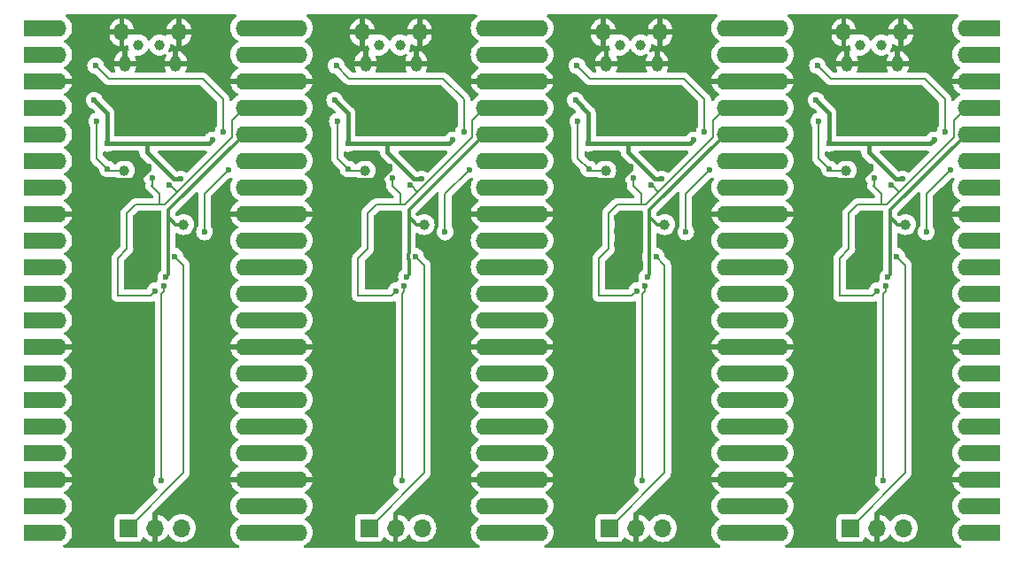
<source format=gbr>
%TF.GenerationSoftware,KiCad,Pcbnew,7.0.6*%
%TF.CreationDate,2023-08-11T19:51:33+07:00*%
%TF.ProjectId,Pico2040-Modular-Rev2-MP,5069636f-3230-4343-902d-4d6f64756c61,rev?*%
%TF.SameCoordinates,Original*%
%TF.FileFunction,Copper,L2,Bot*%
%TF.FilePolarity,Positive*%
%FSLAX46Y46*%
G04 Gerber Fmt 4.6, Leading zero omitted, Abs format (unit mm)*
G04 Created by KiCad (PCBNEW 7.0.6) date 2023-08-11 19:51:33*
%MOMM*%
%LPD*%
G01*
G04 APERTURE LIST*
%TA.AperFunction,SMDPad,CuDef*%
%ADD10C,1.000000*%
%TD*%
%TA.AperFunction,ComponentPad*%
%ADD11R,3.200000X1.600000*%
%TD*%
%TA.AperFunction,ComponentPad*%
%ADD12O,1.700000X1.600000*%
%TD*%
%TA.AperFunction,ComponentPad*%
%ADD13R,1.700000X1.700000*%
%TD*%
%TA.AperFunction,ComponentPad*%
%ADD14O,1.700000X1.700000*%
%TD*%
%TA.AperFunction,ComponentPad*%
%ADD15O,1.350000X1.700000*%
%TD*%
%TA.AperFunction,ComponentPad*%
%ADD16O,1.100000X1.500000*%
%TD*%
%TA.AperFunction,ViaPad*%
%ADD17C,0.600000*%
%TD*%
%TA.AperFunction,Conductor*%
%ADD18C,0.400000*%
%TD*%
%TA.AperFunction,Conductor*%
%ADD19C,0.200000*%
%TD*%
%TA.AperFunction,Conductor*%
%ADD20C,0.300000*%
%TD*%
G04 APERTURE END LIST*
D10*
%TO.P,TP4,1,1*%
%TO.N,Board_2-/FLASH_SS*%
X157450000Y-41925000D03*
%TD*%
%TO.P,TP2,1,1*%
%TO.N,Board_3-/DM*%
X183800000Y-29900000D03*
%TD*%
%TO.P,TP2,1,1*%
%TO.N,Board_1-/DM*%
X137800000Y-29900000D03*
%TD*%
D11*
%TO.P,J3,1,Pin_1*%
%TO.N,Board_2-VBUS*%
X170510000Y-28300000D03*
D12*
X168900000Y-28300000D03*
D11*
%TO.P,J3,2,Pin_2*%
%TO.N,Board_2-+3.3V*%
X170510000Y-30840000D03*
D12*
X168900000Y-30840000D03*
D11*
%TO.P,J3,3,Pin_3*%
%TO.N,Board_2-GND*%
X170510000Y-33380000D03*
D12*
X168900000Y-33380000D03*
D11*
%TO.P,J3,4,Pin_4*%
%TO.N,Board_2-+1V1*%
X170510000Y-35920000D03*
D12*
X168900000Y-35920000D03*
D11*
%TO.P,J3,5,Pin_5*%
%TO.N,Board_2-/RESET*%
X170510000Y-38460000D03*
D12*
X168900000Y-38460000D03*
D11*
%TO.P,J3,6,Pin_6*%
%TO.N,Board_2-/P29*%
X170510000Y-41000000D03*
D12*
X168900000Y-41000000D03*
D11*
%TO.P,J3,7,Pin_7*%
%TO.N,Board_2-/P28*%
X170510000Y-43540000D03*
D12*
X168900000Y-43540000D03*
D11*
%TO.P,J3,8,Pin_8*%
%TO.N,Board_2-GND*%
X170510000Y-46080000D03*
D12*
X168900000Y-46080000D03*
D11*
%TO.P,J3,9,Pin_9*%
%TO.N,Board_2-/P27*%
X170510000Y-48620000D03*
D12*
X168900000Y-48620000D03*
D11*
%TO.P,J3,10,Pin_10*%
%TO.N,Board_2-/P26*%
X170510000Y-51160000D03*
D12*
X168900000Y-51160000D03*
D11*
%TO.P,J3,11,Pin_11*%
%TO.N,Board_2-/P23*%
X170510000Y-53700000D03*
D12*
X168900000Y-53700000D03*
D11*
%TO.P,J3,12,Pin_12*%
%TO.N,Board_2-/P22*%
X170510000Y-56240000D03*
D12*
X168900000Y-56240000D03*
D11*
%TO.P,J3,13,Pin_13*%
%TO.N,Board_2-GND*%
X170510000Y-58780000D03*
D12*
X168900000Y-58780000D03*
D11*
%TO.P,J3,14,Pin_14*%
%TO.N,Board_2-/P21*%
X170510000Y-61320000D03*
D12*
X168900000Y-61320000D03*
D11*
%TO.P,J3,15,Pin_15*%
%TO.N,Board_2-/P20*%
X170510000Y-63860000D03*
D12*
X168900000Y-63860000D03*
D11*
%TO.P,J3,16,Pin_16*%
%TO.N,Board_2-/P19*%
X170510000Y-66400000D03*
D12*
X168900000Y-66400000D03*
D11*
%TO.P,J3,17,Pin_17*%
%TO.N,Board_2-/P18*%
X170510000Y-68940000D03*
D12*
X168900000Y-68940000D03*
D11*
%TO.P,J3,18,Pin_18*%
%TO.N,Board_2-GND*%
X170510000Y-71480000D03*
D12*
X168900000Y-71480000D03*
D11*
%TO.P,J3,19,Pin_19*%
%TO.N,Board_2-/P17*%
X170510000Y-74020000D03*
D12*
X168900000Y-74020000D03*
D11*
%TO.P,J3,20,Pin_20*%
%TO.N,Board_2-/P16*%
X170510000Y-76560000D03*
D12*
X168900000Y-76560000D03*
%TD*%
D10*
%TO.P,TP3,1,1*%
%TO.N,Board_3-/RESET*%
X186100000Y-47100000D03*
%TD*%
D11*
%TO.P,J3,1,Pin_1*%
%TO.N,Board_3-VBUS*%
X193510000Y-28300000D03*
D12*
X191900000Y-28300000D03*
D11*
%TO.P,J3,2,Pin_2*%
%TO.N,Board_3-+3.3V*%
X193510000Y-30840000D03*
D12*
X191900000Y-30840000D03*
D11*
%TO.P,J3,3,Pin_3*%
%TO.N,Board_3-GND*%
X193510000Y-33380000D03*
D12*
X191900000Y-33380000D03*
D11*
%TO.P,J3,4,Pin_4*%
%TO.N,Board_3-+1V1*%
X193510000Y-35920000D03*
D12*
X191900000Y-35920000D03*
D11*
%TO.P,J3,5,Pin_5*%
%TO.N,Board_3-/RESET*%
X193510000Y-38460000D03*
D12*
X191900000Y-38460000D03*
D11*
%TO.P,J3,6,Pin_6*%
%TO.N,Board_3-/P29*%
X193510000Y-41000000D03*
D12*
X191900000Y-41000000D03*
D11*
%TO.P,J3,7,Pin_7*%
%TO.N,Board_3-/P28*%
X193510000Y-43540000D03*
D12*
X191900000Y-43540000D03*
D11*
%TO.P,J3,8,Pin_8*%
%TO.N,Board_3-GND*%
X193510000Y-46080000D03*
D12*
X191900000Y-46080000D03*
D11*
%TO.P,J3,9,Pin_9*%
%TO.N,Board_3-/P27*%
X193510000Y-48620000D03*
D12*
X191900000Y-48620000D03*
D11*
%TO.P,J3,10,Pin_10*%
%TO.N,Board_3-/P26*%
X193510000Y-51160000D03*
D12*
X191900000Y-51160000D03*
D11*
%TO.P,J3,11,Pin_11*%
%TO.N,Board_3-/P23*%
X193510000Y-53700000D03*
D12*
X191900000Y-53700000D03*
D11*
%TO.P,J3,12,Pin_12*%
%TO.N,Board_3-/P22*%
X193510000Y-56240000D03*
D12*
X191900000Y-56240000D03*
D11*
%TO.P,J3,13,Pin_13*%
%TO.N,Board_3-GND*%
X193510000Y-58780000D03*
D12*
X191900000Y-58780000D03*
D11*
%TO.P,J3,14,Pin_14*%
%TO.N,Board_3-/P21*%
X193510000Y-61320000D03*
D12*
X191900000Y-61320000D03*
D11*
%TO.P,J3,15,Pin_15*%
%TO.N,Board_3-/P20*%
X193510000Y-63860000D03*
D12*
X191900000Y-63860000D03*
D11*
%TO.P,J3,16,Pin_16*%
%TO.N,Board_3-/P19*%
X193510000Y-66400000D03*
D12*
X191900000Y-66400000D03*
D11*
%TO.P,J3,17,Pin_17*%
%TO.N,Board_3-/P18*%
X193510000Y-68940000D03*
D12*
X191900000Y-68940000D03*
D11*
%TO.P,J3,18,Pin_18*%
%TO.N,Board_3-GND*%
X193510000Y-71480000D03*
D12*
X191900000Y-71480000D03*
D11*
%TO.P,J3,19,Pin_19*%
%TO.N,Board_3-/P17*%
X193510000Y-74020000D03*
D12*
X191900000Y-74020000D03*
D11*
%TO.P,J3,20,Pin_20*%
%TO.N,Board_3-/P16*%
X193510000Y-76560000D03*
D12*
X191900000Y-76560000D03*
%TD*%
D10*
%TO.P,TP2,1,1*%
%TO.N,Board_0-/DM*%
X114800000Y-29900000D03*
%TD*%
%TO.P,TP1,1,1*%
%TO.N,Board_3-/DP*%
X181800000Y-29900000D03*
%TD*%
%TO.P,TP1,1,1*%
%TO.N,Board_2-/DP*%
X158800000Y-29900000D03*
%TD*%
%TO.P,TP3,1,1*%
%TO.N,Board_0-/RESET*%
X117100000Y-47100000D03*
%TD*%
D11*
%TO.P,J3,1,Pin_1*%
%TO.N,Board_1-VBUS*%
X147510000Y-28300000D03*
D12*
X145900000Y-28300000D03*
D11*
%TO.P,J3,2,Pin_2*%
%TO.N,Board_1-+3.3V*%
X147510000Y-30840000D03*
D12*
X145900000Y-30840000D03*
D11*
%TO.P,J3,3,Pin_3*%
%TO.N,Board_1-GND*%
X147510000Y-33380000D03*
D12*
X145900000Y-33380000D03*
D11*
%TO.P,J3,4,Pin_4*%
%TO.N,Board_1-+1V1*%
X147510000Y-35920000D03*
D12*
X145900000Y-35920000D03*
D11*
%TO.P,J3,5,Pin_5*%
%TO.N,Board_1-/RESET*%
X147510000Y-38460000D03*
D12*
X145900000Y-38460000D03*
D11*
%TO.P,J3,6,Pin_6*%
%TO.N,Board_1-/P29*%
X147510000Y-41000000D03*
D12*
X145900000Y-41000000D03*
D11*
%TO.P,J3,7,Pin_7*%
%TO.N,Board_1-/P28*%
X147510000Y-43540000D03*
D12*
X145900000Y-43540000D03*
D11*
%TO.P,J3,8,Pin_8*%
%TO.N,Board_1-GND*%
X147510000Y-46080000D03*
D12*
X145900000Y-46080000D03*
D11*
%TO.P,J3,9,Pin_9*%
%TO.N,Board_1-/P27*%
X147510000Y-48620000D03*
D12*
X145900000Y-48620000D03*
D11*
%TO.P,J3,10,Pin_10*%
%TO.N,Board_1-/P26*%
X147510000Y-51160000D03*
D12*
X145900000Y-51160000D03*
D11*
%TO.P,J3,11,Pin_11*%
%TO.N,Board_1-/P23*%
X147510000Y-53700000D03*
D12*
X145900000Y-53700000D03*
D11*
%TO.P,J3,12,Pin_12*%
%TO.N,Board_1-/P22*%
X147510000Y-56240000D03*
D12*
X145900000Y-56240000D03*
D11*
%TO.P,J3,13,Pin_13*%
%TO.N,Board_1-GND*%
X147510000Y-58780000D03*
D12*
X145900000Y-58780000D03*
D11*
%TO.P,J3,14,Pin_14*%
%TO.N,Board_1-/P21*%
X147510000Y-61320000D03*
D12*
X145900000Y-61320000D03*
D11*
%TO.P,J3,15,Pin_15*%
%TO.N,Board_1-/P20*%
X147510000Y-63860000D03*
D12*
X145900000Y-63860000D03*
D11*
%TO.P,J3,16,Pin_16*%
%TO.N,Board_1-/P19*%
X147510000Y-66400000D03*
D12*
X145900000Y-66400000D03*
D11*
%TO.P,J3,17,Pin_17*%
%TO.N,Board_1-/P18*%
X147510000Y-68940000D03*
D12*
X145900000Y-68940000D03*
D11*
%TO.P,J3,18,Pin_18*%
%TO.N,Board_1-GND*%
X147510000Y-71480000D03*
D12*
X145900000Y-71480000D03*
D11*
%TO.P,J3,19,Pin_19*%
%TO.N,Board_1-/P17*%
X147510000Y-74020000D03*
D12*
X145900000Y-74020000D03*
D11*
%TO.P,J3,20,Pin_20*%
%TO.N,Board_1-/P16*%
X147510000Y-76560000D03*
D12*
X145900000Y-76560000D03*
%TD*%
D10*
%TO.P,TP3,1,1*%
%TO.N,Board_1-/RESET*%
X140100000Y-47100000D03*
%TD*%
%TO.P,TP3,1,1*%
%TO.N,Board_2-/RESET*%
X163100000Y-47100000D03*
%TD*%
%TO.P,TP1,1,1*%
%TO.N,Board_0-/DP*%
X112800000Y-29900000D03*
%TD*%
%TO.P,TP2,1,1*%
%TO.N,Board_2-/DM*%
X160800000Y-29900000D03*
%TD*%
%TO.P,TP1,1,1*%
%TO.N,Board_1-/DP*%
X135800000Y-29900000D03*
%TD*%
D11*
%TO.P,J3,1,Pin_1*%
%TO.N,Board_0-VBUS*%
X124510000Y-28300000D03*
D12*
X122900000Y-28300000D03*
D11*
%TO.P,J3,2,Pin_2*%
%TO.N,Board_0-+3.3V*%
X124510000Y-30840000D03*
D12*
X122900000Y-30840000D03*
D11*
%TO.P,J3,3,Pin_3*%
%TO.N,Board_0-GND*%
X124510000Y-33380000D03*
D12*
X122900000Y-33380000D03*
D11*
%TO.P,J3,4,Pin_4*%
%TO.N,Board_0-+1V1*%
X124510000Y-35920000D03*
D12*
X122900000Y-35920000D03*
D11*
%TO.P,J3,5,Pin_5*%
%TO.N,Board_0-/RESET*%
X124510000Y-38460000D03*
D12*
X122900000Y-38460000D03*
D11*
%TO.P,J3,6,Pin_6*%
%TO.N,Board_0-/P29*%
X124510000Y-41000000D03*
D12*
X122900000Y-41000000D03*
D11*
%TO.P,J3,7,Pin_7*%
%TO.N,Board_0-/P28*%
X124510000Y-43540000D03*
D12*
X122900000Y-43540000D03*
D11*
%TO.P,J3,8,Pin_8*%
%TO.N,Board_0-GND*%
X124510000Y-46080000D03*
D12*
X122900000Y-46080000D03*
D11*
%TO.P,J3,9,Pin_9*%
%TO.N,Board_0-/P27*%
X124510000Y-48620000D03*
D12*
X122900000Y-48620000D03*
D11*
%TO.P,J3,10,Pin_10*%
%TO.N,Board_0-/P26*%
X124510000Y-51160000D03*
D12*
X122900000Y-51160000D03*
D11*
%TO.P,J3,11,Pin_11*%
%TO.N,Board_0-/P23*%
X124510000Y-53700000D03*
D12*
X122900000Y-53700000D03*
D11*
%TO.P,J3,12,Pin_12*%
%TO.N,Board_0-/P22*%
X124510000Y-56240000D03*
D12*
X122900000Y-56240000D03*
D11*
%TO.P,J3,13,Pin_13*%
%TO.N,Board_0-GND*%
X124510000Y-58780000D03*
D12*
X122900000Y-58780000D03*
D11*
%TO.P,J3,14,Pin_14*%
%TO.N,Board_0-/P21*%
X124510000Y-61320000D03*
D12*
X122900000Y-61320000D03*
D11*
%TO.P,J3,15,Pin_15*%
%TO.N,Board_0-/P20*%
X124510000Y-63860000D03*
D12*
X122900000Y-63860000D03*
D11*
%TO.P,J3,16,Pin_16*%
%TO.N,Board_0-/P19*%
X124510000Y-66400000D03*
D12*
X122900000Y-66400000D03*
D11*
%TO.P,J3,17,Pin_17*%
%TO.N,Board_0-/P18*%
X124510000Y-68940000D03*
D12*
X122900000Y-68940000D03*
D11*
%TO.P,J3,18,Pin_18*%
%TO.N,Board_0-GND*%
X124510000Y-71480000D03*
D12*
X122900000Y-71480000D03*
D11*
%TO.P,J3,19,Pin_19*%
%TO.N,Board_0-/P17*%
X124510000Y-74020000D03*
D12*
X122900000Y-74020000D03*
D11*
%TO.P,J3,20,Pin_20*%
%TO.N,Board_0-/P16*%
X124510000Y-76560000D03*
D12*
X122900000Y-76560000D03*
%TD*%
D10*
%TO.P,TP4,1,1*%
%TO.N,Board_3-/FLASH_SS*%
X180450000Y-41925000D03*
%TD*%
%TO.P,TP4,1,1*%
%TO.N,Board_0-/FLASH_SS*%
X111450000Y-41925000D03*
%TD*%
%TO.P,TP4,1,1*%
%TO.N,Board_1-/FLASH_SS*%
X134450000Y-41925000D03*
%TD*%
D13*
%TO.P,J4,1,Pin_1*%
%TO.N,Board_3-/SWDIO*%
X180825000Y-76125000D03*
D14*
%TO.P,J4,2,Pin_2*%
%TO.N,Board_3-GND*%
X183365000Y-76125000D03*
%TO.P,J4,3,Pin_3*%
%TO.N,Board_3-/SWCLK*%
X185905000Y-76125000D03*
%TD*%
D11*
%TO.P,J2,1,Pin_1*%
%TO.N,Board_1-/P0*%
X126490000Y-28300000D03*
D12*
X128100000Y-28300000D03*
D11*
%TO.P,J2,2,Pin_2*%
%TO.N,Board_1-/P1*%
X126490000Y-30840000D03*
D12*
X128100000Y-30840000D03*
D11*
%TO.P,J2,3,Pin_3*%
%TO.N,Board_1-GND*%
X126490000Y-33380000D03*
D12*
X128100000Y-33380000D03*
D11*
%TO.P,J2,4,Pin_4*%
%TO.N,Board_1-/P2*%
X126490000Y-35920000D03*
D12*
X128100000Y-35920000D03*
D11*
%TO.P,J2,5,Pin_5*%
%TO.N,Board_1-/P3*%
X126490000Y-38460000D03*
D12*
X128100000Y-38460000D03*
D11*
%TO.P,J2,6,Pin_6*%
%TO.N,Board_1-/P4*%
X126490000Y-41000000D03*
D12*
X128100000Y-41000000D03*
D11*
%TO.P,J2,7,Pin_7*%
%TO.N,Board_1-/P5*%
X126490000Y-43540000D03*
D12*
X128100000Y-43540000D03*
D11*
%TO.P,J2,8,Pin_8*%
%TO.N,Board_1-GND*%
X126490000Y-46080000D03*
D12*
X128100000Y-46080000D03*
D11*
%TO.P,J2,9,Pin_9*%
%TO.N,Board_1-/P6*%
X126490000Y-48620000D03*
D12*
X128100000Y-48620000D03*
D11*
%TO.P,J2,10,Pin_10*%
%TO.N,Board_1-/P7*%
X126490000Y-51160000D03*
D12*
X128100000Y-51160000D03*
D11*
%TO.P,J2,11,Pin_11*%
%TO.N,Board_1-/P8*%
X126490000Y-53700000D03*
D12*
X128100000Y-53700000D03*
D11*
%TO.P,J2,12,Pin_12*%
%TO.N,Board_1-/P9*%
X126490000Y-56240000D03*
D12*
X128100000Y-56240000D03*
D11*
%TO.P,J2,13,Pin_13*%
%TO.N,Board_1-GND*%
X126490000Y-58780000D03*
D12*
X128100000Y-58780000D03*
D11*
%TO.P,J2,14,Pin_14*%
%TO.N,Board_1-/P10*%
X126490000Y-61320000D03*
D12*
X128100000Y-61320000D03*
D11*
%TO.P,J2,15,Pin_15*%
%TO.N,Board_1-/P11*%
X126490000Y-63860000D03*
D12*
X128100000Y-63860000D03*
D11*
%TO.P,J2,16,Pin_16*%
%TO.N,Board_1-/P12*%
X126490000Y-66400000D03*
D12*
X128100000Y-66400000D03*
D11*
%TO.P,J2,17,Pin_17*%
%TO.N,Board_1-/P13*%
X126490000Y-68940000D03*
D12*
X128100000Y-68940000D03*
D11*
%TO.P,J2,18,Pin_18*%
%TO.N,Board_1-GND*%
X126490000Y-71480000D03*
D12*
X128100000Y-71480000D03*
D11*
%TO.P,J2,19,Pin_19*%
%TO.N,Board_1-/P14*%
X126490000Y-74020000D03*
D12*
X128100000Y-74020000D03*
D11*
%TO.P,J2,20,Pin_20*%
%TO.N,Board_1-/P15*%
X126490000Y-76560000D03*
D12*
X128100000Y-76560000D03*
%TD*%
D15*
%TO.P,J1,6,Shield*%
%TO.N,Board_1-GND*%
X139660000Y-28700000D03*
D16*
X139350000Y-31700000D03*
X134510000Y-31700000D03*
D15*
X134200000Y-28700000D03*
%TD*%
D13*
%TO.P,J4,1,Pin_1*%
%TO.N,Board_1-/SWDIO*%
X134825000Y-76125000D03*
D14*
%TO.P,J4,2,Pin_2*%
%TO.N,Board_1-GND*%
X137365000Y-76125000D03*
%TO.P,J4,3,Pin_3*%
%TO.N,Board_1-/SWCLK*%
X139905000Y-76125000D03*
%TD*%
D11*
%TO.P,J2,1,Pin_1*%
%TO.N,Board_0-/P0*%
X103490000Y-28300000D03*
D12*
X105100000Y-28300000D03*
D11*
%TO.P,J2,2,Pin_2*%
%TO.N,Board_0-/P1*%
X103490000Y-30840000D03*
D12*
X105100000Y-30840000D03*
D11*
%TO.P,J2,3,Pin_3*%
%TO.N,Board_0-GND*%
X103490000Y-33380000D03*
D12*
X105100000Y-33380000D03*
D11*
%TO.P,J2,4,Pin_4*%
%TO.N,Board_0-/P2*%
X103490000Y-35920000D03*
D12*
X105100000Y-35920000D03*
D11*
%TO.P,J2,5,Pin_5*%
%TO.N,Board_0-/P3*%
X103490000Y-38460000D03*
D12*
X105100000Y-38460000D03*
D11*
%TO.P,J2,6,Pin_6*%
%TO.N,Board_0-/P4*%
X103490000Y-41000000D03*
D12*
X105100000Y-41000000D03*
D11*
%TO.P,J2,7,Pin_7*%
%TO.N,Board_0-/P5*%
X103490000Y-43540000D03*
D12*
X105100000Y-43540000D03*
D11*
%TO.P,J2,8,Pin_8*%
%TO.N,Board_0-GND*%
X103490000Y-46080000D03*
D12*
X105100000Y-46080000D03*
D11*
%TO.P,J2,9,Pin_9*%
%TO.N,Board_0-/P6*%
X103490000Y-48620000D03*
D12*
X105100000Y-48620000D03*
D11*
%TO.P,J2,10,Pin_10*%
%TO.N,Board_0-/P7*%
X103490000Y-51160000D03*
D12*
X105100000Y-51160000D03*
D11*
%TO.P,J2,11,Pin_11*%
%TO.N,Board_0-/P8*%
X103490000Y-53700000D03*
D12*
X105100000Y-53700000D03*
D11*
%TO.P,J2,12,Pin_12*%
%TO.N,Board_0-/P9*%
X103490000Y-56240000D03*
D12*
X105100000Y-56240000D03*
D11*
%TO.P,J2,13,Pin_13*%
%TO.N,Board_0-GND*%
X103490000Y-58780000D03*
D12*
X105100000Y-58780000D03*
D11*
%TO.P,J2,14,Pin_14*%
%TO.N,Board_0-/P10*%
X103490000Y-61320000D03*
D12*
X105100000Y-61320000D03*
D11*
%TO.P,J2,15,Pin_15*%
%TO.N,Board_0-/P11*%
X103490000Y-63860000D03*
D12*
X105100000Y-63860000D03*
D11*
%TO.P,J2,16,Pin_16*%
%TO.N,Board_0-/P12*%
X103490000Y-66400000D03*
D12*
X105100000Y-66400000D03*
D11*
%TO.P,J2,17,Pin_17*%
%TO.N,Board_0-/P13*%
X103490000Y-68940000D03*
D12*
X105100000Y-68940000D03*
D11*
%TO.P,J2,18,Pin_18*%
%TO.N,Board_0-GND*%
X103490000Y-71480000D03*
D12*
X105100000Y-71480000D03*
D11*
%TO.P,J2,19,Pin_19*%
%TO.N,Board_0-/P14*%
X103490000Y-74020000D03*
D12*
X105100000Y-74020000D03*
D11*
%TO.P,J2,20,Pin_20*%
%TO.N,Board_0-/P15*%
X103490000Y-76560000D03*
D12*
X105100000Y-76560000D03*
%TD*%
D15*
%TO.P,J1,6,Shield*%
%TO.N,Board_2-GND*%
X162660000Y-28700000D03*
D16*
X162350000Y-31700000D03*
X157510000Y-31700000D03*
D15*
X157200000Y-28700000D03*
%TD*%
%TO.P,J1,6,Shield*%
%TO.N,Board_0-GND*%
X116660000Y-28700000D03*
D16*
X116350000Y-31700000D03*
X111510000Y-31700000D03*
D15*
X111200000Y-28700000D03*
%TD*%
D11*
%TO.P,J2,1,Pin_1*%
%TO.N,Board_3-/P0*%
X172490000Y-28300000D03*
D12*
X174100000Y-28300000D03*
D11*
%TO.P,J2,2,Pin_2*%
%TO.N,Board_3-/P1*%
X172490000Y-30840000D03*
D12*
X174100000Y-30840000D03*
D11*
%TO.P,J2,3,Pin_3*%
%TO.N,Board_3-GND*%
X172490000Y-33380000D03*
D12*
X174100000Y-33380000D03*
D11*
%TO.P,J2,4,Pin_4*%
%TO.N,Board_3-/P2*%
X172490000Y-35920000D03*
D12*
X174100000Y-35920000D03*
D11*
%TO.P,J2,5,Pin_5*%
%TO.N,Board_3-/P3*%
X172490000Y-38460000D03*
D12*
X174100000Y-38460000D03*
D11*
%TO.P,J2,6,Pin_6*%
%TO.N,Board_3-/P4*%
X172490000Y-41000000D03*
D12*
X174100000Y-41000000D03*
D11*
%TO.P,J2,7,Pin_7*%
%TO.N,Board_3-/P5*%
X172490000Y-43540000D03*
D12*
X174100000Y-43540000D03*
D11*
%TO.P,J2,8,Pin_8*%
%TO.N,Board_3-GND*%
X172490000Y-46080000D03*
D12*
X174100000Y-46080000D03*
D11*
%TO.P,J2,9,Pin_9*%
%TO.N,Board_3-/P6*%
X172490000Y-48620000D03*
D12*
X174100000Y-48620000D03*
D11*
%TO.P,J2,10,Pin_10*%
%TO.N,Board_3-/P7*%
X172490000Y-51160000D03*
D12*
X174100000Y-51160000D03*
D11*
%TO.P,J2,11,Pin_11*%
%TO.N,Board_3-/P8*%
X172490000Y-53700000D03*
D12*
X174100000Y-53700000D03*
D11*
%TO.P,J2,12,Pin_12*%
%TO.N,Board_3-/P9*%
X172490000Y-56240000D03*
D12*
X174100000Y-56240000D03*
D11*
%TO.P,J2,13,Pin_13*%
%TO.N,Board_3-GND*%
X172490000Y-58780000D03*
D12*
X174100000Y-58780000D03*
D11*
%TO.P,J2,14,Pin_14*%
%TO.N,Board_3-/P10*%
X172490000Y-61320000D03*
D12*
X174100000Y-61320000D03*
D11*
%TO.P,J2,15,Pin_15*%
%TO.N,Board_3-/P11*%
X172490000Y-63860000D03*
D12*
X174100000Y-63860000D03*
D11*
%TO.P,J2,16,Pin_16*%
%TO.N,Board_3-/P12*%
X172490000Y-66400000D03*
D12*
X174100000Y-66400000D03*
D11*
%TO.P,J2,17,Pin_17*%
%TO.N,Board_3-/P13*%
X172490000Y-68940000D03*
D12*
X174100000Y-68940000D03*
D11*
%TO.P,J2,18,Pin_18*%
%TO.N,Board_3-GND*%
X172490000Y-71480000D03*
D12*
X174100000Y-71480000D03*
D11*
%TO.P,J2,19,Pin_19*%
%TO.N,Board_3-/P14*%
X172490000Y-74020000D03*
D12*
X174100000Y-74020000D03*
D11*
%TO.P,J2,20,Pin_20*%
%TO.N,Board_3-/P15*%
X172490000Y-76560000D03*
D12*
X174100000Y-76560000D03*
%TD*%
D13*
%TO.P,J4,1,Pin_1*%
%TO.N,Board_0-/SWDIO*%
X111825000Y-76125000D03*
D14*
%TO.P,J4,2,Pin_2*%
%TO.N,Board_0-GND*%
X114365000Y-76125000D03*
%TO.P,J4,3,Pin_3*%
%TO.N,Board_0-/SWCLK*%
X116905000Y-76125000D03*
%TD*%
D13*
%TO.P,J4,1,Pin_1*%
%TO.N,Board_2-/SWDIO*%
X157825000Y-76125000D03*
D14*
%TO.P,J4,2,Pin_2*%
%TO.N,Board_2-GND*%
X160365000Y-76125000D03*
%TO.P,J4,3,Pin_3*%
%TO.N,Board_2-/SWCLK*%
X162905000Y-76125000D03*
%TD*%
D11*
%TO.P,J2,1,Pin_1*%
%TO.N,Board_2-/P0*%
X149490000Y-28300000D03*
D12*
X151100000Y-28300000D03*
D11*
%TO.P,J2,2,Pin_2*%
%TO.N,Board_2-/P1*%
X149490000Y-30840000D03*
D12*
X151100000Y-30840000D03*
D11*
%TO.P,J2,3,Pin_3*%
%TO.N,Board_2-GND*%
X149490000Y-33380000D03*
D12*
X151100000Y-33380000D03*
D11*
%TO.P,J2,4,Pin_4*%
%TO.N,Board_2-/P2*%
X149490000Y-35920000D03*
D12*
X151100000Y-35920000D03*
D11*
%TO.P,J2,5,Pin_5*%
%TO.N,Board_2-/P3*%
X149490000Y-38460000D03*
D12*
X151100000Y-38460000D03*
D11*
%TO.P,J2,6,Pin_6*%
%TO.N,Board_2-/P4*%
X149490000Y-41000000D03*
D12*
X151100000Y-41000000D03*
D11*
%TO.P,J2,7,Pin_7*%
%TO.N,Board_2-/P5*%
X149490000Y-43540000D03*
D12*
X151100000Y-43540000D03*
D11*
%TO.P,J2,8,Pin_8*%
%TO.N,Board_2-GND*%
X149490000Y-46080000D03*
D12*
X151100000Y-46080000D03*
D11*
%TO.P,J2,9,Pin_9*%
%TO.N,Board_2-/P6*%
X149490000Y-48620000D03*
D12*
X151100000Y-48620000D03*
D11*
%TO.P,J2,10,Pin_10*%
%TO.N,Board_2-/P7*%
X149490000Y-51160000D03*
D12*
X151100000Y-51160000D03*
D11*
%TO.P,J2,11,Pin_11*%
%TO.N,Board_2-/P8*%
X149490000Y-53700000D03*
D12*
X151100000Y-53700000D03*
D11*
%TO.P,J2,12,Pin_12*%
%TO.N,Board_2-/P9*%
X149490000Y-56240000D03*
D12*
X151100000Y-56240000D03*
D11*
%TO.P,J2,13,Pin_13*%
%TO.N,Board_2-GND*%
X149490000Y-58780000D03*
D12*
X151100000Y-58780000D03*
D11*
%TO.P,J2,14,Pin_14*%
%TO.N,Board_2-/P10*%
X149490000Y-61320000D03*
D12*
X151100000Y-61320000D03*
D11*
%TO.P,J2,15,Pin_15*%
%TO.N,Board_2-/P11*%
X149490000Y-63860000D03*
D12*
X151100000Y-63860000D03*
D11*
%TO.P,J2,16,Pin_16*%
%TO.N,Board_2-/P12*%
X149490000Y-66400000D03*
D12*
X151100000Y-66400000D03*
D11*
%TO.P,J2,17,Pin_17*%
%TO.N,Board_2-/P13*%
X149490000Y-68940000D03*
D12*
X151100000Y-68940000D03*
D11*
%TO.P,J2,18,Pin_18*%
%TO.N,Board_2-GND*%
X149490000Y-71480000D03*
D12*
X151100000Y-71480000D03*
D11*
%TO.P,J2,19,Pin_19*%
%TO.N,Board_2-/P14*%
X149490000Y-74020000D03*
D12*
X151100000Y-74020000D03*
D11*
%TO.P,J2,20,Pin_20*%
%TO.N,Board_2-/P15*%
X149490000Y-76560000D03*
D12*
X151100000Y-76560000D03*
%TD*%
D15*
%TO.P,J1,6,Shield*%
%TO.N,Board_3-GND*%
X185660000Y-28700000D03*
D16*
X185350000Y-31700000D03*
X180510000Y-31700000D03*
D15*
X180200000Y-28700000D03*
%TD*%
D17*
%TO.N,Board_3-GND*%
X179500000Y-61200000D03*
X182850000Y-46450000D03*
X182800000Y-41500000D03*
X185725000Y-40275000D03*
X180100000Y-64000000D03*
X182850000Y-48950000D03*
X180250000Y-36400000D03*
X179610000Y-59610000D03*
X179450000Y-40800000D03*
X181500000Y-48950000D03*
X178420000Y-76630000D03*
X176340000Y-28040000D03*
X182070000Y-28530000D03*
X187925000Y-35650000D03*
X178360000Y-28010000D03*
X181525000Y-52900000D03*
X182850000Y-47750000D03*
X182420000Y-60580000D03*
X182100000Y-55050000D03*
X187250000Y-59310000D03*
X181500000Y-46450000D03*
X183760000Y-28500000D03*
X181500000Y-47750000D03*
X187500000Y-40400000D03*
X179400000Y-71100000D03*
X177700000Y-42800000D03*
X185700000Y-37425000D03*
X187290000Y-69390000D03*
%TO.N,Board_3-/USER_LED*%
X177700000Y-31900000D03*
X188100000Y-47800000D03*
X190400000Y-41850000D03*
X189900000Y-38200000D03*
%TO.N,Board_3-/SWDIO*%
X185274500Y-50135216D03*
%TO.N,Board_3-/SWCLK*%
X184200000Y-53000000D03*
X183975000Y-71625000D03*
%TO.N,Board_3-/RESET*%
X184415180Y-52119822D03*
%TO.N,Board_3-/FLASH_SS*%
X178833850Y-41780312D03*
X177800000Y-37200000D03*
%TO.N,Board_3-/DP*%
X181800000Y-30129502D03*
%TO.N,Board_3-/DM*%
X183800000Y-30129502D03*
%TO.N,Board_3-+3.3V*%
X177550000Y-35200000D03*
X178800000Y-39350000D03*
X188850000Y-39000000D03*
X185839998Y-42739998D03*
%TO.N,Board_3-+1V1*%
X184763000Y-43341444D03*
X183400000Y-53450000D03*
X183100000Y-42600000D03*
%TO.N,Board_2-GND*%
X156450000Y-40800000D03*
X156500000Y-61200000D03*
X153340000Y-28040000D03*
X159420000Y-60580000D03*
X155360000Y-28010000D03*
X158500000Y-46450000D03*
X164925000Y-35650000D03*
X160760000Y-28500000D03*
X159850000Y-46450000D03*
X155420000Y-76630000D03*
X159850000Y-48950000D03*
X159800000Y-41500000D03*
X159070000Y-28530000D03*
X164290000Y-69390000D03*
X156400000Y-71100000D03*
X162725000Y-40275000D03*
X158525000Y-52900000D03*
X157100000Y-64000000D03*
X164500000Y-40400000D03*
X159850000Y-47750000D03*
X159100000Y-55050000D03*
X156610000Y-59610000D03*
X157250000Y-36400000D03*
X158500000Y-48950000D03*
X154700000Y-42800000D03*
X158500000Y-47750000D03*
X164250000Y-59310000D03*
X162700000Y-37425000D03*
%TO.N,Board_2-/USER_LED*%
X166900000Y-38200000D03*
X154700000Y-31900000D03*
X165100000Y-47800000D03*
X167400000Y-41850000D03*
%TO.N,Board_2-/SWDIO*%
X162274500Y-50135216D03*
%TO.N,Board_2-/SWCLK*%
X161200000Y-53000000D03*
X160975000Y-71625000D03*
%TO.N,Board_2-/RESET*%
X161415180Y-52119822D03*
%TO.N,Board_2-/FLASH_SS*%
X154800000Y-37200000D03*
X155833850Y-41780312D03*
%TO.N,Board_2-/DP*%
X158800000Y-30129502D03*
%TO.N,Board_2-/DM*%
X160800000Y-30129502D03*
%TO.N,Board_2-+3.3V*%
X154550000Y-35200000D03*
X155800000Y-39350000D03*
X162839998Y-42739998D03*
X165850000Y-39000000D03*
%TO.N,Board_2-+1V1*%
X160100000Y-42600000D03*
X160400000Y-53450000D03*
X161763000Y-43341444D03*
%TO.N,Board_1-GND*%
X136850000Y-46450000D03*
X132360000Y-28010000D03*
X132420000Y-76630000D03*
X134100000Y-64000000D03*
X135525000Y-52900000D03*
X136800000Y-41500000D03*
X136070000Y-28530000D03*
X139700000Y-37425000D03*
X136850000Y-47750000D03*
X141500000Y-40400000D03*
X139725000Y-40275000D03*
X133500000Y-61200000D03*
X135500000Y-47750000D03*
X133400000Y-71100000D03*
X136850000Y-48950000D03*
X131700000Y-42800000D03*
X136420000Y-60580000D03*
X141290000Y-69390000D03*
X137760000Y-28500000D03*
X135500000Y-48950000D03*
X141250000Y-59310000D03*
X130340000Y-28040000D03*
X136100000Y-55050000D03*
X141925000Y-35650000D03*
X133610000Y-59610000D03*
X133450000Y-40800000D03*
X134250000Y-36400000D03*
X135500000Y-46450000D03*
%TO.N,Board_1-/USER_LED*%
X131700000Y-31900000D03*
X142100000Y-47800000D03*
X144400000Y-41850000D03*
X143900000Y-38200000D03*
%TO.N,Board_1-/SWDIO*%
X139274500Y-50135216D03*
%TO.N,Board_1-/SWCLK*%
X137975000Y-71625000D03*
X138200000Y-53000000D03*
%TO.N,Board_1-/RESET*%
X138415180Y-52119822D03*
%TO.N,Board_1-/FLASH_SS*%
X131800000Y-37200000D03*
X132833850Y-41780312D03*
%TO.N,Board_1-/DP*%
X135800000Y-30129502D03*
%TO.N,Board_1-/DM*%
X137800000Y-30129502D03*
%TO.N,Board_1-+3.3V*%
X131550000Y-35200000D03*
X142850000Y-39000000D03*
X132800000Y-39350000D03*
X139839998Y-42739998D03*
%TO.N,Board_1-+1V1*%
X138763000Y-43341444D03*
X137400000Y-53450000D03*
X137100000Y-42600000D03*
%TO.N,Board_0-GND*%
X110610000Y-59610000D03*
X113100000Y-55050000D03*
X109360000Y-28010000D03*
X112525000Y-52900000D03*
X110400000Y-71100000D03*
X113420000Y-60580000D03*
X112500000Y-47750000D03*
X107340000Y-28040000D03*
X113850000Y-48950000D03*
X113070000Y-28530000D03*
X113800000Y-41500000D03*
X118500000Y-40400000D03*
X112500000Y-48950000D03*
X116725000Y-40275000D03*
X113850000Y-47750000D03*
X109420000Y-76630000D03*
X118250000Y-59310000D03*
X113850000Y-46450000D03*
X110500000Y-61200000D03*
X111100000Y-64000000D03*
X112500000Y-46450000D03*
X108700000Y-42800000D03*
X111250000Y-36400000D03*
X116700000Y-37425000D03*
X118925000Y-35650000D03*
X114760000Y-28500000D03*
X118290000Y-69390000D03*
X110450000Y-40800000D03*
%TO.N,Board_0-/USER_LED*%
X121400000Y-41850000D03*
X119100000Y-47800000D03*
X108700000Y-31900000D03*
X120900000Y-38200000D03*
%TO.N,Board_0-/SWDIO*%
X116274500Y-50135216D03*
%TO.N,Board_0-/SWCLK*%
X115200000Y-53000000D03*
X114975000Y-71625000D03*
%TO.N,Board_0-/RESET*%
X115415180Y-52119822D03*
%TO.N,Board_0-/FLASH_SS*%
X108800000Y-37200000D03*
X109833850Y-41780312D03*
%TO.N,Board_0-/DP*%
X112800000Y-30129502D03*
%TO.N,Board_0-/DM*%
X114800000Y-30129502D03*
%TO.N,Board_0-+3.3V*%
X109800000Y-39350000D03*
X116839998Y-42739998D03*
X108550000Y-35200000D03*
X119850000Y-39000000D03*
%TO.N,Board_0-+1V1*%
X114400000Y-53450000D03*
X115763000Y-43341444D03*
X114100000Y-42600000D03*
%TD*%
D18*
%TO.N,Board_3-GND*%
X181800000Y-40775000D02*
X182525000Y-41500000D01*
X176125000Y-40825000D02*
X176125000Y-33875000D01*
X181900000Y-37425000D02*
X185700000Y-37425000D01*
X182800000Y-41500000D02*
X182800000Y-41775000D01*
X176250000Y-33750000D02*
X178225000Y-33750000D01*
X181800000Y-42825000D02*
X178125000Y-42825000D01*
X182525000Y-41500000D02*
X182800000Y-41500000D01*
X179475000Y-40775000D02*
X181800000Y-40775000D01*
X178225000Y-33750000D02*
X181900000Y-37425000D01*
X176125000Y-33875000D02*
X176250000Y-33750000D01*
X182800000Y-41775000D02*
X182825000Y-41800000D01*
X182825000Y-41800000D02*
X181800000Y-42825000D01*
X178125000Y-42825000D02*
X176125000Y-40825000D01*
X179450000Y-40800000D02*
X179475000Y-40775000D01*
D19*
%TO.N,Board_3-/USER_LED*%
X189900000Y-35125000D02*
X187925000Y-33150000D01*
X188100000Y-44150000D02*
X190400000Y-41850000D01*
X178950000Y-33150000D02*
X177700000Y-31900000D01*
X187925000Y-33150000D02*
X178950000Y-33150000D01*
X188100000Y-47800000D02*
X188100000Y-44150000D01*
X189900000Y-38200000D02*
X189900000Y-35125000D01*
%TO.N,Board_3-/SWDIO*%
X186100000Y-50975000D02*
X185275000Y-50150000D01*
X180825000Y-76125000D02*
X186100000Y-70850000D01*
X186100000Y-70850000D02*
X186100000Y-50975000D01*
%TO.N,Board_3-/SWCLK*%
X183975000Y-53723529D02*
X183975000Y-71625000D01*
X184200000Y-53498529D02*
X183975000Y-53723529D01*
X184200000Y-53000000D02*
X184200000Y-53498529D01*
D20*
%TO.N,Board_3-/RESET*%
X184650000Y-46400000D02*
X184650000Y-45710000D01*
X184625000Y-50419239D02*
X184625000Y-49880761D01*
X184650000Y-45710000D02*
X191900000Y-38460000D01*
X184650000Y-50444239D02*
X184625000Y-50419239D01*
X184650000Y-49855761D02*
X184650000Y-46400000D01*
X184650000Y-51885002D02*
X184650000Y-50444239D01*
X184625000Y-49880761D02*
X184650000Y-49855761D01*
X184415180Y-52119822D02*
X184650000Y-51885002D01*
X184650000Y-46400000D02*
X185350000Y-47100000D01*
X185350000Y-47100000D02*
X186100000Y-47100000D01*
D19*
%TO.N,Board_3-/FLASH_SS*%
X178978538Y-41925000D02*
X180450000Y-41925000D01*
X178833850Y-41780312D02*
X177800000Y-40746462D01*
X178833850Y-41780312D02*
X178978538Y-41925000D01*
X177800000Y-40746462D02*
X177800000Y-37200000D01*
D18*
%TO.N,Board_3-+3.3V*%
X178800000Y-39350000D02*
X182575000Y-39350000D01*
X185839998Y-42739998D02*
X185139998Y-42739998D01*
X178800000Y-36450000D02*
X178800000Y-39350000D01*
X185139998Y-42739998D02*
X182575000Y-40175000D01*
X188500000Y-39350000D02*
X188850000Y-39000000D01*
X182575000Y-39350000D02*
X188500000Y-39350000D01*
X177550000Y-35200000D02*
X178800000Y-36450000D01*
X182575000Y-40175000D02*
X182575000Y-39350000D01*
D19*
%TO.N,Board_3-+1V1*%
X184841444Y-43341444D02*
X185463909Y-43963909D01*
X183400000Y-53450000D02*
X182950000Y-53900000D01*
X180700000Y-49425000D02*
X180700000Y-46000000D01*
X190725000Y-37095000D02*
X191900000Y-35920000D01*
X184277318Y-45150500D02*
X185463909Y-43963909D01*
X179800000Y-50325000D02*
X180700000Y-49425000D01*
X185463909Y-43963909D02*
X190725000Y-38702818D01*
X183825000Y-45150500D02*
X184277318Y-45150500D01*
X183825000Y-45150500D02*
X183825000Y-44136034D01*
X183100000Y-43346040D02*
X183067503Y-43378537D01*
X180700000Y-46000000D02*
X181549500Y-45150500D01*
X190725000Y-38702818D02*
X190725000Y-37095000D01*
X183100000Y-42600000D02*
X183100000Y-43346040D01*
X179800000Y-53900000D02*
X179800000Y-50325000D01*
X184763000Y-43341444D02*
X184841444Y-43341444D01*
X182950000Y-53900000D02*
X179800000Y-53900000D01*
X181549500Y-45150500D02*
X183825000Y-45150500D01*
X183825000Y-44136034D02*
X183067503Y-43378537D01*
D18*
%TO.N,Board_2-GND*%
X153125000Y-40825000D02*
X153125000Y-33875000D01*
X153250000Y-33750000D02*
X155225000Y-33750000D01*
X153125000Y-33875000D02*
X153250000Y-33750000D01*
X159825000Y-41800000D02*
X158800000Y-42825000D01*
X158800000Y-40775000D02*
X159525000Y-41500000D01*
X159800000Y-41775000D02*
X159825000Y-41800000D01*
X155225000Y-33750000D02*
X158900000Y-37425000D01*
X158900000Y-37425000D02*
X162700000Y-37425000D01*
X158800000Y-42825000D02*
X155125000Y-42825000D01*
X156475000Y-40775000D02*
X158800000Y-40775000D01*
X155125000Y-42825000D02*
X153125000Y-40825000D01*
X159800000Y-41500000D02*
X159800000Y-41775000D01*
X159525000Y-41500000D02*
X159800000Y-41500000D01*
X156450000Y-40800000D02*
X156475000Y-40775000D01*
D19*
%TO.N,Board_2-/USER_LED*%
X166900000Y-35125000D02*
X164925000Y-33150000D01*
X165100000Y-44150000D02*
X167400000Y-41850000D01*
X155950000Y-33150000D02*
X154700000Y-31900000D01*
X165100000Y-47800000D02*
X165100000Y-44150000D01*
X164925000Y-33150000D02*
X155950000Y-33150000D01*
X166900000Y-38200000D02*
X166900000Y-35125000D01*
%TO.N,Board_2-/SWDIO*%
X163100000Y-70850000D02*
X163100000Y-50975000D01*
X157825000Y-76125000D02*
X163100000Y-70850000D01*
X163100000Y-50975000D02*
X162275000Y-50150000D01*
%TO.N,Board_2-/SWCLK*%
X161200000Y-53498529D02*
X160975000Y-53723529D01*
X160975000Y-53723529D02*
X160975000Y-71625000D01*
X161200000Y-53000000D02*
X161200000Y-53498529D01*
D20*
%TO.N,Board_2-/RESET*%
X161650000Y-46400000D02*
X161650000Y-45710000D01*
X161415180Y-52119822D02*
X161650000Y-51885002D01*
X161650000Y-46400000D02*
X162350000Y-47100000D01*
X161650000Y-50444239D02*
X161625000Y-50419239D01*
X162350000Y-47100000D02*
X163100000Y-47100000D01*
X161650000Y-51885002D02*
X161650000Y-50444239D01*
X161650000Y-49855761D02*
X161650000Y-46400000D01*
X161625000Y-50419239D02*
X161625000Y-49880761D01*
X161625000Y-49880761D02*
X161650000Y-49855761D01*
X161650000Y-45710000D02*
X168900000Y-38460000D01*
D19*
%TO.N,Board_2-/FLASH_SS*%
X155833850Y-41780312D02*
X155978538Y-41925000D01*
X155833850Y-41780312D02*
X154800000Y-40746462D01*
X155978538Y-41925000D02*
X157450000Y-41925000D01*
X154800000Y-40746462D02*
X154800000Y-37200000D01*
D18*
%TO.N,Board_2-+3.3V*%
X155800000Y-36450000D02*
X155800000Y-39350000D01*
X162839998Y-42739998D02*
X162139998Y-42739998D01*
X155800000Y-39350000D02*
X159575000Y-39350000D01*
X159575000Y-40175000D02*
X159575000Y-39350000D01*
X159575000Y-39350000D02*
X165500000Y-39350000D01*
X154550000Y-35200000D02*
X155800000Y-36450000D01*
X165500000Y-39350000D02*
X165850000Y-39000000D01*
X162139998Y-42739998D02*
X159575000Y-40175000D01*
D19*
%TO.N,Board_2-+1V1*%
X157700000Y-49425000D02*
X157700000Y-46000000D01*
X160100000Y-42600000D02*
X160100000Y-43346040D01*
X167725000Y-37095000D02*
X168900000Y-35920000D01*
X161841444Y-43341444D02*
X162463909Y-43963909D01*
X160825000Y-45150500D02*
X160825000Y-44136034D01*
X160100000Y-43346040D02*
X160067503Y-43378537D01*
X157700000Y-46000000D02*
X158549500Y-45150500D01*
X160825000Y-45150500D02*
X161277318Y-45150500D01*
X159950000Y-53900000D02*
X156800000Y-53900000D01*
X160825000Y-44136034D02*
X160067503Y-43378537D01*
X158549500Y-45150500D02*
X160825000Y-45150500D01*
X161277318Y-45150500D02*
X162463909Y-43963909D01*
X161763000Y-43341444D02*
X161841444Y-43341444D01*
X160400000Y-53450000D02*
X159950000Y-53900000D01*
X156800000Y-50325000D02*
X157700000Y-49425000D01*
X167725000Y-38702818D02*
X167725000Y-37095000D01*
X162463909Y-43963909D02*
X167725000Y-38702818D01*
X156800000Y-53900000D02*
X156800000Y-50325000D01*
D18*
%TO.N,Board_1-GND*%
X130125000Y-33875000D02*
X130250000Y-33750000D01*
X135800000Y-40775000D02*
X136525000Y-41500000D01*
X136825000Y-41800000D02*
X135800000Y-42825000D01*
X136525000Y-41500000D02*
X136800000Y-41500000D01*
X132125000Y-42825000D02*
X130125000Y-40825000D01*
X130250000Y-33750000D02*
X132225000Y-33750000D01*
X132225000Y-33750000D02*
X135900000Y-37425000D01*
X135900000Y-37425000D02*
X139700000Y-37425000D01*
X136800000Y-41500000D02*
X136800000Y-41775000D01*
X136800000Y-41775000D02*
X136825000Y-41800000D01*
X135800000Y-42825000D02*
X132125000Y-42825000D01*
X133450000Y-40800000D02*
X133475000Y-40775000D01*
X133475000Y-40775000D02*
X135800000Y-40775000D01*
X130125000Y-40825000D02*
X130125000Y-33875000D01*
D19*
%TO.N,Board_1-/USER_LED*%
X142100000Y-47800000D02*
X142100000Y-44150000D01*
X141925000Y-33150000D02*
X132950000Y-33150000D01*
X142100000Y-44150000D02*
X144400000Y-41850000D01*
X143900000Y-35125000D02*
X141925000Y-33150000D01*
X132950000Y-33150000D02*
X131700000Y-31900000D01*
X143900000Y-38200000D02*
X143900000Y-35125000D01*
%TO.N,Board_1-/SWDIO*%
X134825000Y-76125000D02*
X140100000Y-70850000D01*
X140100000Y-50975000D02*
X139275000Y-50150000D01*
X140100000Y-70850000D02*
X140100000Y-50975000D01*
%TO.N,Board_1-/SWCLK*%
X138200000Y-53000000D02*
X138200000Y-53498529D01*
X138200000Y-53498529D02*
X137975000Y-53723529D01*
X137975000Y-53723529D02*
X137975000Y-71625000D01*
D20*
%TO.N,Board_1-/RESET*%
X138650000Y-49855761D02*
X138650000Y-46400000D01*
X138650000Y-50444239D02*
X138625000Y-50419239D01*
X138650000Y-45710000D02*
X145900000Y-38460000D01*
X138415180Y-52119822D02*
X138650000Y-51885002D01*
X138650000Y-46400000D02*
X139350000Y-47100000D01*
X138650000Y-46400000D02*
X138650000Y-45710000D01*
X138625000Y-50419239D02*
X138625000Y-49880761D01*
X139350000Y-47100000D02*
X140100000Y-47100000D01*
X138625000Y-49880761D02*
X138650000Y-49855761D01*
X138650000Y-51885002D02*
X138650000Y-50444239D01*
D19*
%TO.N,Board_1-/FLASH_SS*%
X132978538Y-41925000D02*
X134450000Y-41925000D01*
X132833850Y-41780312D02*
X131800000Y-40746462D01*
X132833850Y-41780312D02*
X132978538Y-41925000D01*
X131800000Y-40746462D02*
X131800000Y-37200000D01*
D18*
%TO.N,Board_1-+3.3V*%
X139839998Y-42739998D02*
X139139998Y-42739998D01*
X136575000Y-39350000D02*
X142500000Y-39350000D01*
X132800000Y-36450000D02*
X132800000Y-39350000D01*
X136575000Y-40175000D02*
X136575000Y-39350000D01*
X131550000Y-35200000D02*
X132800000Y-36450000D01*
X142500000Y-39350000D02*
X142850000Y-39000000D01*
X132800000Y-39350000D02*
X136575000Y-39350000D01*
X139139998Y-42739998D02*
X136575000Y-40175000D01*
D19*
%TO.N,Board_1-+1V1*%
X134700000Y-46000000D02*
X135549500Y-45150500D01*
X137100000Y-43346040D02*
X137067503Y-43378537D01*
X133800000Y-53900000D02*
X133800000Y-50325000D01*
X137100000Y-42600000D02*
X137100000Y-43346040D01*
X137825000Y-45150500D02*
X138277318Y-45150500D01*
X139463909Y-43963909D02*
X144725000Y-38702818D01*
X138277318Y-45150500D02*
X139463909Y-43963909D01*
X133800000Y-50325000D02*
X134700000Y-49425000D01*
X137825000Y-45150500D02*
X137825000Y-44136034D01*
X134700000Y-49425000D02*
X134700000Y-46000000D01*
X135549500Y-45150500D02*
X137825000Y-45150500D01*
X138763000Y-43341444D02*
X138841444Y-43341444D01*
X144725000Y-38702818D02*
X144725000Y-37095000D01*
X137825000Y-44136034D02*
X137067503Y-43378537D01*
X138841444Y-43341444D02*
X139463909Y-43963909D01*
X136950000Y-53900000D02*
X133800000Y-53900000D01*
X144725000Y-37095000D02*
X145900000Y-35920000D01*
X137400000Y-53450000D02*
X136950000Y-53900000D01*
D18*
%TO.N,Board_0-GND*%
X112800000Y-40775000D02*
X113525000Y-41500000D01*
X113800000Y-41500000D02*
X113800000Y-41775000D01*
X113525000Y-41500000D02*
X113800000Y-41500000D01*
X112900000Y-37425000D02*
X116700000Y-37425000D01*
X107125000Y-33875000D02*
X107250000Y-33750000D01*
X113825000Y-41800000D02*
X112800000Y-42825000D01*
X110475000Y-40775000D02*
X112800000Y-40775000D01*
X109225000Y-33750000D02*
X112900000Y-37425000D01*
X107250000Y-33750000D02*
X109225000Y-33750000D01*
X112800000Y-42825000D02*
X109125000Y-42825000D01*
X113800000Y-41775000D02*
X113825000Y-41800000D01*
X110450000Y-40800000D02*
X110475000Y-40775000D01*
X107125000Y-40825000D02*
X107125000Y-33875000D01*
X109125000Y-42825000D02*
X107125000Y-40825000D01*
D19*
%TO.N,Board_0-/USER_LED*%
X119100000Y-47800000D02*
X119100000Y-44150000D01*
X109950000Y-33150000D02*
X108700000Y-31900000D01*
X120900000Y-38200000D02*
X120900000Y-35125000D01*
X119100000Y-44150000D02*
X121400000Y-41850000D01*
X118925000Y-33150000D02*
X109950000Y-33150000D01*
X120900000Y-35125000D02*
X118925000Y-33150000D01*
%TO.N,Board_0-/SWDIO*%
X117100000Y-50975000D02*
X116275000Y-50150000D01*
X111825000Y-76125000D02*
X117100000Y-70850000D01*
X117100000Y-70850000D02*
X117100000Y-50975000D01*
%TO.N,Board_0-/SWCLK*%
X115200000Y-53000000D02*
X115200000Y-53498529D01*
X115200000Y-53498529D02*
X114975000Y-53723529D01*
X114975000Y-53723529D02*
X114975000Y-71625000D01*
D20*
%TO.N,Board_0-/RESET*%
X115650000Y-49855761D02*
X115650000Y-46400000D01*
X116350000Y-47100000D02*
X117100000Y-47100000D01*
X115650000Y-46400000D02*
X115650000Y-45710000D01*
X115625000Y-50419239D02*
X115625000Y-49880761D01*
X115650000Y-50444239D02*
X115625000Y-50419239D01*
X115650000Y-46400000D02*
X116350000Y-47100000D01*
X115650000Y-51885002D02*
X115650000Y-50444239D01*
X115625000Y-49880761D02*
X115650000Y-49855761D01*
X115650000Y-45710000D02*
X122900000Y-38460000D01*
X115415180Y-52119822D02*
X115650000Y-51885002D01*
D19*
%TO.N,Board_0-/FLASH_SS*%
X109978538Y-41925000D02*
X111450000Y-41925000D01*
X109833850Y-41780312D02*
X108800000Y-40746462D01*
X108800000Y-40746462D02*
X108800000Y-37200000D01*
X109833850Y-41780312D02*
X109978538Y-41925000D01*
D18*
%TO.N,Board_0-+3.3V*%
X116839998Y-42739998D02*
X116139998Y-42739998D01*
X108550000Y-35200000D02*
X109800000Y-36450000D01*
X109800000Y-39350000D02*
X113575000Y-39350000D01*
X116139998Y-42739998D02*
X113575000Y-40175000D01*
X113575000Y-39350000D02*
X119500000Y-39350000D01*
X109800000Y-36450000D02*
X109800000Y-39350000D01*
X113575000Y-40175000D02*
X113575000Y-39350000D01*
X119500000Y-39350000D02*
X119850000Y-39000000D01*
D19*
%TO.N,Board_0-+1V1*%
X114825000Y-44136034D02*
X114067503Y-43378537D01*
X114400000Y-53450000D02*
X113950000Y-53900000D01*
X111700000Y-46000000D02*
X112549500Y-45150500D01*
X115763000Y-43341444D02*
X115841444Y-43341444D01*
X121725000Y-37095000D02*
X122900000Y-35920000D01*
X114100000Y-43346040D02*
X114067503Y-43378537D01*
X113950000Y-53900000D02*
X110800000Y-53900000D01*
X111700000Y-49425000D02*
X111700000Y-46000000D01*
X121725000Y-38702818D02*
X121725000Y-37095000D01*
X112549500Y-45150500D02*
X114825000Y-45150500D01*
X110800000Y-50325000D02*
X111700000Y-49425000D01*
X114825000Y-45150500D02*
X115277318Y-45150500D01*
X116463909Y-43963909D02*
X121725000Y-38702818D01*
X110800000Y-53900000D02*
X110800000Y-50325000D01*
X114100000Y-42600000D02*
X114100000Y-43346040D01*
X115277318Y-45150500D02*
X116463909Y-43963909D01*
X115841444Y-43341444D02*
X116463909Y-43963909D01*
X114825000Y-45150500D02*
X114825000Y-44136034D01*
%TD*%
%TA.AperFunction,Conductor*%
%TO.N,Board_3-GND*%
G36*
X184476926Y-27000556D02*
G01*
X184499998Y-27000540D01*
X184500000Y-27000541D01*
X184500001Y-27000540D01*
X184524616Y-27000524D01*
X184524616Y-27000528D01*
X184524760Y-27000500D01*
X191045248Y-27000500D01*
X191112287Y-27020185D01*
X191158042Y-27072989D01*
X191167986Y-27142147D01*
X191138961Y-27205703D01*
X191116371Y-27226075D01*
X191010858Y-27299954D01*
X190849954Y-27460858D01*
X190719432Y-27647265D01*
X190719431Y-27647267D01*
X190623261Y-27853502D01*
X190623258Y-27853511D01*
X190564366Y-28073302D01*
X190564364Y-28073313D01*
X190544532Y-28299998D01*
X190544532Y-28300001D01*
X190564364Y-28526686D01*
X190564366Y-28526697D01*
X190623258Y-28746488D01*
X190623261Y-28746497D01*
X190719431Y-28952732D01*
X190719432Y-28952734D01*
X190849954Y-29139141D01*
X191010858Y-29300045D01*
X191010861Y-29300047D01*
X191197266Y-29430568D01*
X191255275Y-29457618D01*
X191307714Y-29503791D01*
X191326866Y-29570984D01*
X191306650Y-29637865D01*
X191255275Y-29682381D01*
X191238272Y-29690310D01*
X191197267Y-29709431D01*
X191197265Y-29709432D01*
X191010858Y-29839954D01*
X190849954Y-30000858D01*
X190719432Y-30187265D01*
X190719431Y-30187267D01*
X190623261Y-30393502D01*
X190623258Y-30393511D01*
X190564366Y-30613302D01*
X190564364Y-30613313D01*
X190544532Y-30839998D01*
X190544532Y-30840001D01*
X190564364Y-31066686D01*
X190564366Y-31066697D01*
X190623258Y-31286488D01*
X190623261Y-31286497D01*
X190719431Y-31492732D01*
X190719432Y-31492734D01*
X190849954Y-31679141D01*
X191010858Y-31840045D01*
X191010861Y-31840047D01*
X191197266Y-31970568D01*
X191255865Y-31997893D01*
X191308305Y-32044065D01*
X191327457Y-32111258D01*
X191307242Y-32178139D01*
X191255867Y-32222657D01*
X191197515Y-32249867D01*
X191011179Y-32380342D01*
X190850342Y-32541179D01*
X190719865Y-32727517D01*
X190623734Y-32933673D01*
X190623730Y-32933682D01*
X190571127Y-33129999D01*
X190571128Y-33130000D01*
X191466314Y-33130000D01*
X191440507Y-33170156D01*
X191400000Y-33308111D01*
X191400000Y-33451889D01*
X191440507Y-33589844D01*
X191466314Y-33630000D01*
X190571128Y-33630000D01*
X190623730Y-33826317D01*
X190623734Y-33826326D01*
X190719865Y-34032482D01*
X190850342Y-34218820D01*
X191011179Y-34379657D01*
X191197518Y-34510134D01*
X191197520Y-34510135D01*
X191255865Y-34537342D01*
X191308305Y-34583514D01*
X191327457Y-34650707D01*
X191307242Y-34717589D01*
X191255867Y-34762105D01*
X191197268Y-34789431D01*
X191197264Y-34789433D01*
X191010858Y-34919954D01*
X190849954Y-35080858D01*
X190726075Y-35257779D01*
X190671499Y-35301404D01*
X190602000Y-35308598D01*
X190539645Y-35277076D01*
X190504231Y-35216846D01*
X190500500Y-35186656D01*
X190500500Y-35168427D01*
X190501031Y-35160326D01*
X190505682Y-35125000D01*
X190505682Y-35124998D01*
X190485044Y-34968239D01*
X190485042Y-34968234D01*
X190424538Y-34822163D01*
X190424535Y-34822158D01*
X190381037Y-34765470D01*
X190343027Y-34715934D01*
X190328282Y-34696718D01*
X190300005Y-34675020D01*
X190293904Y-34669669D01*
X188380328Y-32756093D01*
X188374974Y-32749988D01*
X188353286Y-32721722D01*
X188353283Y-32721720D01*
X188353282Y-32721718D01*
X188227841Y-32625464D01*
X188081762Y-32564956D01*
X188081760Y-32564955D01*
X187925001Y-32544318D01*
X187925000Y-32544318D01*
X187889670Y-32548969D01*
X187881572Y-32549500D01*
X186400300Y-32549500D01*
X186333261Y-32529815D01*
X186287506Y-32477011D01*
X186277562Y-32407853D01*
X186290942Y-32367047D01*
X186324766Y-32303766D01*
X186384808Y-32105834D01*
X186400000Y-31951584D01*
X186400000Y-31950000D01*
X185671198Y-31950000D01*
X185675000Y-31928436D01*
X185675000Y-31471564D01*
X185671198Y-31450000D01*
X186400000Y-31450000D01*
X186400000Y-31448415D01*
X186384808Y-31294165D01*
X186324766Y-31096233D01*
X186227271Y-30913833D01*
X186227267Y-30913826D01*
X186096055Y-30753944D01*
X185936173Y-30622732D01*
X185936166Y-30622728D01*
X185753763Y-30525232D01*
X185599999Y-30478587D01*
X185599999Y-31285517D01*
X185515007Y-31214199D01*
X185407306Y-31175000D01*
X185292694Y-31175000D01*
X185184993Y-31214199D01*
X185100000Y-31285517D01*
X185100000Y-30478587D01*
X184946238Y-30525231D01*
X184822384Y-30591432D01*
X184753982Y-30605673D01*
X184688738Y-30580672D01*
X184647368Y-30524367D01*
X184643006Y-30454634D01*
X184654572Y-30423622D01*
X184728814Y-30284727D01*
X184786024Y-30096132D01*
X184801821Y-29935734D01*
X184827982Y-29870949D01*
X184885016Y-29830590D01*
X184954816Y-29827473D01*
X184990502Y-29842463D01*
X185134013Y-29931322D01*
X185134023Y-29931327D01*
X185337060Y-30009984D01*
X185410000Y-30023619D01*
X185410000Y-29195581D01*
X185465921Y-29247060D01*
X185572892Y-29293982D01*
X185689302Y-29303628D01*
X185802538Y-29274953D01*
X185900327Y-29211064D01*
X185910000Y-29198635D01*
X185910000Y-30023619D01*
X185982939Y-30009984D01*
X186185976Y-29931327D01*
X186185987Y-29931322D01*
X186371130Y-29816685D01*
X186371131Y-29816685D01*
X186532054Y-29669985D01*
X186663284Y-29496208D01*
X186760344Y-29301287D01*
X186760349Y-29301274D01*
X186819941Y-29091830D01*
X186833084Y-28950000D01*
X186010000Y-28950000D01*
X186010000Y-28450000D01*
X186833084Y-28450000D01*
X186833084Y-28449999D01*
X186819941Y-28308169D01*
X186760349Y-28098725D01*
X186760344Y-28098712D01*
X186663284Y-27903791D01*
X186532054Y-27730014D01*
X186371131Y-27583314D01*
X186185987Y-27468677D01*
X186185985Y-27468676D01*
X185982931Y-27390013D01*
X185982921Y-27390010D01*
X185910001Y-27376378D01*
X185910000Y-27376379D01*
X185910000Y-28204418D01*
X185854079Y-28152940D01*
X185747108Y-28106018D01*
X185630698Y-28096372D01*
X185517462Y-28125047D01*
X185419673Y-28188936D01*
X185410000Y-28201364D01*
X185410000Y-27376379D01*
X185409998Y-27376378D01*
X185337078Y-27390010D01*
X185337068Y-27390013D01*
X185134014Y-27468676D01*
X185134012Y-27468677D01*
X184948869Y-27583314D01*
X184948868Y-27583314D01*
X184787945Y-27730014D01*
X184656715Y-27903791D01*
X184559655Y-28098712D01*
X184559650Y-28098725D01*
X184500058Y-28308169D01*
X184486915Y-28449999D01*
X184486916Y-28450000D01*
X185310000Y-28450000D01*
X185310000Y-28950000D01*
X184486916Y-28950000D01*
X184473269Y-28964970D01*
X184470055Y-28981398D01*
X184421698Y-29031829D01*
X184353751Y-29048110D01*
X184301547Y-29033627D01*
X184199355Y-28979005D01*
X184184727Y-28971186D01*
X183996132Y-28913976D01*
X183996129Y-28913975D01*
X183800000Y-28894659D01*
X183603870Y-28913975D01*
X183415266Y-28971188D01*
X183241467Y-29064086D01*
X183241460Y-29064090D01*
X183089116Y-29189116D01*
X182964090Y-29341460D01*
X182964085Y-29341467D01*
X182909358Y-29443856D01*
X182860396Y-29493701D01*
X182792258Y-29509161D01*
X182726578Y-29485329D01*
X182690642Y-29443856D01*
X182635914Y-29341467D01*
X182635909Y-29341460D01*
X182510883Y-29189116D01*
X182358539Y-29064090D01*
X182358532Y-29064086D01*
X182184733Y-28971188D01*
X182184727Y-28971186D01*
X181996132Y-28913976D01*
X181996129Y-28913975D01*
X181800000Y-28894659D01*
X181603869Y-28913975D01*
X181472253Y-28953901D01*
X181402386Y-28954524D01*
X181395075Y-28950000D01*
X180550000Y-28950000D01*
X180550000Y-28450000D01*
X181373084Y-28450000D01*
X181373084Y-28449999D01*
X181359941Y-28308169D01*
X181300349Y-28098725D01*
X181300344Y-28098712D01*
X181203284Y-27903791D01*
X181072054Y-27730014D01*
X180911131Y-27583314D01*
X180725987Y-27468677D01*
X180725985Y-27468676D01*
X180522931Y-27390013D01*
X180522921Y-27390010D01*
X180450001Y-27376378D01*
X180450000Y-27376379D01*
X180450000Y-28204418D01*
X180394079Y-28152940D01*
X180287108Y-28106018D01*
X180170698Y-28096372D01*
X180057462Y-28125047D01*
X179959673Y-28188936D01*
X179950000Y-28201364D01*
X179950000Y-27376379D01*
X179949998Y-27376378D01*
X179877078Y-27390010D01*
X179877068Y-27390013D01*
X179674014Y-27468676D01*
X179674012Y-27468677D01*
X179488869Y-27583314D01*
X179488868Y-27583314D01*
X179327945Y-27730014D01*
X179196715Y-27903791D01*
X179099655Y-28098712D01*
X179099650Y-28098725D01*
X179040058Y-28308169D01*
X179026915Y-28449999D01*
X179026916Y-28450000D01*
X179850000Y-28450000D01*
X179850000Y-28950000D01*
X179026916Y-28950000D01*
X179040058Y-29091830D01*
X179099650Y-29301274D01*
X179099655Y-29301287D01*
X179196715Y-29496208D01*
X179327945Y-29669985D01*
X179488868Y-29816685D01*
X179674012Y-29931322D01*
X179674023Y-29931327D01*
X179877060Y-30009984D01*
X179950000Y-30023619D01*
X179950000Y-29195581D01*
X180005921Y-29247060D01*
X180112892Y-29293982D01*
X180229302Y-29303628D01*
X180342538Y-29274953D01*
X180440327Y-29211064D01*
X180450000Y-29198635D01*
X180450000Y-30023619D01*
X180522937Y-30009985D01*
X180642906Y-29963508D01*
X180712529Y-29957645D01*
X180774270Y-29990354D01*
X180808525Y-30051250D01*
X180811104Y-30066977D01*
X180813975Y-30096129D01*
X180813976Y-30096132D01*
X180841621Y-30187266D01*
X180871188Y-30284732D01*
X180875256Y-30292342D01*
X180889499Y-30360745D01*
X180864500Y-30425989D01*
X180808196Y-30467360D01*
X180772092Y-30469619D01*
X180760000Y-30478587D01*
X180760000Y-31285517D01*
X180675007Y-31214199D01*
X180567306Y-31175000D01*
X180452694Y-31175000D01*
X180344993Y-31214199D01*
X180260000Y-31285517D01*
X180260000Y-30478587D01*
X180106236Y-30525232D01*
X179923833Y-30622728D01*
X179923826Y-30622732D01*
X179763944Y-30753944D01*
X179632732Y-30913826D01*
X179632728Y-30913833D01*
X179535233Y-31096233D01*
X179475191Y-31294165D01*
X179460000Y-31448415D01*
X179460000Y-31450000D01*
X180188802Y-31450000D01*
X180185000Y-31471564D01*
X180185000Y-31928436D01*
X180188802Y-31950000D01*
X179460000Y-31950000D01*
X179460000Y-31951584D01*
X179475191Y-32105834D01*
X179535233Y-32303766D01*
X179569058Y-32367047D01*
X179583300Y-32435449D01*
X179558300Y-32500693D01*
X179501995Y-32542064D01*
X179459700Y-32549500D01*
X179250097Y-32549500D01*
X179183058Y-32529815D01*
X179162416Y-32513181D01*
X178530700Y-31881465D01*
X178497215Y-31820142D01*
X178495163Y-31807686D01*
X178485368Y-31720745D01*
X178425789Y-31550478D01*
X178329816Y-31397738D01*
X178202262Y-31270184D01*
X178049523Y-31174211D01*
X177879254Y-31114631D01*
X177879249Y-31114630D01*
X177700004Y-31094435D01*
X177699996Y-31094435D01*
X177520750Y-31114630D01*
X177520745Y-31114631D01*
X177350476Y-31174211D01*
X177197737Y-31270184D01*
X177070184Y-31397737D01*
X176974211Y-31550476D01*
X176914631Y-31720745D01*
X176914630Y-31720750D01*
X176894435Y-31899996D01*
X176894435Y-31900003D01*
X176914630Y-32079249D01*
X176914631Y-32079254D01*
X176974211Y-32249523D01*
X177029597Y-32337669D01*
X177070184Y-32402262D01*
X177197738Y-32529816D01*
X177350478Y-32625789D01*
X177520745Y-32685368D01*
X177607669Y-32695161D01*
X177672080Y-32722226D01*
X177681465Y-32730700D01*
X178494669Y-33543904D01*
X178500022Y-33550007D01*
X178521718Y-33578282D01*
X178647337Y-33674674D01*
X178649032Y-33675312D01*
X178793238Y-33735044D01*
X178871619Y-33745363D01*
X178949999Y-33755682D01*
X178950000Y-33755682D01*
X178985329Y-33751030D01*
X178993428Y-33750500D01*
X187624903Y-33750500D01*
X187691942Y-33770185D01*
X187712584Y-33786819D01*
X189263181Y-35337416D01*
X189296666Y-35398739D01*
X189299500Y-35425097D01*
X189299500Y-37617587D01*
X189279815Y-37684626D01*
X189272450Y-37694896D01*
X189270186Y-37697734D01*
X189174211Y-37850476D01*
X189114631Y-38020745D01*
X189114631Y-38020749D01*
X189105872Y-38098481D01*
X189078805Y-38162894D01*
X189021210Y-38202449D01*
X188968769Y-38207816D01*
X188850004Y-38194435D01*
X188849996Y-38194435D01*
X188670750Y-38214630D01*
X188670745Y-38214631D01*
X188500476Y-38274211D01*
X188347737Y-38370184D01*
X188220184Y-38497737D01*
X188161287Y-38591472D01*
X188108952Y-38637763D01*
X188056293Y-38649500D01*
X179624500Y-38649500D01*
X179557461Y-38629815D01*
X179511706Y-38577011D01*
X179500500Y-38525500D01*
X179500500Y-36473047D01*
X179500613Y-36469302D01*
X179504358Y-36407394D01*
X179493175Y-36346371D01*
X179492613Y-36342674D01*
X179490618Y-36326251D01*
X179485140Y-36281128D01*
X179481548Y-36271656D01*
X179475521Y-36250034D01*
X179473695Y-36240071D01*
X179473695Y-36240069D01*
X179448223Y-36183474D01*
X179446812Y-36180065D01*
X179424818Y-36122070D01*
X179419063Y-36113733D01*
X179408036Y-36094182D01*
X179403879Y-36084946D01*
X179403878Y-36084943D01*
X179386287Y-36062490D01*
X179365630Y-36036122D01*
X179363410Y-36033106D01*
X179328183Y-35982071D01*
X179281750Y-35940935D01*
X179279056Y-35938399D01*
X178341367Y-35000710D01*
X178312006Y-34953983D01*
X178275788Y-34850476D01*
X178179815Y-34697737D01*
X178052262Y-34570184D01*
X177899523Y-34474211D01*
X177729254Y-34414631D01*
X177729249Y-34414630D01*
X177550004Y-34394435D01*
X177549996Y-34394435D01*
X177370750Y-34414630D01*
X177370745Y-34414631D01*
X177200476Y-34474211D01*
X177047737Y-34570184D01*
X176920184Y-34697737D01*
X176824211Y-34850476D01*
X176764631Y-35020745D01*
X176764630Y-35020750D01*
X176744435Y-35199996D01*
X176744435Y-35200003D01*
X176764630Y-35379249D01*
X176764631Y-35379254D01*
X176824211Y-35549523D01*
X176914554Y-35693302D01*
X176920184Y-35702262D01*
X177047738Y-35829816D01*
X177138080Y-35886581D01*
X177191261Y-35919998D01*
X177200478Y-35925789D01*
X177303984Y-35962007D01*
X177350710Y-35991367D01*
X177594712Y-36235369D01*
X177628197Y-36296692D01*
X177623213Y-36366384D01*
X177581341Y-36422317D01*
X177547985Y-36440092D01*
X177450478Y-36474210D01*
X177297737Y-36570184D01*
X177170184Y-36697737D01*
X177074211Y-36850476D01*
X177014631Y-37020745D01*
X177014630Y-37020750D01*
X176994435Y-37199996D01*
X176994435Y-37200003D01*
X177014630Y-37379249D01*
X177014631Y-37379254D01*
X177074211Y-37549523D01*
X177113548Y-37612127D01*
X177167341Y-37697738D01*
X177170185Y-37702263D01*
X177172445Y-37705097D01*
X177173334Y-37707275D01*
X177173889Y-37708158D01*
X177173734Y-37708255D01*
X177198855Y-37769783D01*
X177199500Y-37782412D01*
X177199500Y-40703033D01*
X177198969Y-40711135D01*
X177194318Y-40746461D01*
X177194318Y-40746462D01*
X177199500Y-40785822D01*
X177214955Y-40903222D01*
X177214956Y-40903224D01*
X177273447Y-41044435D01*
X177275464Y-41049303D01*
X177371718Y-41174744D01*
X177399995Y-41196442D01*
X177406085Y-41201782D01*
X177744569Y-41540266D01*
X178003148Y-41798845D01*
X178036633Y-41860168D01*
X178038687Y-41872642D01*
X178048480Y-41959561D01*
X178108060Y-42129833D01*
X178179668Y-42243796D01*
X178204034Y-42282574D01*
X178331588Y-42410128D01*
X178348485Y-42420745D01*
X178470908Y-42497669D01*
X178484328Y-42506101D01*
X178596024Y-42545185D01*
X178654595Y-42565680D01*
X178654600Y-42565681D01*
X178833846Y-42585877D01*
X178833850Y-42585877D01*
X178833854Y-42585877D01*
X179013099Y-42565681D01*
X179013102Y-42565680D01*
X179013105Y-42565680D01*
X179108048Y-42532457D01*
X179149003Y-42525500D01*
X179589880Y-42525500D01*
X179656919Y-42545185D01*
X179685733Y-42570835D01*
X179739116Y-42635883D01*
X179891460Y-42760909D01*
X179891467Y-42760913D01*
X180065266Y-42853811D01*
X180065269Y-42853811D01*
X180065273Y-42853814D01*
X180253868Y-42911024D01*
X180450000Y-42930341D01*
X180646132Y-42911024D01*
X180834727Y-42853814D01*
X181008538Y-42760910D01*
X181160883Y-42635883D01*
X181285910Y-42483538D01*
X181378814Y-42309727D01*
X181436024Y-42121132D01*
X181455341Y-41925000D01*
X181436024Y-41728868D01*
X181378814Y-41540273D01*
X181378811Y-41540269D01*
X181378811Y-41540266D01*
X181285913Y-41366467D01*
X181285909Y-41366460D01*
X181160883Y-41214116D01*
X181008539Y-41089090D01*
X181008532Y-41089086D01*
X180834733Y-40996188D01*
X180834727Y-40996186D01*
X180708996Y-40958045D01*
X180646129Y-40938975D01*
X180450000Y-40919659D01*
X180253870Y-40938975D01*
X180065266Y-40996188D01*
X179891467Y-41089086D01*
X179891460Y-41089090D01*
X179739116Y-41214116D01*
X179685733Y-41279165D01*
X179627988Y-41318499D01*
X179589880Y-41324500D01*
X179560424Y-41324500D01*
X179493385Y-41304815D01*
X179468875Y-41282688D01*
X179468590Y-41282974D01*
X179336112Y-41150496D01*
X179183371Y-41054522D01*
X179027554Y-41000000D01*
X179013105Y-40994944D01*
X179013104Y-40994943D01*
X179013099Y-40994942D01*
X178926180Y-40985149D01*
X178861766Y-40958082D01*
X178852383Y-40949610D01*
X178436819Y-40534045D01*
X178403334Y-40472722D01*
X178400500Y-40446364D01*
X178400500Y-40233062D01*
X178420185Y-40166023D01*
X178472989Y-40120268D01*
X178542147Y-40110324D01*
X178565448Y-40116018D01*
X178620745Y-40135368D01*
X178620748Y-40135368D01*
X178620750Y-40135369D01*
X178799996Y-40155565D01*
X178800000Y-40155565D01*
X178800004Y-40155565D01*
X178979249Y-40135369D01*
X178979252Y-40135368D01*
X178979255Y-40135368D01*
X179149522Y-40075789D01*
X179150488Y-40075181D01*
X179159523Y-40069506D01*
X179225494Y-40050500D01*
X181749023Y-40050500D01*
X181816062Y-40070185D01*
X181861817Y-40122989D01*
X181872797Y-40181989D01*
X181870642Y-40217604D01*
X181870642Y-40217605D01*
X181881821Y-40278612D01*
X181882384Y-40282313D01*
X181889859Y-40343870D01*
X181889860Y-40343874D01*
X181893451Y-40353343D01*
X181899474Y-40374946D01*
X181901304Y-40384930D01*
X181926759Y-40441490D01*
X181928189Y-40444941D01*
X181950182Y-40502930D01*
X181950183Y-40502931D01*
X181955936Y-40511266D01*
X181966961Y-40530813D01*
X181971120Y-40540055D01*
X181971124Y-40540060D01*
X182009371Y-40588878D01*
X182011591Y-40591896D01*
X182046812Y-40642924D01*
X182046816Y-40642928D01*
X182046817Y-40642929D01*
X182093250Y-40684064D01*
X182095941Y-40686598D01*
X182559839Y-41150496D01*
X183011196Y-41601853D01*
X183044681Y-41663176D01*
X183039697Y-41732868D01*
X182997825Y-41788801D01*
X182937404Y-41812754D01*
X182920747Y-41814631D01*
X182920745Y-41814631D01*
X182750476Y-41874211D01*
X182597737Y-41970184D01*
X182470184Y-42097737D01*
X182374211Y-42250476D01*
X182314631Y-42420745D01*
X182314630Y-42420750D01*
X182294435Y-42599996D01*
X182294435Y-42600003D01*
X182314630Y-42779249D01*
X182314631Y-42779254D01*
X182374211Y-42949523D01*
X182473335Y-43107278D01*
X182492335Y-43174515D01*
X182484303Y-43213854D01*
X182484563Y-43213924D01*
X182483414Y-43218208D01*
X182482909Y-43220687D01*
X182482460Y-43221769D01*
X182482458Y-43221776D01*
X182461821Y-43378535D01*
X182461821Y-43378538D01*
X182482458Y-43535297D01*
X182482459Y-43535299D01*
X182542967Y-43681378D01*
X182639221Y-43806819D01*
X182667498Y-43828517D01*
X182673588Y-43833857D01*
X182975766Y-44136034D01*
X183178051Y-44338319D01*
X183211536Y-44399642D01*
X183206552Y-44469333D01*
X183164681Y-44525267D01*
X183099216Y-44549684D01*
X183090370Y-44550000D01*
X181592928Y-44550000D01*
X181584829Y-44549469D01*
X181549500Y-44544818D01*
X181510139Y-44550000D01*
X181392739Y-44565455D01*
X181392737Y-44565456D01*
X181246660Y-44625963D01*
X181121214Y-44722221D01*
X181099524Y-44750490D01*
X181094171Y-44756594D01*
X180306096Y-45544668D01*
X180299994Y-45550019D01*
X180271717Y-45571718D01*
X180221539Y-45637113D01*
X180175462Y-45697162D01*
X180175461Y-45697163D01*
X180114957Y-45843234D01*
X180114955Y-45843239D01*
X180094318Y-45999998D01*
X180094318Y-46000000D01*
X180098969Y-46035326D01*
X180099500Y-46043427D01*
X180099500Y-49124902D01*
X180079815Y-49191941D01*
X180063181Y-49212583D01*
X179406096Y-49869668D01*
X179399994Y-49875019D01*
X179371716Y-49896718D01*
X179309043Y-49978398D01*
X179275464Y-50022158D01*
X179275461Y-50022163D01*
X179214957Y-50168234D01*
X179214955Y-50168239D01*
X179194863Y-50320858D01*
X179194318Y-50325000D01*
X179198601Y-50357535D01*
X179198969Y-50360326D01*
X179199500Y-50368427D01*
X179199500Y-53856571D01*
X179198969Y-53864673D01*
X179194318Y-53899999D01*
X179194318Y-53900000D01*
X179199500Y-53939360D01*
X179214955Y-54056760D01*
X179214956Y-54056762D01*
X179252125Y-54146497D01*
X179275464Y-54202841D01*
X179371718Y-54328282D01*
X179497159Y-54424536D01*
X179643238Y-54485044D01*
X179721619Y-54495363D01*
X179799999Y-54505682D01*
X179800000Y-54505682D01*
X179835329Y-54501030D01*
X179843428Y-54500500D01*
X182906572Y-54500500D01*
X182914670Y-54501030D01*
X182950000Y-54505682D01*
X182950001Y-54505682D01*
X183002254Y-54498802D01*
X183106762Y-54485044D01*
X183203048Y-54445160D01*
X183272516Y-54437692D01*
X183334996Y-54468967D01*
X183370648Y-54529056D01*
X183374500Y-54559722D01*
X183374500Y-71042587D01*
X183354815Y-71109626D01*
X183347450Y-71119896D01*
X183345186Y-71122734D01*
X183249211Y-71275476D01*
X183189631Y-71445745D01*
X183189630Y-71445750D01*
X183169435Y-71624996D01*
X183169435Y-71625003D01*
X183189630Y-71804249D01*
X183189631Y-71804254D01*
X183249211Y-71974523D01*
X183345184Y-72127262D01*
X183472738Y-72254816D01*
X183570276Y-72316103D01*
X183616567Y-72368438D01*
X183627215Y-72437491D01*
X183598840Y-72501340D01*
X183591985Y-72508778D01*
X181362582Y-74738181D01*
X181301259Y-74771666D01*
X181274901Y-74774500D01*
X179927129Y-74774500D01*
X179927123Y-74774501D01*
X179867516Y-74780908D01*
X179732671Y-74831202D01*
X179732664Y-74831206D01*
X179617455Y-74917452D01*
X179617452Y-74917455D01*
X179531206Y-75032664D01*
X179531202Y-75032671D01*
X179480908Y-75167517D01*
X179474501Y-75227116D01*
X179474500Y-75227135D01*
X179474500Y-77022870D01*
X179474501Y-77022876D01*
X179480908Y-77082483D01*
X179531202Y-77217328D01*
X179531206Y-77217335D01*
X179617452Y-77332544D01*
X179617455Y-77332547D01*
X179732664Y-77418793D01*
X179732671Y-77418797D01*
X179867517Y-77469091D01*
X179867516Y-77469091D01*
X179874444Y-77469835D01*
X179927127Y-77475500D01*
X181722872Y-77475499D01*
X181782483Y-77469091D01*
X181917331Y-77418796D01*
X182032546Y-77332546D01*
X182118796Y-77217331D01*
X182168002Y-77085401D01*
X182209872Y-77029468D01*
X182275337Y-77005050D01*
X182343610Y-77019901D01*
X182371865Y-77041053D01*
X182493917Y-77163105D01*
X182687421Y-77298600D01*
X182901507Y-77398429D01*
X182901516Y-77398433D01*
X183115000Y-77455634D01*
X183115000Y-76560501D01*
X183222685Y-76609680D01*
X183329237Y-76625000D01*
X183400763Y-76625000D01*
X183507315Y-76609680D01*
X183615000Y-76560501D01*
X183615000Y-77455633D01*
X183828483Y-77398433D01*
X183828492Y-77398429D01*
X184042578Y-77298600D01*
X184236082Y-77163105D01*
X184403105Y-76996082D01*
X184533119Y-76810405D01*
X184587696Y-76766781D01*
X184657195Y-76759588D01*
X184719549Y-76791110D01*
X184736269Y-76810405D01*
X184866505Y-76996401D01*
X185033599Y-77163495D01*
X185130384Y-77231265D01*
X185227165Y-77299032D01*
X185227167Y-77299033D01*
X185227170Y-77299035D01*
X185441337Y-77398903D01*
X185441343Y-77398904D01*
X185441344Y-77398905D01*
X185442225Y-77399141D01*
X185669592Y-77460063D01*
X185846034Y-77475500D01*
X185904999Y-77480659D01*
X185905000Y-77480659D01*
X185905001Y-77480659D01*
X185963966Y-77475500D01*
X186140408Y-77460063D01*
X186368663Y-77398903D01*
X186582830Y-77299035D01*
X186776401Y-77163495D01*
X186943495Y-76996401D01*
X187079035Y-76802830D01*
X187178903Y-76588663D01*
X187240063Y-76360408D01*
X187260659Y-76125000D01*
X187240063Y-75889592D01*
X187178903Y-75661337D01*
X187079035Y-75447171D01*
X187073731Y-75439595D01*
X186943494Y-75253597D01*
X186776402Y-75086506D01*
X186776395Y-75086501D01*
X186582834Y-74950967D01*
X186582830Y-74950965D01*
X186532473Y-74927483D01*
X186368663Y-74851097D01*
X186368659Y-74851096D01*
X186368655Y-74851094D01*
X186140413Y-74789938D01*
X186140403Y-74789936D01*
X185905001Y-74769341D01*
X185904999Y-74769341D01*
X185669596Y-74789936D01*
X185669586Y-74789938D01*
X185441344Y-74851094D01*
X185441335Y-74851098D01*
X185227171Y-74950964D01*
X185227169Y-74950965D01*
X185033597Y-75086505D01*
X184866508Y-75253594D01*
X184736269Y-75439595D01*
X184681692Y-75483219D01*
X184612193Y-75490412D01*
X184549839Y-75458890D01*
X184533119Y-75439594D01*
X184403113Y-75253926D01*
X184403108Y-75253920D01*
X184236082Y-75086894D01*
X184042578Y-74951399D01*
X183828492Y-74851570D01*
X183828486Y-74851567D01*
X183615000Y-74794364D01*
X183615000Y-75689498D01*
X183507315Y-75640320D01*
X183400763Y-75625000D01*
X183329237Y-75625000D01*
X183222685Y-75640320D01*
X183115000Y-75689498D01*
X183115000Y-74735595D01*
X183134685Y-74668556D01*
X183151314Y-74647919D01*
X186493922Y-71305311D01*
X186499999Y-71299983D01*
X186528282Y-71278282D01*
X186624536Y-71152841D01*
X186685044Y-71006762D01*
X186686568Y-70995184D01*
X186705683Y-70850000D01*
X186701031Y-70814665D01*
X186700500Y-70806563D01*
X186700500Y-51018428D01*
X186701031Y-51010326D01*
X186705682Y-50974999D01*
X186705682Y-50974998D01*
X186685044Y-50818239D01*
X186685044Y-50818238D01*
X186624536Y-50672159D01*
X186590684Y-50628042D01*
X186528282Y-50546718D01*
X186500005Y-50525020D01*
X186493904Y-50519669D01*
X186107014Y-50132779D01*
X186073529Y-50071456D01*
X186071475Y-50058980D01*
X186059869Y-49955966D01*
X186059868Y-49955961D01*
X186039138Y-49896718D01*
X186000289Y-49785694D01*
X185904316Y-49632954D01*
X185776762Y-49505400D01*
X185717037Y-49467872D01*
X185624021Y-49409426D01*
X185453749Y-49349846D01*
X185410615Y-49344986D01*
X185346201Y-49317918D01*
X185306647Y-49260323D01*
X185300500Y-49221766D01*
X185300500Y-48000333D01*
X185320185Y-47933294D01*
X185372989Y-47887539D01*
X185442147Y-47877595D01*
X185503166Y-47904481D01*
X185541459Y-47935908D01*
X185541467Y-47935913D01*
X185715266Y-48028811D01*
X185715269Y-48028811D01*
X185715273Y-48028814D01*
X185903868Y-48086024D01*
X186100000Y-48105341D01*
X186296132Y-48086024D01*
X186484727Y-48028814D01*
X186658538Y-47935910D01*
X186810883Y-47810883D01*
X186935910Y-47658538D01*
X187028814Y-47484727D01*
X187086024Y-47296132D01*
X187105341Y-47100000D01*
X187086024Y-46903868D01*
X187028814Y-46715273D01*
X187028811Y-46715269D01*
X187028811Y-46715266D01*
X186935913Y-46541467D01*
X186935909Y-46541460D01*
X186810883Y-46389116D01*
X186658539Y-46264090D01*
X186658532Y-46264086D01*
X186484733Y-46171188D01*
X186484727Y-46171186D01*
X186296132Y-46113976D01*
X186296129Y-46113975D01*
X186100000Y-46094659D01*
X185903870Y-46113975D01*
X185715266Y-46171188D01*
X185552560Y-46258157D01*
X185484157Y-46272399D01*
X185418913Y-46247399D01*
X185406436Y-46236489D01*
X185336817Y-46166870D01*
X185303334Y-46105548D01*
X185300500Y-46079191D01*
X185300500Y-46030807D01*
X185320185Y-45963768D01*
X185336814Y-45943131D01*
X187291262Y-43988683D01*
X187352584Y-43955199D01*
X187422276Y-43960183D01*
X187478209Y-44002055D01*
X187502626Y-44067519D01*
X187501881Y-44092550D01*
X187494318Y-44149998D01*
X187494318Y-44149999D01*
X187498969Y-44185326D01*
X187499500Y-44193428D01*
X187499500Y-47217587D01*
X187479815Y-47284626D01*
X187472450Y-47294896D01*
X187470186Y-47297734D01*
X187374211Y-47450476D01*
X187314631Y-47620745D01*
X187314630Y-47620750D01*
X187294435Y-47799996D01*
X187294435Y-47800003D01*
X187314630Y-47979249D01*
X187314631Y-47979254D01*
X187374211Y-48149523D01*
X187389284Y-48173511D01*
X187470184Y-48302262D01*
X187597738Y-48429816D01*
X187750478Y-48525789D01*
X187920745Y-48585367D01*
X187920745Y-48585368D01*
X187920750Y-48585369D01*
X188099996Y-48605565D01*
X188100000Y-48605565D01*
X188100004Y-48605565D01*
X188279249Y-48585369D01*
X188279252Y-48585368D01*
X188279255Y-48585368D01*
X188449522Y-48525789D01*
X188602262Y-48429816D01*
X188729816Y-48302262D01*
X188825789Y-48149522D01*
X188885368Y-47979255D01*
X188886719Y-47967265D01*
X188905565Y-47800003D01*
X188905565Y-47799996D01*
X188885369Y-47620750D01*
X188885368Y-47620745D01*
X188839420Y-47489433D01*
X188825789Y-47450478D01*
X188805123Y-47417589D01*
X188789837Y-47393261D01*
X188729816Y-47297738D01*
X188729814Y-47297736D01*
X188729813Y-47297734D01*
X188727550Y-47294896D01*
X188726659Y-47292715D01*
X188726111Y-47291842D01*
X188726264Y-47291745D01*
X188701144Y-47230209D01*
X188700500Y-47217587D01*
X188700500Y-44450096D01*
X188720185Y-44383057D01*
X188736819Y-44362415D01*
X189563937Y-43535297D01*
X190418535Y-42680698D01*
X190479856Y-42647215D01*
X190492311Y-42645163D01*
X190579255Y-42635368D01*
X190635245Y-42615775D01*
X190705024Y-42612213D01*
X190765652Y-42646942D01*
X190797879Y-42708935D01*
X190791475Y-42778511D01*
X190777777Y-42803939D01*
X190719431Y-42887267D01*
X190623261Y-43093502D01*
X190623258Y-43093511D01*
X190564366Y-43313302D01*
X190564364Y-43313313D01*
X190544532Y-43539998D01*
X190544532Y-43540001D01*
X190564364Y-43766686D01*
X190564366Y-43766697D01*
X190623258Y-43986488D01*
X190623261Y-43986497D01*
X190719431Y-44192732D01*
X190719432Y-44192734D01*
X190849954Y-44379141D01*
X191010858Y-44540045D01*
X191010861Y-44540047D01*
X191197266Y-44670568D01*
X191255865Y-44697893D01*
X191308305Y-44744065D01*
X191327457Y-44811258D01*
X191307242Y-44878139D01*
X191255867Y-44922657D01*
X191197515Y-44949867D01*
X191011179Y-45080342D01*
X190850342Y-45241179D01*
X190719865Y-45427517D01*
X190623734Y-45633673D01*
X190623730Y-45633682D01*
X190571127Y-45829999D01*
X190571128Y-45830000D01*
X191466314Y-45830000D01*
X191440507Y-45870156D01*
X191400000Y-46008111D01*
X191400000Y-46151889D01*
X191440507Y-46289844D01*
X191466314Y-46330000D01*
X190571128Y-46330000D01*
X190623730Y-46526317D01*
X190623734Y-46526326D01*
X190719865Y-46732482D01*
X190850342Y-46918820D01*
X191011179Y-47079657D01*
X191197518Y-47210134D01*
X191197520Y-47210135D01*
X191255865Y-47237342D01*
X191308305Y-47283514D01*
X191327457Y-47350707D01*
X191307242Y-47417589D01*
X191255867Y-47462105D01*
X191207356Y-47484727D01*
X191197264Y-47489433D01*
X191010858Y-47619954D01*
X190849954Y-47780858D01*
X190719432Y-47967265D01*
X190719431Y-47967267D01*
X190623261Y-48173502D01*
X190623258Y-48173511D01*
X190564366Y-48393302D01*
X190564364Y-48393313D01*
X190544532Y-48619998D01*
X190544532Y-48620001D01*
X190564364Y-48846686D01*
X190564366Y-48846697D01*
X190623258Y-49066488D01*
X190623261Y-49066497D01*
X190719431Y-49272732D01*
X190719432Y-49272734D01*
X190849954Y-49459141D01*
X191010858Y-49620045D01*
X191010861Y-49620047D01*
X191197266Y-49750568D01*
X191255275Y-49777618D01*
X191307714Y-49823791D01*
X191326866Y-49890984D01*
X191306650Y-49957865D01*
X191255275Y-50002381D01*
X191238272Y-50010310D01*
X191197267Y-50029431D01*
X191197265Y-50029432D01*
X191010858Y-50159954D01*
X190849954Y-50320858D01*
X190719432Y-50507265D01*
X190719431Y-50507267D01*
X190623261Y-50713502D01*
X190623258Y-50713511D01*
X190564366Y-50933302D01*
X190564364Y-50933313D01*
X190544532Y-51159998D01*
X190544532Y-51160001D01*
X190564364Y-51386686D01*
X190564366Y-51386697D01*
X190623258Y-51606488D01*
X190623261Y-51606497D01*
X190719431Y-51812732D01*
X190719432Y-51812734D01*
X190849954Y-51999141D01*
X191010858Y-52160045D01*
X191010861Y-52160047D01*
X191197266Y-52290568D01*
X191255275Y-52317618D01*
X191307714Y-52363791D01*
X191326866Y-52430984D01*
X191306650Y-52497865D01*
X191255275Y-52542381D01*
X191238272Y-52550310D01*
X191197267Y-52569431D01*
X191197265Y-52569432D01*
X191010858Y-52699954D01*
X190849954Y-52860858D01*
X190719432Y-53047265D01*
X190719431Y-53047267D01*
X190623261Y-53253502D01*
X190623258Y-53253511D01*
X190564366Y-53473302D01*
X190564364Y-53473313D01*
X190544532Y-53699998D01*
X190544532Y-53700001D01*
X190564364Y-53926686D01*
X190564366Y-53926697D01*
X190623258Y-54146488D01*
X190623261Y-54146497D01*
X190719431Y-54352732D01*
X190719432Y-54352734D01*
X190849954Y-54539141D01*
X191010858Y-54700045D01*
X191010861Y-54700047D01*
X191197266Y-54830568D01*
X191255275Y-54857618D01*
X191307714Y-54903791D01*
X191326866Y-54970984D01*
X191306650Y-55037865D01*
X191255275Y-55082381D01*
X191238272Y-55090310D01*
X191197267Y-55109431D01*
X191197265Y-55109432D01*
X191010858Y-55239954D01*
X190849954Y-55400858D01*
X190719432Y-55587265D01*
X190719431Y-55587267D01*
X190623261Y-55793502D01*
X190623258Y-55793511D01*
X190564366Y-56013302D01*
X190564364Y-56013313D01*
X190544532Y-56239998D01*
X190544532Y-56240001D01*
X190564364Y-56466686D01*
X190564366Y-56466697D01*
X190623258Y-56686488D01*
X190623261Y-56686497D01*
X190719431Y-56892732D01*
X190719432Y-56892734D01*
X190849954Y-57079141D01*
X191010858Y-57240045D01*
X191010861Y-57240047D01*
X191197266Y-57370568D01*
X191255865Y-57397893D01*
X191308305Y-57444065D01*
X191327457Y-57511258D01*
X191307242Y-57578139D01*
X191255867Y-57622657D01*
X191197515Y-57649867D01*
X191011179Y-57780342D01*
X190850342Y-57941179D01*
X190719865Y-58127517D01*
X190623734Y-58333673D01*
X190623730Y-58333682D01*
X190571127Y-58529999D01*
X190571128Y-58530000D01*
X191466314Y-58530000D01*
X191440507Y-58570156D01*
X191400000Y-58708111D01*
X191400000Y-58851889D01*
X191440507Y-58989844D01*
X191466314Y-59030000D01*
X190571128Y-59030000D01*
X190623730Y-59226317D01*
X190623734Y-59226326D01*
X190719865Y-59432482D01*
X190850342Y-59618820D01*
X191011179Y-59779657D01*
X191197518Y-59910134D01*
X191197520Y-59910135D01*
X191255865Y-59937342D01*
X191308305Y-59983514D01*
X191327457Y-60050707D01*
X191307242Y-60117589D01*
X191255867Y-60162105D01*
X191197268Y-60189431D01*
X191197264Y-60189433D01*
X191010858Y-60319954D01*
X190849954Y-60480858D01*
X190719432Y-60667265D01*
X190719431Y-60667267D01*
X190623261Y-60873502D01*
X190623258Y-60873511D01*
X190564366Y-61093302D01*
X190564364Y-61093313D01*
X190544532Y-61319998D01*
X190544532Y-61320001D01*
X190564364Y-61546686D01*
X190564366Y-61546697D01*
X190623258Y-61766488D01*
X190623261Y-61766497D01*
X190719431Y-61972732D01*
X190719432Y-61972734D01*
X190849954Y-62159141D01*
X191010858Y-62320045D01*
X191010861Y-62320047D01*
X191197266Y-62450568D01*
X191255275Y-62477618D01*
X191307714Y-62523791D01*
X191326866Y-62590984D01*
X191306650Y-62657865D01*
X191255275Y-62702381D01*
X191238272Y-62710310D01*
X191197267Y-62729431D01*
X191197265Y-62729432D01*
X191010858Y-62859954D01*
X190849954Y-63020858D01*
X190719432Y-63207265D01*
X190719431Y-63207267D01*
X190623261Y-63413502D01*
X190623258Y-63413511D01*
X190564366Y-63633302D01*
X190564364Y-63633313D01*
X190544532Y-63859998D01*
X190544532Y-63860001D01*
X190564364Y-64086686D01*
X190564366Y-64086697D01*
X190623258Y-64306488D01*
X190623261Y-64306497D01*
X190719431Y-64512732D01*
X190719432Y-64512734D01*
X190849954Y-64699141D01*
X191010858Y-64860045D01*
X191010861Y-64860047D01*
X191197266Y-64990568D01*
X191255275Y-65017618D01*
X191307714Y-65063791D01*
X191326866Y-65130984D01*
X191306650Y-65197865D01*
X191255275Y-65242381D01*
X191238272Y-65250310D01*
X191197267Y-65269431D01*
X191197265Y-65269432D01*
X191010858Y-65399954D01*
X190849954Y-65560858D01*
X190719432Y-65747265D01*
X190719431Y-65747267D01*
X190623261Y-65953502D01*
X190623258Y-65953511D01*
X190564366Y-66173302D01*
X190564364Y-66173313D01*
X190544532Y-66399998D01*
X190544532Y-66400001D01*
X190564364Y-66626686D01*
X190564366Y-66626697D01*
X190623258Y-66846488D01*
X190623261Y-66846497D01*
X190719431Y-67052732D01*
X190719432Y-67052734D01*
X190849954Y-67239141D01*
X191010858Y-67400045D01*
X191010861Y-67400047D01*
X191197266Y-67530568D01*
X191255275Y-67557618D01*
X191307714Y-67603791D01*
X191326866Y-67670984D01*
X191306650Y-67737865D01*
X191255275Y-67782381D01*
X191238272Y-67790310D01*
X191197267Y-67809431D01*
X191197265Y-67809432D01*
X191010858Y-67939954D01*
X190849954Y-68100858D01*
X190719432Y-68287265D01*
X190719431Y-68287267D01*
X190623261Y-68493502D01*
X190623258Y-68493511D01*
X190564366Y-68713302D01*
X190564364Y-68713313D01*
X190544532Y-68939998D01*
X190544532Y-68940001D01*
X190564364Y-69166686D01*
X190564366Y-69166697D01*
X190623258Y-69386488D01*
X190623261Y-69386497D01*
X190719431Y-69592732D01*
X190719432Y-69592734D01*
X190849954Y-69779141D01*
X191010858Y-69940045D01*
X191010861Y-69940047D01*
X191197266Y-70070568D01*
X191255865Y-70097893D01*
X191308305Y-70144065D01*
X191327457Y-70211258D01*
X191307242Y-70278139D01*
X191255867Y-70322657D01*
X191197515Y-70349867D01*
X191011179Y-70480342D01*
X190850342Y-70641179D01*
X190719865Y-70827517D01*
X190623734Y-71033673D01*
X190623730Y-71033682D01*
X190571127Y-71229999D01*
X190571128Y-71230000D01*
X191466314Y-71230000D01*
X191440507Y-71270156D01*
X191400000Y-71408111D01*
X191400000Y-71551889D01*
X191440507Y-71689844D01*
X191466314Y-71730000D01*
X190571128Y-71730000D01*
X190623730Y-71926317D01*
X190623734Y-71926326D01*
X190719865Y-72132482D01*
X190850342Y-72318820D01*
X191011179Y-72479657D01*
X191197518Y-72610134D01*
X191197520Y-72610135D01*
X191255865Y-72637342D01*
X191308305Y-72683514D01*
X191327457Y-72750707D01*
X191307242Y-72817589D01*
X191255867Y-72862105D01*
X191197268Y-72889431D01*
X191197264Y-72889433D01*
X191010858Y-73019954D01*
X190849954Y-73180858D01*
X190719432Y-73367265D01*
X190719431Y-73367267D01*
X190623261Y-73573502D01*
X190623258Y-73573511D01*
X190564366Y-73793302D01*
X190564364Y-73793313D01*
X190544532Y-74019998D01*
X190544532Y-74020001D01*
X190564364Y-74246686D01*
X190564366Y-74246697D01*
X190623258Y-74466488D01*
X190623261Y-74466497D01*
X190719431Y-74672732D01*
X190719432Y-74672734D01*
X190849954Y-74859141D01*
X191010858Y-75020045D01*
X191010861Y-75020047D01*
X191197266Y-75150568D01*
X191255275Y-75177618D01*
X191307714Y-75223791D01*
X191326866Y-75290984D01*
X191306650Y-75357865D01*
X191255275Y-75402381D01*
X191238272Y-75410310D01*
X191197267Y-75429431D01*
X191197265Y-75429432D01*
X191010858Y-75559954D01*
X190849954Y-75720858D01*
X190719432Y-75907265D01*
X190719431Y-75907267D01*
X190623261Y-76113502D01*
X190623258Y-76113511D01*
X190564366Y-76333302D01*
X190564364Y-76333313D01*
X190544532Y-76559998D01*
X190544532Y-76560001D01*
X190564364Y-76786686D01*
X190564366Y-76786697D01*
X190623258Y-77006488D01*
X190623261Y-77006497D01*
X190719431Y-77212732D01*
X190719432Y-77212734D01*
X190849954Y-77399141D01*
X191010858Y-77560045D01*
X191010861Y-77560047D01*
X191197266Y-77690568D01*
X191352849Y-77763118D01*
X191405288Y-77809291D01*
X191424440Y-77876484D01*
X191404224Y-77943365D01*
X191351059Y-77988700D01*
X191300444Y-77999500D01*
X184524760Y-77999500D01*
X184524554Y-77999459D01*
X184476753Y-77999459D01*
X184474033Y-78000000D01*
X181525967Y-78000000D01*
X181523247Y-77999459D01*
X181475446Y-77999459D01*
X181475240Y-77999500D01*
X174699556Y-77999500D01*
X174632517Y-77979815D01*
X174586762Y-77927011D01*
X174576818Y-77857853D01*
X174605843Y-77794297D01*
X174647151Y-77763118D01*
X174802734Y-77690568D01*
X174989139Y-77560047D01*
X175150047Y-77399139D01*
X175280568Y-77212734D01*
X175376739Y-77006496D01*
X175435635Y-76786692D01*
X175455468Y-76560000D01*
X175435635Y-76333308D01*
X175376739Y-76113504D01*
X175280568Y-75907266D01*
X175150047Y-75720861D01*
X175150045Y-75720858D01*
X174989141Y-75559954D01*
X174802734Y-75429432D01*
X174802728Y-75429429D01*
X174775038Y-75416517D01*
X174744724Y-75402381D01*
X174692285Y-75356210D01*
X174673133Y-75289017D01*
X174693348Y-75222135D01*
X174744725Y-75177618D01*
X174802734Y-75150568D01*
X174989139Y-75020047D01*
X175150047Y-74859139D01*
X175280568Y-74672734D01*
X175376739Y-74466496D01*
X175435635Y-74246692D01*
X175455468Y-74020000D01*
X175435635Y-73793308D01*
X175376739Y-73573504D01*
X175280568Y-73367266D01*
X175150047Y-73180861D01*
X175150045Y-73180858D01*
X174989141Y-73019954D01*
X174802734Y-72889432D01*
X174802732Y-72889431D01*
X174791275Y-72884088D01*
X174744132Y-72862105D01*
X174691694Y-72815934D01*
X174672542Y-72748740D01*
X174692758Y-72681859D01*
X174744134Y-72637341D01*
X174802484Y-72610132D01*
X174988820Y-72479657D01*
X175149657Y-72318820D01*
X175280134Y-72132482D01*
X175376265Y-71926326D01*
X175376269Y-71926317D01*
X175428872Y-71730000D01*
X174533686Y-71730000D01*
X174559493Y-71689844D01*
X174600000Y-71551889D01*
X174600000Y-71408111D01*
X174559493Y-71270156D01*
X174533686Y-71230000D01*
X175428872Y-71230000D01*
X175428872Y-71229999D01*
X175376269Y-71033682D01*
X175376265Y-71033673D01*
X175280134Y-70827517D01*
X175149657Y-70641179D01*
X174988820Y-70480342D01*
X174802482Y-70349865D01*
X174744133Y-70322657D01*
X174691694Y-70276484D01*
X174672542Y-70209291D01*
X174692758Y-70142410D01*
X174744129Y-70097895D01*
X174802734Y-70070568D01*
X174989139Y-69940047D01*
X175150047Y-69779139D01*
X175280568Y-69592734D01*
X175376739Y-69386496D01*
X175435635Y-69166692D01*
X175455468Y-68940000D01*
X175435635Y-68713308D01*
X175376739Y-68493504D01*
X175280568Y-68287266D01*
X175150047Y-68100861D01*
X175150045Y-68100858D01*
X174989141Y-67939954D01*
X174802734Y-67809432D01*
X174802728Y-67809429D01*
X174775038Y-67796517D01*
X174744724Y-67782381D01*
X174692285Y-67736210D01*
X174673133Y-67669017D01*
X174693348Y-67602135D01*
X174744725Y-67557618D01*
X174802734Y-67530568D01*
X174989139Y-67400047D01*
X175150047Y-67239139D01*
X175280568Y-67052734D01*
X175376739Y-66846496D01*
X175435635Y-66626692D01*
X175455468Y-66400000D01*
X175435635Y-66173308D01*
X175376739Y-65953504D01*
X175280568Y-65747266D01*
X175150047Y-65560861D01*
X175150045Y-65560858D01*
X174989141Y-65399954D01*
X174802734Y-65269432D01*
X174802728Y-65269429D01*
X174775038Y-65256517D01*
X174744724Y-65242381D01*
X174692285Y-65196210D01*
X174673133Y-65129017D01*
X174693348Y-65062135D01*
X174744725Y-65017618D01*
X174802734Y-64990568D01*
X174989139Y-64860047D01*
X175150047Y-64699139D01*
X175280568Y-64512734D01*
X175376739Y-64306496D01*
X175435635Y-64086692D01*
X175455468Y-63860000D01*
X175435635Y-63633308D01*
X175376739Y-63413504D01*
X175280568Y-63207266D01*
X175150047Y-63020861D01*
X175150045Y-63020858D01*
X174989141Y-62859954D01*
X174802734Y-62729432D01*
X174802728Y-62729429D01*
X174775038Y-62716517D01*
X174744724Y-62702381D01*
X174692285Y-62656210D01*
X174673133Y-62589017D01*
X174693348Y-62522135D01*
X174744725Y-62477618D01*
X174802734Y-62450568D01*
X174989139Y-62320047D01*
X175150047Y-62159139D01*
X175280568Y-61972734D01*
X175376739Y-61766496D01*
X175435635Y-61546692D01*
X175455468Y-61320000D01*
X175435635Y-61093308D01*
X175376739Y-60873504D01*
X175280568Y-60667266D01*
X175150047Y-60480861D01*
X175150045Y-60480858D01*
X174989141Y-60319954D01*
X174802734Y-60189432D01*
X174802732Y-60189431D01*
X174791275Y-60184088D01*
X174744132Y-60162105D01*
X174691694Y-60115934D01*
X174672542Y-60048740D01*
X174692758Y-59981859D01*
X174744134Y-59937341D01*
X174802484Y-59910132D01*
X174988820Y-59779657D01*
X175149657Y-59618820D01*
X175280134Y-59432482D01*
X175376265Y-59226326D01*
X175376269Y-59226317D01*
X175428872Y-59030000D01*
X174533686Y-59030000D01*
X174559493Y-58989844D01*
X174600000Y-58851889D01*
X174600000Y-58708111D01*
X174559493Y-58570156D01*
X174533686Y-58530000D01*
X175428872Y-58530000D01*
X175428872Y-58529999D01*
X175376269Y-58333682D01*
X175376265Y-58333673D01*
X175280134Y-58127517D01*
X175149657Y-57941179D01*
X174988820Y-57780342D01*
X174802482Y-57649865D01*
X174744133Y-57622657D01*
X174691694Y-57576484D01*
X174672542Y-57509291D01*
X174692758Y-57442410D01*
X174744129Y-57397895D01*
X174802734Y-57370568D01*
X174989139Y-57240047D01*
X175150047Y-57079139D01*
X175280568Y-56892734D01*
X175376739Y-56686496D01*
X175435635Y-56466692D01*
X175455468Y-56240000D01*
X175435635Y-56013308D01*
X175376739Y-55793504D01*
X175280568Y-55587266D01*
X175150047Y-55400861D01*
X175150045Y-55400858D01*
X174989141Y-55239954D01*
X174802735Y-55109433D01*
X174802736Y-55109433D01*
X174802734Y-55109432D01*
X174744722Y-55082380D01*
X174692284Y-55036208D01*
X174673133Y-54969014D01*
X174693349Y-54902133D01*
X174744721Y-54857619D01*
X174802734Y-54830568D01*
X174989139Y-54700047D01*
X175150047Y-54539139D01*
X175280568Y-54352734D01*
X175376739Y-54146496D01*
X175435635Y-53926692D01*
X175455468Y-53700000D01*
X175451556Y-53655291D01*
X175438710Y-53508457D01*
X175435635Y-53473308D01*
X175376739Y-53253504D01*
X175280568Y-53047266D01*
X175150047Y-52860861D01*
X175150045Y-52860858D01*
X174989141Y-52699954D01*
X174802735Y-52569433D01*
X174802736Y-52569433D01*
X174802734Y-52569432D01*
X174744722Y-52542380D01*
X174692284Y-52496208D01*
X174673133Y-52429014D01*
X174693349Y-52362133D01*
X174744721Y-52317619D01*
X174802734Y-52290568D01*
X174989139Y-52160047D01*
X175150047Y-51999139D01*
X175280568Y-51812734D01*
X175376739Y-51606496D01*
X175435635Y-51386692D01*
X175455468Y-51160000D01*
X175435635Y-50933308D01*
X175376739Y-50713504D01*
X175280568Y-50507266D01*
X175150047Y-50320861D01*
X175150045Y-50320858D01*
X174989141Y-50159954D01*
X174802735Y-50029433D01*
X174802736Y-50029433D01*
X174802734Y-50029432D01*
X174744722Y-50002380D01*
X174692284Y-49956208D01*
X174673133Y-49889014D01*
X174693349Y-49822133D01*
X174744721Y-49777619D01*
X174802734Y-49750568D01*
X174989139Y-49620047D01*
X175150047Y-49459139D01*
X175280568Y-49272734D01*
X175376739Y-49066496D01*
X175435635Y-48846692D01*
X175455468Y-48620000D01*
X175435635Y-48393308D01*
X175376739Y-48173504D01*
X175280568Y-47967266D01*
X175150047Y-47780861D01*
X175150045Y-47780858D01*
X174989141Y-47619954D01*
X174802734Y-47489432D01*
X174802732Y-47489431D01*
X174791275Y-47484088D01*
X174744132Y-47462105D01*
X174691694Y-47415934D01*
X174672542Y-47348740D01*
X174692758Y-47281859D01*
X174744134Y-47237341D01*
X174802484Y-47210132D01*
X174988820Y-47079657D01*
X175149657Y-46918820D01*
X175280134Y-46732482D01*
X175376265Y-46526326D01*
X175376269Y-46526317D01*
X175428872Y-46330000D01*
X174533686Y-46330000D01*
X174559493Y-46289844D01*
X174600000Y-46151889D01*
X174600000Y-46008111D01*
X174559493Y-45870156D01*
X174533686Y-45830000D01*
X175428872Y-45830000D01*
X175428872Y-45829999D01*
X175376269Y-45633682D01*
X175376265Y-45633673D01*
X175280134Y-45427517D01*
X175149657Y-45241179D01*
X174988820Y-45080342D01*
X174802482Y-44949865D01*
X174744133Y-44922657D01*
X174691694Y-44876484D01*
X174672542Y-44809291D01*
X174692758Y-44742410D01*
X174744129Y-44697895D01*
X174802734Y-44670568D01*
X174989139Y-44540047D01*
X175150047Y-44379139D01*
X175280568Y-44192734D01*
X175376739Y-43986496D01*
X175435635Y-43766692D01*
X175455468Y-43540000D01*
X175435635Y-43313308D01*
X175376739Y-43093504D01*
X175280568Y-42887266D01*
X175182839Y-42747693D01*
X175150045Y-42700858D01*
X174989141Y-42539954D01*
X174802734Y-42409432D01*
X174802728Y-42409429D01*
X174775038Y-42396517D01*
X174744724Y-42382381D01*
X174692285Y-42336210D01*
X174673133Y-42269017D01*
X174693348Y-42202135D01*
X174744725Y-42157618D01*
X174802734Y-42130568D01*
X174989139Y-42000047D01*
X175150047Y-41839139D01*
X175280568Y-41652734D01*
X175376739Y-41446496D01*
X175435635Y-41226692D01*
X175455468Y-41000000D01*
X175455134Y-40996188D01*
X175436730Y-40785823D01*
X175435635Y-40773308D01*
X175376739Y-40553504D01*
X175280568Y-40347266D01*
X175178053Y-40200858D01*
X175150045Y-40160858D01*
X174989141Y-39999954D01*
X174802734Y-39869432D01*
X174802728Y-39869429D01*
X174775038Y-39856517D01*
X174744724Y-39842381D01*
X174692285Y-39796210D01*
X174673133Y-39729017D01*
X174693348Y-39662135D01*
X174744725Y-39617618D01*
X174802734Y-39590568D01*
X174989139Y-39460047D01*
X175150047Y-39299139D01*
X175280568Y-39112734D01*
X175376739Y-38906496D01*
X175435635Y-38686692D01*
X175455468Y-38460000D01*
X175435635Y-38233308D01*
X175376739Y-38013504D01*
X175280568Y-37807266D01*
X175150047Y-37620861D01*
X175150045Y-37620858D01*
X174989141Y-37459954D01*
X174802734Y-37329432D01*
X174802728Y-37329429D01*
X174775038Y-37316517D01*
X174744724Y-37302381D01*
X174692285Y-37256210D01*
X174673133Y-37189017D01*
X174693348Y-37122135D01*
X174744725Y-37077618D01*
X174802734Y-37050568D01*
X174989139Y-36920047D01*
X175150047Y-36759139D01*
X175280568Y-36572734D01*
X175376739Y-36366496D01*
X175435635Y-36146692D01*
X175455468Y-35920000D01*
X175435635Y-35693308D01*
X175376739Y-35473504D01*
X175280568Y-35267266D01*
X175150047Y-35080861D01*
X175150045Y-35080858D01*
X174989141Y-34919954D01*
X174802734Y-34789432D01*
X174802732Y-34789431D01*
X174791275Y-34784088D01*
X174744132Y-34762105D01*
X174691694Y-34715934D01*
X174672542Y-34648740D01*
X174692758Y-34581859D01*
X174744134Y-34537341D01*
X174802484Y-34510132D01*
X174988820Y-34379657D01*
X175149657Y-34218820D01*
X175280134Y-34032482D01*
X175376265Y-33826326D01*
X175376269Y-33826317D01*
X175428872Y-33630000D01*
X174533686Y-33630000D01*
X174559493Y-33589844D01*
X174600000Y-33451889D01*
X174600000Y-33308111D01*
X174559493Y-33170156D01*
X174533686Y-33130000D01*
X175428872Y-33130000D01*
X175428872Y-33129999D01*
X175376269Y-32933682D01*
X175376265Y-32933673D01*
X175280134Y-32727517D01*
X175149657Y-32541179D01*
X174988820Y-32380342D01*
X174802482Y-32249865D01*
X174744133Y-32222657D01*
X174691694Y-32176484D01*
X174672542Y-32109291D01*
X174692758Y-32042410D01*
X174744129Y-31997895D01*
X174802734Y-31970568D01*
X174989139Y-31840047D01*
X175150047Y-31679139D01*
X175280568Y-31492734D01*
X175376739Y-31286496D01*
X175435635Y-31066692D01*
X175455468Y-30840000D01*
X175435635Y-30613308D01*
X175376739Y-30393504D01*
X175280568Y-30187266D01*
X175150047Y-30000861D01*
X175150045Y-30000858D01*
X174989141Y-29839954D01*
X174802734Y-29709432D01*
X174802728Y-29709429D01*
X174775038Y-29696517D01*
X174744724Y-29682381D01*
X174692285Y-29636210D01*
X174673133Y-29569017D01*
X174693348Y-29502135D01*
X174744725Y-29457618D01*
X174802734Y-29430568D01*
X174989139Y-29300047D01*
X175150047Y-29139139D01*
X175280568Y-28952734D01*
X175376739Y-28746496D01*
X175435635Y-28526692D01*
X175455468Y-28300000D01*
X175435635Y-28073308D01*
X175376739Y-27853504D01*
X175280568Y-27647266D01*
X175150047Y-27460861D01*
X175150045Y-27460858D01*
X174989141Y-27299954D01*
X174883629Y-27226075D01*
X174840004Y-27171499D01*
X174832810Y-27102001D01*
X174864332Y-27039646D01*
X174924562Y-27004231D01*
X174954752Y-27000500D01*
X181475240Y-27000500D01*
X181475383Y-27000528D01*
X181475384Y-27000524D01*
X181499998Y-27000540D01*
X181500000Y-27000541D01*
X181500001Y-27000540D01*
X181523073Y-27000556D01*
X181525885Y-27000000D01*
X184474115Y-27000000D01*
X184476926Y-27000556D01*
G37*
%TD.AperFunction*%
%TA.AperFunction,Conductor*%
G36*
X183789670Y-45751530D02*
G01*
X183825000Y-45756182D01*
X183860329Y-45751530D01*
X183868428Y-45751000D01*
X183875500Y-45751000D01*
X183942539Y-45770685D01*
X183988294Y-45823489D01*
X183999500Y-45875000D01*
X183999500Y-46314494D01*
X183997732Y-46330505D01*
X183997974Y-46330528D01*
X183997240Y-46338294D01*
X183999500Y-46410203D01*
X183999500Y-49665954D01*
X183996070Y-49690048D01*
X183996585Y-49690130D01*
X183987766Y-49745809D01*
X183986581Y-49751531D01*
X183974501Y-49798578D01*
X183974499Y-49798590D01*
X183974499Y-49819808D01*
X183972973Y-49839197D01*
X183971779Y-49846739D01*
X183969653Y-49860166D01*
X183973108Y-49896718D01*
X183974225Y-49908528D01*
X183974500Y-49914367D01*
X183974500Y-50333733D01*
X183972732Y-50349744D01*
X183972974Y-50349767D01*
X183972240Y-50357533D01*
X183974500Y-50429442D01*
X183974500Y-50460159D01*
X183974501Y-50460179D01*
X183975418Y-50467445D01*
X183975876Y-50473263D01*
X183977402Y-50521806D01*
X183977403Y-50521809D01*
X183983323Y-50542187D01*
X183987268Y-50561235D01*
X183989928Y-50582294D01*
X183989931Y-50582303D01*
X183990791Y-50584475D01*
X183991665Y-50589057D01*
X183991870Y-50589855D01*
X183991819Y-50589867D01*
X183999500Y-50630125D01*
X183999500Y-51367070D01*
X183979815Y-51434109D01*
X183941474Y-51472062D01*
X183912922Y-51490002D01*
X183912915Y-51490008D01*
X183785364Y-51617559D01*
X183689391Y-51770298D01*
X183629811Y-51940567D01*
X183629810Y-51940572D01*
X183609615Y-52119818D01*
X183609615Y-52119825D01*
X183629810Y-52299068D01*
X183629810Y-52299070D01*
X183629811Y-52299075D01*
X183629812Y-52299077D01*
X183640118Y-52328530D01*
X183643679Y-52398306D01*
X183610758Y-52457162D01*
X183570186Y-52497733D01*
X183570184Y-52497737D01*
X183514302Y-52586672D01*
X183461967Y-52632962D01*
X183406963Y-52642023D01*
X183406963Y-52644435D01*
X183399996Y-52644435D01*
X183220750Y-52664630D01*
X183220745Y-52664631D01*
X183050476Y-52724211D01*
X182897737Y-52820184D01*
X182770184Y-52947737D01*
X182674210Y-53100478D01*
X182651120Y-53166467D01*
X182633628Y-53216456D01*
X182592909Y-53273230D01*
X182527956Y-53298978D01*
X182516588Y-53299500D01*
X180524500Y-53299500D01*
X180457461Y-53279815D01*
X180411706Y-53227011D01*
X180400500Y-53175500D01*
X180400500Y-50625096D01*
X180420185Y-50558057D01*
X180436815Y-50537419D01*
X181093923Y-49880310D01*
X181099998Y-49874984D01*
X181128282Y-49853282D01*
X181224536Y-49727841D01*
X181285044Y-49581762D01*
X181289974Y-49544318D01*
X181292190Y-49527483D01*
X181305682Y-49425001D01*
X181305682Y-49424999D01*
X181301031Y-49389673D01*
X181300500Y-49381571D01*
X181300500Y-46300096D01*
X181320185Y-46233057D01*
X181336819Y-46212415D01*
X181761916Y-45787319D01*
X181823239Y-45753834D01*
X181849597Y-45751000D01*
X183781572Y-45751000D01*
X183789670Y-45751530D01*
G37*
%TD.AperFunction*%
%TA.AperFunction,Conductor*%
G36*
X188295759Y-40070185D02*
G01*
X188341514Y-40122989D01*
X188351458Y-40192147D01*
X188322433Y-40255703D01*
X188316401Y-40262181D01*
X186489648Y-42088933D01*
X186428325Y-42122418D01*
X186358633Y-42117434D01*
X186335999Y-42106248D01*
X186189520Y-42014209D01*
X186179395Y-42010666D01*
X186019252Y-41954629D01*
X186019247Y-41954628D01*
X185840002Y-41934433D01*
X185839994Y-41934433D01*
X185660748Y-41954628D01*
X185660740Y-41954630D01*
X185500597Y-42010666D01*
X185430818Y-42014227D01*
X185371962Y-41981305D01*
X183652838Y-40262181D01*
X183619353Y-40200858D01*
X183624337Y-40131166D01*
X183666209Y-40075233D01*
X183731673Y-40050816D01*
X183740519Y-40050500D01*
X188228720Y-40050500D01*
X188295759Y-40070185D01*
G37*
%TD.AperFunction*%
%TA.AperFunction,Conductor*%
G36*
X182873421Y-30314670D02*
G01*
X182909358Y-30356143D01*
X182964086Y-30458532D01*
X182964090Y-30458539D01*
X183089116Y-30610883D01*
X183241460Y-30735909D01*
X183241463Y-30735911D01*
X183275201Y-30753944D01*
X183366944Y-30802981D01*
X183370683Y-30805152D01*
X183450475Y-30855290D01*
X183620745Y-30914870D01*
X183620750Y-30914871D01*
X183799996Y-30935067D01*
X183800000Y-30935067D01*
X183800004Y-30935067D01*
X183979249Y-30914871D01*
X183979251Y-30914870D01*
X183979255Y-30914870D01*
X183979258Y-30914868D01*
X183979262Y-30914868D01*
X184045840Y-30891570D01*
X184149522Y-30855291D01*
X184229340Y-30805136D01*
X184233035Y-30802992D01*
X184291041Y-30771987D01*
X184359441Y-30757747D01*
X184424684Y-30782748D01*
X184466054Y-30839053D01*
X184470416Y-30908787D01*
X184458849Y-30939800D01*
X184375232Y-31096237D01*
X184315191Y-31294165D01*
X184300000Y-31448415D01*
X184300000Y-31450000D01*
X185028802Y-31450000D01*
X185025000Y-31471564D01*
X185025000Y-31928436D01*
X185028802Y-31950000D01*
X184300000Y-31950000D01*
X184300000Y-31951584D01*
X184315191Y-32105834D01*
X184375233Y-32303766D01*
X184409058Y-32367047D01*
X184423300Y-32435449D01*
X184398300Y-32500693D01*
X184341995Y-32542064D01*
X184299700Y-32549500D01*
X181560300Y-32549500D01*
X181493261Y-32529815D01*
X181447506Y-32477011D01*
X181437562Y-32407853D01*
X181450942Y-32367047D01*
X181484766Y-32303766D01*
X181544808Y-32105834D01*
X181560000Y-31951584D01*
X181560000Y-31950000D01*
X180831198Y-31950000D01*
X180835000Y-31928436D01*
X180835000Y-31471564D01*
X180831198Y-31450000D01*
X181560000Y-31450000D01*
X181560000Y-31448415D01*
X181544808Y-31294165D01*
X181484767Y-31096236D01*
X181483670Y-31094184D01*
X181483419Y-31092980D01*
X181482436Y-31090606D01*
X181482886Y-31090419D01*
X181469430Y-31025781D01*
X181494432Y-30960537D01*
X181550738Y-30919168D01*
X181613696Y-30915230D01*
X181613825Y-30914091D01*
X181620283Y-30914818D01*
X181620471Y-30914807D01*
X181620629Y-30914843D01*
X181620735Y-30914866D01*
X181620745Y-30914870D01*
X181658891Y-30919168D01*
X181799996Y-30935067D01*
X181800000Y-30935067D01*
X181800004Y-30935067D01*
X181979249Y-30914871D01*
X181979251Y-30914870D01*
X181979255Y-30914870D01*
X181979258Y-30914868D01*
X181979262Y-30914868D01*
X182045840Y-30891570D01*
X182149522Y-30855291D01*
X182229340Y-30805136D01*
X182233035Y-30802992D01*
X182358538Y-30735910D01*
X182510883Y-30610883D01*
X182635910Y-30458538D01*
X182670668Y-30393511D01*
X182690642Y-30356143D01*
X182739604Y-30306299D01*
X182807742Y-30290838D01*
X182873421Y-30314670D01*
G37*
%TD.AperFunction*%
%TD*%
%TA.AperFunction,Conductor*%
%TO.N,Board_1-GND*%
G36*
X138476926Y-27000556D02*
G01*
X138499998Y-27000540D01*
X138500000Y-27000541D01*
X138500001Y-27000540D01*
X138524616Y-27000524D01*
X138524616Y-27000528D01*
X138524760Y-27000500D01*
X145045248Y-27000500D01*
X145112287Y-27020185D01*
X145158042Y-27072989D01*
X145167986Y-27142147D01*
X145138961Y-27205703D01*
X145116371Y-27226075D01*
X145010858Y-27299954D01*
X144849954Y-27460858D01*
X144719432Y-27647265D01*
X144719431Y-27647267D01*
X144623261Y-27853502D01*
X144623258Y-27853511D01*
X144564366Y-28073302D01*
X144564364Y-28073313D01*
X144544532Y-28299998D01*
X144544532Y-28300001D01*
X144564364Y-28526686D01*
X144564366Y-28526697D01*
X144623258Y-28746488D01*
X144623261Y-28746497D01*
X144719431Y-28952732D01*
X144719432Y-28952734D01*
X144849954Y-29139141D01*
X145010858Y-29300045D01*
X145010861Y-29300047D01*
X145197266Y-29430568D01*
X145255275Y-29457618D01*
X145307714Y-29503791D01*
X145326866Y-29570984D01*
X145306650Y-29637865D01*
X145255275Y-29682381D01*
X145238272Y-29690310D01*
X145197267Y-29709431D01*
X145197265Y-29709432D01*
X145010858Y-29839954D01*
X144849954Y-30000858D01*
X144719432Y-30187265D01*
X144719431Y-30187267D01*
X144623261Y-30393502D01*
X144623258Y-30393511D01*
X144564366Y-30613302D01*
X144564364Y-30613313D01*
X144544532Y-30839998D01*
X144544532Y-30840001D01*
X144564364Y-31066686D01*
X144564366Y-31066697D01*
X144623258Y-31286488D01*
X144623261Y-31286497D01*
X144719431Y-31492732D01*
X144719432Y-31492734D01*
X144849954Y-31679141D01*
X145010858Y-31840045D01*
X145010861Y-31840047D01*
X145197266Y-31970568D01*
X145255865Y-31997893D01*
X145308305Y-32044065D01*
X145327457Y-32111258D01*
X145307242Y-32178139D01*
X145255867Y-32222657D01*
X145197515Y-32249867D01*
X145011179Y-32380342D01*
X144850342Y-32541179D01*
X144719865Y-32727517D01*
X144623734Y-32933673D01*
X144623730Y-32933682D01*
X144571127Y-33129999D01*
X144571128Y-33130000D01*
X145466314Y-33130000D01*
X145440507Y-33170156D01*
X145400000Y-33308111D01*
X145400000Y-33451889D01*
X145440507Y-33589844D01*
X145466314Y-33630000D01*
X144571128Y-33630000D01*
X144623730Y-33826317D01*
X144623734Y-33826326D01*
X144719865Y-34032482D01*
X144850342Y-34218820D01*
X145011179Y-34379657D01*
X145197518Y-34510134D01*
X145197520Y-34510135D01*
X145255865Y-34537342D01*
X145308305Y-34583514D01*
X145327457Y-34650707D01*
X145307242Y-34717589D01*
X145255867Y-34762105D01*
X145197268Y-34789431D01*
X145197264Y-34789433D01*
X145010858Y-34919954D01*
X144849954Y-35080858D01*
X144726075Y-35257779D01*
X144671499Y-35301404D01*
X144602000Y-35308598D01*
X144539645Y-35277076D01*
X144504231Y-35216846D01*
X144500500Y-35186656D01*
X144500500Y-35168428D01*
X144501031Y-35160326D01*
X144505682Y-35124999D01*
X144505682Y-35124998D01*
X144485044Y-34968239D01*
X144485042Y-34968234D01*
X144424538Y-34822163D01*
X144424535Y-34822158D01*
X144381037Y-34765470D01*
X144343027Y-34715934D01*
X144328282Y-34696718D01*
X144300005Y-34675020D01*
X144293904Y-34669669D01*
X142380328Y-32756093D01*
X142374974Y-32749988D01*
X142353286Y-32721722D01*
X142353283Y-32721720D01*
X142353282Y-32721718D01*
X142227841Y-32625464D01*
X142081762Y-32564956D01*
X142081760Y-32564955D01*
X141925001Y-32544318D01*
X141925000Y-32544318D01*
X141889670Y-32548969D01*
X141881572Y-32549500D01*
X140400300Y-32549500D01*
X140333261Y-32529815D01*
X140287506Y-32477011D01*
X140277562Y-32407853D01*
X140290942Y-32367047D01*
X140324766Y-32303766D01*
X140384808Y-32105834D01*
X140400000Y-31951584D01*
X140400000Y-31950000D01*
X139671198Y-31950000D01*
X139675000Y-31928436D01*
X139675000Y-31471564D01*
X139671198Y-31450000D01*
X140400000Y-31450000D01*
X140400000Y-31448415D01*
X140384808Y-31294165D01*
X140324766Y-31096233D01*
X140227271Y-30913833D01*
X140227267Y-30913826D01*
X140096055Y-30753944D01*
X139936173Y-30622732D01*
X139936166Y-30622728D01*
X139753763Y-30525232D01*
X139600000Y-30478587D01*
X139600000Y-31285517D01*
X139515007Y-31214199D01*
X139407306Y-31175000D01*
X139292694Y-31175000D01*
X139184993Y-31214199D01*
X139100000Y-31285517D01*
X139100000Y-30478587D01*
X138946238Y-30525231D01*
X138822384Y-30591432D01*
X138753982Y-30605673D01*
X138688738Y-30580672D01*
X138647368Y-30524367D01*
X138643006Y-30454634D01*
X138654572Y-30423622D01*
X138728814Y-30284727D01*
X138786024Y-30096132D01*
X138801821Y-29935734D01*
X138827982Y-29870949D01*
X138885016Y-29830590D01*
X138954816Y-29827473D01*
X138990502Y-29842463D01*
X139134013Y-29931322D01*
X139134023Y-29931327D01*
X139337060Y-30009984D01*
X139410000Y-30023619D01*
X139410000Y-29195581D01*
X139465921Y-29247060D01*
X139572892Y-29293982D01*
X139689302Y-29303628D01*
X139802538Y-29274953D01*
X139900327Y-29211064D01*
X139910000Y-29198635D01*
X139910000Y-30023619D01*
X139982939Y-30009984D01*
X140185976Y-29931327D01*
X140185987Y-29931322D01*
X140371130Y-29816685D01*
X140371131Y-29816685D01*
X140532054Y-29669985D01*
X140663284Y-29496208D01*
X140760344Y-29301287D01*
X140760349Y-29301274D01*
X140819941Y-29091830D01*
X140833084Y-28950000D01*
X140010000Y-28950000D01*
X140010000Y-28450000D01*
X140833084Y-28450000D01*
X140833084Y-28449999D01*
X140819941Y-28308169D01*
X140760349Y-28098725D01*
X140760344Y-28098712D01*
X140663284Y-27903791D01*
X140532054Y-27730014D01*
X140371131Y-27583314D01*
X140185987Y-27468677D01*
X140185985Y-27468676D01*
X139982931Y-27390013D01*
X139982921Y-27390010D01*
X139910001Y-27376378D01*
X139910000Y-27376379D01*
X139910000Y-28204418D01*
X139854079Y-28152940D01*
X139747108Y-28106018D01*
X139630698Y-28096372D01*
X139517462Y-28125047D01*
X139419673Y-28188936D01*
X139410000Y-28201364D01*
X139410000Y-27376379D01*
X139409998Y-27376378D01*
X139337078Y-27390010D01*
X139337068Y-27390013D01*
X139134014Y-27468676D01*
X139134012Y-27468677D01*
X138948869Y-27583314D01*
X138948868Y-27583314D01*
X138787945Y-27730014D01*
X138656715Y-27903791D01*
X138559655Y-28098712D01*
X138559650Y-28098725D01*
X138500058Y-28308169D01*
X138486915Y-28449999D01*
X138486916Y-28450000D01*
X139310000Y-28450000D01*
X139310000Y-28950000D01*
X138486916Y-28950000D01*
X138473269Y-28964970D01*
X138470055Y-28981398D01*
X138421698Y-29031829D01*
X138353751Y-29048110D01*
X138301547Y-29033627D01*
X138199355Y-28979005D01*
X138184727Y-28971186D01*
X137996132Y-28913976D01*
X137996129Y-28913975D01*
X137800000Y-28894659D01*
X137603870Y-28913975D01*
X137415266Y-28971188D01*
X137241467Y-29064086D01*
X137241460Y-29064090D01*
X137089116Y-29189116D01*
X136964090Y-29341460D01*
X136964085Y-29341467D01*
X136909358Y-29443856D01*
X136860396Y-29493701D01*
X136792258Y-29509161D01*
X136726578Y-29485329D01*
X136690642Y-29443856D01*
X136635914Y-29341467D01*
X136635909Y-29341460D01*
X136510883Y-29189116D01*
X136358539Y-29064090D01*
X136358532Y-29064086D01*
X136184733Y-28971188D01*
X136184727Y-28971186D01*
X135996132Y-28913976D01*
X135996129Y-28913975D01*
X135800000Y-28894659D01*
X135603869Y-28913975D01*
X135472253Y-28953901D01*
X135402386Y-28954524D01*
X135395075Y-28950000D01*
X134550000Y-28950000D01*
X134550000Y-28450000D01*
X135373084Y-28450000D01*
X135373084Y-28449999D01*
X135359941Y-28308169D01*
X135300349Y-28098725D01*
X135300344Y-28098712D01*
X135203284Y-27903791D01*
X135072054Y-27730014D01*
X134911131Y-27583314D01*
X134725987Y-27468677D01*
X134725985Y-27468676D01*
X134522931Y-27390013D01*
X134522921Y-27390010D01*
X134450001Y-27376378D01*
X134450000Y-27376379D01*
X134450000Y-28204418D01*
X134394079Y-28152940D01*
X134287108Y-28106018D01*
X134170698Y-28096372D01*
X134057462Y-28125047D01*
X133959673Y-28188936D01*
X133950000Y-28201364D01*
X133950000Y-27376379D01*
X133949998Y-27376378D01*
X133877078Y-27390010D01*
X133877068Y-27390013D01*
X133674014Y-27468676D01*
X133674012Y-27468677D01*
X133488869Y-27583314D01*
X133488868Y-27583314D01*
X133327945Y-27730014D01*
X133196715Y-27903791D01*
X133099655Y-28098712D01*
X133099650Y-28098725D01*
X133040058Y-28308169D01*
X133026915Y-28449999D01*
X133026916Y-28450000D01*
X133850000Y-28450000D01*
X133850000Y-28950000D01*
X133026916Y-28950000D01*
X133040058Y-29091830D01*
X133099650Y-29301274D01*
X133099655Y-29301287D01*
X133196715Y-29496208D01*
X133327945Y-29669985D01*
X133488868Y-29816685D01*
X133674012Y-29931322D01*
X133674023Y-29931327D01*
X133877060Y-30009984D01*
X133949999Y-30023619D01*
X133949999Y-29195581D01*
X134005921Y-29247060D01*
X134112892Y-29293982D01*
X134229302Y-29303628D01*
X134342538Y-29274953D01*
X134440327Y-29211064D01*
X134450000Y-29198635D01*
X134450000Y-30023619D01*
X134522937Y-30009985D01*
X134642906Y-29963508D01*
X134712529Y-29957645D01*
X134774270Y-29990354D01*
X134808525Y-30051250D01*
X134811104Y-30066977D01*
X134813975Y-30096129D01*
X134813976Y-30096132D01*
X134841621Y-30187266D01*
X134871188Y-30284732D01*
X134875256Y-30292342D01*
X134889499Y-30360745D01*
X134864500Y-30425989D01*
X134808196Y-30467360D01*
X134772092Y-30469619D01*
X134760000Y-30478587D01*
X134760000Y-31285517D01*
X134675007Y-31214199D01*
X134567306Y-31175000D01*
X134452694Y-31175000D01*
X134344993Y-31214199D01*
X134260000Y-31285517D01*
X134260000Y-30478587D01*
X134106236Y-30525232D01*
X133923833Y-30622728D01*
X133923826Y-30622732D01*
X133763944Y-30753944D01*
X133632732Y-30913826D01*
X133632728Y-30913833D01*
X133535233Y-31096233D01*
X133475191Y-31294165D01*
X133460000Y-31448415D01*
X133460000Y-31450000D01*
X134188802Y-31450000D01*
X134185000Y-31471564D01*
X134185000Y-31928436D01*
X134188802Y-31950000D01*
X133460000Y-31950000D01*
X133460000Y-31951584D01*
X133475191Y-32105834D01*
X133535233Y-32303766D01*
X133569058Y-32367047D01*
X133583300Y-32435449D01*
X133558300Y-32500693D01*
X133501995Y-32542064D01*
X133459700Y-32549500D01*
X133250097Y-32549500D01*
X133183058Y-32529815D01*
X133162416Y-32513181D01*
X132530700Y-31881465D01*
X132497215Y-31820142D01*
X132495163Y-31807686D01*
X132485368Y-31720745D01*
X132425789Y-31550478D01*
X132329816Y-31397738D01*
X132202262Y-31270184D01*
X132049523Y-31174211D01*
X131879254Y-31114631D01*
X131879249Y-31114630D01*
X131700004Y-31094435D01*
X131699996Y-31094435D01*
X131520750Y-31114630D01*
X131520745Y-31114631D01*
X131350476Y-31174211D01*
X131197737Y-31270184D01*
X131070184Y-31397737D01*
X130974211Y-31550476D01*
X130914631Y-31720745D01*
X130914630Y-31720750D01*
X130894435Y-31899996D01*
X130894435Y-31900003D01*
X130914630Y-32079249D01*
X130914631Y-32079254D01*
X130974211Y-32249523D01*
X131029597Y-32337669D01*
X131070184Y-32402262D01*
X131197738Y-32529816D01*
X131350478Y-32625789D01*
X131520745Y-32685368D01*
X131607669Y-32695161D01*
X131672080Y-32722226D01*
X131681465Y-32730700D01*
X132494669Y-33543904D01*
X132500020Y-33550005D01*
X132521718Y-33578282D01*
X132647159Y-33674536D01*
X132793238Y-33735044D01*
X132871619Y-33745363D01*
X132949999Y-33755682D01*
X132950000Y-33755682D01*
X132985329Y-33751030D01*
X132993428Y-33750500D01*
X141624903Y-33750500D01*
X141691942Y-33770185D01*
X141712583Y-33786818D01*
X143263182Y-35337417D01*
X143296666Y-35398738D01*
X143299500Y-35425096D01*
X143299500Y-37617587D01*
X143279815Y-37684626D01*
X143272450Y-37694896D01*
X143270186Y-37697734D01*
X143174211Y-37850476D01*
X143114631Y-38020745D01*
X143114631Y-38020749D01*
X143105872Y-38098481D01*
X143078805Y-38162894D01*
X143021210Y-38202449D01*
X142968769Y-38207816D01*
X142850004Y-38194435D01*
X142849996Y-38194435D01*
X142670750Y-38214630D01*
X142670745Y-38214631D01*
X142500476Y-38274211D01*
X142347737Y-38370184D01*
X142220184Y-38497737D01*
X142161287Y-38591472D01*
X142108952Y-38637763D01*
X142056293Y-38649500D01*
X133624500Y-38649500D01*
X133557461Y-38629815D01*
X133511706Y-38577011D01*
X133500500Y-38525500D01*
X133500500Y-36473047D01*
X133500613Y-36469302D01*
X133504358Y-36407394D01*
X133493175Y-36346371D01*
X133492613Y-36342674D01*
X133490618Y-36326251D01*
X133485140Y-36281128D01*
X133481548Y-36271656D01*
X133475521Y-36250034D01*
X133473695Y-36240071D01*
X133473695Y-36240069D01*
X133448223Y-36183474D01*
X133446812Y-36180065D01*
X133424818Y-36122070D01*
X133419063Y-36113733D01*
X133408036Y-36094182D01*
X133403879Y-36084946D01*
X133403878Y-36084943D01*
X133386287Y-36062490D01*
X133365630Y-36036122D01*
X133363410Y-36033106D01*
X133328183Y-35982071D01*
X133281750Y-35940935D01*
X133279056Y-35938399D01*
X132341366Y-35000709D01*
X132312006Y-34953983D01*
X132275788Y-34850476D01*
X132179815Y-34697737D01*
X132052262Y-34570184D01*
X131899523Y-34474211D01*
X131729254Y-34414631D01*
X131729249Y-34414630D01*
X131550004Y-34394435D01*
X131549996Y-34394435D01*
X131370750Y-34414630D01*
X131370745Y-34414631D01*
X131200476Y-34474211D01*
X131047737Y-34570184D01*
X130920184Y-34697737D01*
X130824211Y-34850476D01*
X130764631Y-35020745D01*
X130764630Y-35020750D01*
X130744435Y-35199996D01*
X130744435Y-35200003D01*
X130764630Y-35379249D01*
X130764631Y-35379254D01*
X130824211Y-35549523D01*
X130914554Y-35693302D01*
X130920184Y-35702262D01*
X131047738Y-35829816D01*
X131138080Y-35886581D01*
X131191261Y-35919998D01*
X131200478Y-35925789D01*
X131303984Y-35962007D01*
X131350710Y-35991367D01*
X131594712Y-36235369D01*
X131628197Y-36296692D01*
X131623213Y-36366384D01*
X131581341Y-36422317D01*
X131547985Y-36440092D01*
X131450478Y-36474210D01*
X131297737Y-36570184D01*
X131170184Y-36697737D01*
X131074211Y-36850476D01*
X131014631Y-37020745D01*
X131014630Y-37020750D01*
X130994435Y-37199996D01*
X130994435Y-37200003D01*
X131014630Y-37379249D01*
X131014631Y-37379254D01*
X131074211Y-37549523D01*
X131170185Y-37702264D01*
X131172450Y-37705104D01*
X131173339Y-37707284D01*
X131173889Y-37708158D01*
X131173735Y-37708254D01*
X131198855Y-37769792D01*
X131199499Y-37782412D01*
X131199499Y-40703029D01*
X131198968Y-40711128D01*
X131194318Y-40746460D01*
X131205585Y-40832063D01*
X131205591Y-40832093D01*
X131214956Y-40903222D01*
X131214956Y-40903224D01*
X131273447Y-41044435D01*
X131275464Y-41049303D01*
X131371718Y-41174744D01*
X131399995Y-41196442D01*
X131406085Y-41201782D01*
X131744569Y-41540266D01*
X132003148Y-41798845D01*
X132036633Y-41860168D01*
X132038687Y-41872642D01*
X132048480Y-41959561D01*
X132108060Y-42129833D01*
X132179668Y-42243796D01*
X132204034Y-42282574D01*
X132331588Y-42410128D01*
X132348485Y-42420745D01*
X132470908Y-42497669D01*
X132484328Y-42506101D01*
X132596024Y-42545185D01*
X132654595Y-42565680D01*
X132654600Y-42565681D01*
X132833846Y-42585877D01*
X132833850Y-42585877D01*
X132833854Y-42585877D01*
X133013099Y-42565681D01*
X133013102Y-42565680D01*
X133013105Y-42565680D01*
X133108048Y-42532457D01*
X133149003Y-42525500D01*
X133589880Y-42525500D01*
X133656919Y-42545185D01*
X133685733Y-42570835D01*
X133739116Y-42635883D01*
X133891460Y-42760909D01*
X133891467Y-42760913D01*
X134065266Y-42853811D01*
X134065269Y-42853811D01*
X134065273Y-42853814D01*
X134253868Y-42911024D01*
X134450000Y-42930341D01*
X134646132Y-42911024D01*
X134834727Y-42853814D01*
X135008538Y-42760910D01*
X135160883Y-42635883D01*
X135285910Y-42483538D01*
X135378814Y-42309727D01*
X135436024Y-42121132D01*
X135455341Y-41925000D01*
X135436024Y-41728868D01*
X135378814Y-41540273D01*
X135378811Y-41540269D01*
X135378811Y-41540266D01*
X135285913Y-41366467D01*
X135285909Y-41366460D01*
X135160883Y-41214116D01*
X135008539Y-41089090D01*
X135008532Y-41089086D01*
X134834733Y-40996188D01*
X134834727Y-40996186D01*
X134708997Y-40958046D01*
X134646129Y-40938975D01*
X134450000Y-40919659D01*
X134253870Y-40938975D01*
X134065266Y-40996188D01*
X133891467Y-41089086D01*
X133891460Y-41089090D01*
X133739116Y-41214116D01*
X133685733Y-41279165D01*
X133627988Y-41318499D01*
X133589880Y-41324500D01*
X133560424Y-41324500D01*
X133493385Y-41304815D01*
X133468875Y-41282688D01*
X133468590Y-41282974D01*
X133336112Y-41150496D01*
X133183371Y-41054522D01*
X133027554Y-41000000D01*
X133013105Y-40994944D01*
X133013104Y-40994943D01*
X133013099Y-40994942D01*
X132926180Y-40985149D01*
X132861766Y-40958082D01*
X132852383Y-40949610D01*
X132436819Y-40534046D01*
X132403334Y-40472723D01*
X132400500Y-40446366D01*
X132400500Y-40343870D01*
X132400499Y-40233059D01*
X132420183Y-40166023D01*
X132472987Y-40120268D01*
X132542145Y-40110324D01*
X132565453Y-40116020D01*
X132576741Y-40119970D01*
X132620740Y-40135367D01*
X132620750Y-40135369D01*
X132799996Y-40155565D01*
X132800000Y-40155565D01*
X132800004Y-40155565D01*
X132979249Y-40135369D01*
X132979252Y-40135368D01*
X132979255Y-40135368D01*
X133149522Y-40075789D01*
X133150488Y-40075181D01*
X133159523Y-40069506D01*
X133225494Y-40050500D01*
X135749023Y-40050500D01*
X135816062Y-40070185D01*
X135861817Y-40122989D01*
X135872796Y-40181987D01*
X135870642Y-40217606D01*
X135877623Y-40255703D01*
X135881821Y-40278612D01*
X135882384Y-40282313D01*
X135889859Y-40343870D01*
X135889860Y-40343874D01*
X135893451Y-40353343D01*
X135899474Y-40374946D01*
X135901304Y-40384930D01*
X135926759Y-40441490D01*
X135928189Y-40444941D01*
X135950182Y-40502930D01*
X135950183Y-40502931D01*
X135955936Y-40511266D01*
X135966961Y-40530813D01*
X135971120Y-40540055D01*
X135971124Y-40540060D01*
X136009371Y-40588878D01*
X136011591Y-40591896D01*
X136046812Y-40642924D01*
X136046816Y-40642928D01*
X136046817Y-40642929D01*
X136093250Y-40684064D01*
X136095941Y-40686598D01*
X136559839Y-41150496D01*
X137011196Y-41601853D01*
X137044681Y-41663176D01*
X137039697Y-41732868D01*
X136997825Y-41788801D01*
X136937404Y-41812754D01*
X136920747Y-41814631D01*
X136920745Y-41814631D01*
X136750476Y-41874211D01*
X136597737Y-41970184D01*
X136470184Y-42097737D01*
X136374211Y-42250476D01*
X136314631Y-42420745D01*
X136314630Y-42420750D01*
X136294435Y-42599996D01*
X136294435Y-42600003D01*
X136314630Y-42779249D01*
X136314631Y-42779254D01*
X136374211Y-42949523D01*
X136473335Y-43107278D01*
X136492335Y-43174515D01*
X136484303Y-43213854D01*
X136484563Y-43213924D01*
X136483414Y-43218208D01*
X136482909Y-43220687D01*
X136482460Y-43221769D01*
X136482458Y-43221776D01*
X136461821Y-43378535D01*
X136461821Y-43378538D01*
X136482458Y-43535297D01*
X136482459Y-43535299D01*
X136542967Y-43681378D01*
X136639221Y-43806819D01*
X136667498Y-43828517D01*
X136673588Y-43833857D01*
X136975766Y-44136034D01*
X137178051Y-44338319D01*
X137211536Y-44399642D01*
X137206552Y-44469333D01*
X137164681Y-44525267D01*
X137099216Y-44549684D01*
X137090370Y-44550000D01*
X135592928Y-44550000D01*
X135584829Y-44549469D01*
X135549500Y-44544818D01*
X135510139Y-44550000D01*
X135392739Y-44565455D01*
X135392737Y-44565456D01*
X135246660Y-44625963D01*
X135121214Y-44722221D01*
X135099524Y-44750490D01*
X135094171Y-44756594D01*
X134306096Y-45544668D01*
X134299994Y-45550019D01*
X134271717Y-45571718D01*
X134221539Y-45637113D01*
X134175462Y-45697162D01*
X134175461Y-45697163D01*
X134114957Y-45843234D01*
X134114955Y-45843239D01*
X134094318Y-45999998D01*
X134094318Y-45999999D01*
X134098969Y-46035326D01*
X134099500Y-46043428D01*
X134099500Y-49124901D01*
X134079815Y-49191940D01*
X134063181Y-49212582D01*
X133406096Y-49869668D01*
X133399994Y-49875019D01*
X133371716Y-49896718D01*
X133309043Y-49978398D01*
X133275464Y-50022158D01*
X133275461Y-50022163D01*
X133214957Y-50168234D01*
X133214955Y-50168239D01*
X133194863Y-50320858D01*
X133194318Y-50325000D01*
X133198601Y-50357535D01*
X133198969Y-50360326D01*
X133199500Y-50368428D01*
X133199500Y-53856571D01*
X133198969Y-53864673D01*
X133194318Y-53899999D01*
X133194318Y-53900000D01*
X133199500Y-53939360D01*
X133214955Y-54056760D01*
X133214956Y-54056762D01*
X133252125Y-54146497D01*
X133275464Y-54202841D01*
X133371718Y-54328282D01*
X133497159Y-54424536D01*
X133643238Y-54485044D01*
X133721619Y-54495363D01*
X133799999Y-54505682D01*
X133800000Y-54505682D01*
X133835329Y-54501030D01*
X133843428Y-54500500D01*
X136906572Y-54500500D01*
X136914670Y-54501030D01*
X136950000Y-54505682D01*
X136950001Y-54505682D01*
X137002254Y-54498802D01*
X137106762Y-54485044D01*
X137203048Y-54445160D01*
X137272516Y-54437692D01*
X137334996Y-54468967D01*
X137370648Y-54529056D01*
X137374500Y-54559722D01*
X137374500Y-71042587D01*
X137354815Y-71109626D01*
X137347450Y-71119896D01*
X137345186Y-71122734D01*
X137249211Y-71275476D01*
X137189631Y-71445745D01*
X137189630Y-71445750D01*
X137169435Y-71624996D01*
X137169435Y-71625003D01*
X137189630Y-71804249D01*
X137189631Y-71804254D01*
X137249211Y-71974523D01*
X137345183Y-72127262D01*
X137345184Y-72127262D01*
X137472738Y-72254816D01*
X137570276Y-72316103D01*
X137616567Y-72368438D01*
X137627215Y-72437491D01*
X137598840Y-72501340D01*
X137591985Y-72508778D01*
X135362582Y-74738181D01*
X135301259Y-74771666D01*
X135274901Y-74774500D01*
X133927129Y-74774500D01*
X133927123Y-74774501D01*
X133867516Y-74780908D01*
X133732671Y-74831202D01*
X133732664Y-74831206D01*
X133617455Y-74917452D01*
X133617452Y-74917455D01*
X133531206Y-75032664D01*
X133531202Y-75032671D01*
X133480908Y-75167517D01*
X133474501Y-75227116D01*
X133474500Y-75227135D01*
X133474500Y-77022870D01*
X133474501Y-77022876D01*
X133480908Y-77082483D01*
X133531202Y-77217328D01*
X133531206Y-77217335D01*
X133617452Y-77332544D01*
X133617455Y-77332547D01*
X133732664Y-77418793D01*
X133732671Y-77418797D01*
X133867517Y-77469091D01*
X133867516Y-77469091D01*
X133874444Y-77469835D01*
X133927127Y-77475500D01*
X135722872Y-77475499D01*
X135782483Y-77469091D01*
X135917331Y-77418796D01*
X136032546Y-77332546D01*
X136118796Y-77217331D01*
X136168002Y-77085401D01*
X136209872Y-77029468D01*
X136275337Y-77005050D01*
X136343610Y-77019901D01*
X136371865Y-77041053D01*
X136493917Y-77163105D01*
X136687421Y-77298600D01*
X136901507Y-77398429D01*
X136901516Y-77398433D01*
X137115000Y-77455634D01*
X137115000Y-76560501D01*
X137222685Y-76609680D01*
X137329237Y-76625000D01*
X137400763Y-76625000D01*
X137507315Y-76609680D01*
X137615000Y-76560501D01*
X137615000Y-77455633D01*
X137828483Y-77398433D01*
X137828492Y-77398429D01*
X138042578Y-77298600D01*
X138236082Y-77163105D01*
X138403105Y-76996082D01*
X138533119Y-76810405D01*
X138587696Y-76766781D01*
X138657195Y-76759588D01*
X138719549Y-76791110D01*
X138736269Y-76810405D01*
X138866505Y-76996401D01*
X139033599Y-77163495D01*
X139130384Y-77231264D01*
X139227165Y-77299032D01*
X139227167Y-77299033D01*
X139227170Y-77299035D01*
X139441337Y-77398903D01*
X139441343Y-77398904D01*
X139441344Y-77398905D01*
X139442225Y-77399141D01*
X139669592Y-77460063D01*
X139846034Y-77475500D01*
X139904999Y-77480659D01*
X139905000Y-77480659D01*
X139905001Y-77480659D01*
X139963966Y-77475500D01*
X140140408Y-77460063D01*
X140368663Y-77398903D01*
X140582830Y-77299035D01*
X140776401Y-77163495D01*
X140943495Y-76996401D01*
X141079035Y-76802830D01*
X141178903Y-76588663D01*
X141240063Y-76360408D01*
X141260659Y-76125000D01*
X141240063Y-75889592D01*
X141178903Y-75661337D01*
X141079035Y-75447171D01*
X141073731Y-75439595D01*
X140943494Y-75253597D01*
X140776402Y-75086506D01*
X140776395Y-75086501D01*
X140582834Y-74950967D01*
X140582830Y-74950965D01*
X140532473Y-74927483D01*
X140368663Y-74851097D01*
X140368659Y-74851096D01*
X140368655Y-74851094D01*
X140140413Y-74789938D01*
X140140403Y-74789936D01*
X139905001Y-74769341D01*
X139904999Y-74769341D01*
X139669596Y-74789936D01*
X139669586Y-74789938D01*
X139441344Y-74851094D01*
X139441335Y-74851098D01*
X139227171Y-74950964D01*
X139227169Y-74950965D01*
X139033597Y-75086505D01*
X138866508Y-75253594D01*
X138736269Y-75439595D01*
X138681692Y-75483219D01*
X138612193Y-75490412D01*
X138549839Y-75458890D01*
X138533119Y-75439594D01*
X138403113Y-75253926D01*
X138403108Y-75253920D01*
X138236082Y-75086894D01*
X138042578Y-74951399D01*
X137828492Y-74851570D01*
X137828486Y-74851567D01*
X137615000Y-74794364D01*
X137615000Y-75689498D01*
X137507315Y-75640320D01*
X137400763Y-75625000D01*
X137329237Y-75625000D01*
X137222685Y-75640320D01*
X137115000Y-75689498D01*
X137115000Y-74735595D01*
X137134685Y-74668556D01*
X137151314Y-74647919D01*
X140493922Y-71305311D01*
X140499999Y-71299983D01*
X140528282Y-71278282D01*
X140624536Y-71152841D01*
X140685044Y-71006762D01*
X140686568Y-70995184D01*
X140705683Y-70850000D01*
X140701031Y-70814665D01*
X140700500Y-70806563D01*
X140700500Y-51018428D01*
X140701031Y-51010326D01*
X140705682Y-50974999D01*
X140705682Y-50974998D01*
X140685044Y-50818239D01*
X140685044Y-50818238D01*
X140624536Y-50672159D01*
X140590684Y-50628042D01*
X140528282Y-50546718D01*
X140500005Y-50525020D01*
X140493904Y-50519669D01*
X140107014Y-50132779D01*
X140073529Y-50071456D01*
X140071475Y-50058980D01*
X140059869Y-49955966D01*
X140059868Y-49955961D01*
X140039138Y-49896718D01*
X140000289Y-49785694D01*
X139904316Y-49632954D01*
X139776762Y-49505400D01*
X139717037Y-49467872D01*
X139624021Y-49409426D01*
X139453749Y-49349846D01*
X139410615Y-49344986D01*
X139346201Y-49317918D01*
X139306647Y-49260323D01*
X139300500Y-49221766D01*
X139300500Y-48000333D01*
X139320185Y-47933294D01*
X139372989Y-47887539D01*
X139442147Y-47877595D01*
X139503166Y-47904481D01*
X139541459Y-47935908D01*
X139541467Y-47935913D01*
X139715266Y-48028811D01*
X139715269Y-48028811D01*
X139715273Y-48028814D01*
X139903868Y-48086024D01*
X140100000Y-48105341D01*
X140296132Y-48086024D01*
X140484727Y-48028814D01*
X140658538Y-47935910D01*
X140810883Y-47810883D01*
X140935910Y-47658538D01*
X141028814Y-47484727D01*
X141086024Y-47296132D01*
X141105341Y-47100000D01*
X141086024Y-46903868D01*
X141028814Y-46715273D01*
X141028811Y-46715269D01*
X141028811Y-46715266D01*
X140935913Y-46541467D01*
X140935909Y-46541460D01*
X140810883Y-46389116D01*
X140658539Y-46264090D01*
X140658532Y-46264086D01*
X140484733Y-46171188D01*
X140484727Y-46171186D01*
X140296132Y-46113976D01*
X140296129Y-46113975D01*
X140100000Y-46094659D01*
X139903870Y-46113975D01*
X139715266Y-46171188D01*
X139552560Y-46258157D01*
X139484157Y-46272399D01*
X139418913Y-46247399D01*
X139406426Y-46236480D01*
X139336819Y-46166873D01*
X139303334Y-46105550D01*
X139300500Y-46079192D01*
X139300500Y-46030807D01*
X139320185Y-45963768D01*
X139336814Y-45943131D01*
X141291262Y-43988683D01*
X141352584Y-43955199D01*
X141422276Y-43960183D01*
X141478209Y-44002055D01*
X141502626Y-44067519D01*
X141501881Y-44092550D01*
X141494318Y-44149998D01*
X141494318Y-44150000D01*
X141498969Y-44185326D01*
X141499500Y-44193427D01*
X141499500Y-47217587D01*
X141479815Y-47284626D01*
X141472450Y-47294896D01*
X141470186Y-47297734D01*
X141374211Y-47450476D01*
X141314631Y-47620745D01*
X141314630Y-47620750D01*
X141294435Y-47799996D01*
X141294435Y-47800003D01*
X141314630Y-47979249D01*
X141314631Y-47979254D01*
X141374211Y-48149523D01*
X141389284Y-48173511D01*
X141470184Y-48302262D01*
X141597738Y-48429816D01*
X141750478Y-48525789D01*
X141920744Y-48585368D01*
X141920745Y-48585368D01*
X141920750Y-48585369D01*
X142099996Y-48605565D01*
X142100000Y-48605565D01*
X142100004Y-48605565D01*
X142279249Y-48585369D01*
X142279252Y-48585368D01*
X142279255Y-48585368D01*
X142449522Y-48525789D01*
X142602262Y-48429816D01*
X142729816Y-48302262D01*
X142825789Y-48149522D01*
X142885368Y-47979255D01*
X142886719Y-47967265D01*
X142905565Y-47800003D01*
X142905565Y-47799996D01*
X142885369Y-47620750D01*
X142885368Y-47620745D01*
X142839420Y-47489433D01*
X142825789Y-47450478D01*
X142805123Y-47417589D01*
X142789837Y-47393261D01*
X142729816Y-47297738D01*
X142729814Y-47297736D01*
X142729813Y-47297734D01*
X142727550Y-47294896D01*
X142726659Y-47292715D01*
X142726111Y-47291842D01*
X142726264Y-47291745D01*
X142701144Y-47230209D01*
X142700500Y-47217587D01*
X142700500Y-44450096D01*
X142720185Y-44383057D01*
X142736814Y-44362420D01*
X144418535Y-42680698D01*
X144479856Y-42647215D01*
X144492311Y-42645163D01*
X144579255Y-42635368D01*
X144635245Y-42615775D01*
X144705024Y-42612213D01*
X144765652Y-42646942D01*
X144797879Y-42708935D01*
X144791475Y-42778511D01*
X144777777Y-42803939D01*
X144719431Y-42887267D01*
X144623261Y-43093502D01*
X144623258Y-43093511D01*
X144564366Y-43313302D01*
X144564364Y-43313313D01*
X144544532Y-43539998D01*
X144544532Y-43540001D01*
X144564364Y-43766686D01*
X144564366Y-43766697D01*
X144623258Y-43986488D01*
X144623261Y-43986497D01*
X144719431Y-44192732D01*
X144719432Y-44192734D01*
X144849954Y-44379141D01*
X145010858Y-44540045D01*
X145010861Y-44540047D01*
X145197266Y-44670568D01*
X145255865Y-44697893D01*
X145308305Y-44744065D01*
X145327457Y-44811258D01*
X145307242Y-44878139D01*
X145255867Y-44922657D01*
X145197515Y-44949867D01*
X145011179Y-45080342D01*
X144850342Y-45241179D01*
X144719865Y-45427517D01*
X144623734Y-45633673D01*
X144623730Y-45633682D01*
X144571127Y-45829999D01*
X144571128Y-45830000D01*
X145466314Y-45830000D01*
X145440507Y-45870156D01*
X145400000Y-46008111D01*
X145400000Y-46151889D01*
X145440507Y-46289844D01*
X145466314Y-46330000D01*
X144571128Y-46330000D01*
X144623730Y-46526317D01*
X144623734Y-46526326D01*
X144719865Y-46732482D01*
X144850342Y-46918820D01*
X145011179Y-47079657D01*
X145197518Y-47210134D01*
X145197520Y-47210135D01*
X145255865Y-47237342D01*
X145308305Y-47283514D01*
X145327457Y-47350707D01*
X145307242Y-47417589D01*
X145255867Y-47462105D01*
X145207356Y-47484727D01*
X145197264Y-47489433D01*
X145010858Y-47619954D01*
X144849954Y-47780858D01*
X144719432Y-47967265D01*
X144719431Y-47967267D01*
X144623261Y-48173502D01*
X144623258Y-48173511D01*
X144564366Y-48393302D01*
X144564364Y-48393313D01*
X144544532Y-48619998D01*
X144544532Y-48620001D01*
X144564364Y-48846686D01*
X144564366Y-48846697D01*
X144623258Y-49066488D01*
X144623261Y-49066497D01*
X144719431Y-49272732D01*
X144719432Y-49272734D01*
X144849954Y-49459141D01*
X145010858Y-49620045D01*
X145010861Y-49620047D01*
X145197266Y-49750568D01*
X145255275Y-49777618D01*
X145307714Y-49823791D01*
X145326866Y-49890984D01*
X145306650Y-49957865D01*
X145255275Y-50002381D01*
X145238272Y-50010310D01*
X145197267Y-50029431D01*
X145197265Y-50029432D01*
X145010858Y-50159954D01*
X144849954Y-50320858D01*
X144719432Y-50507265D01*
X144719431Y-50507267D01*
X144623261Y-50713502D01*
X144623258Y-50713511D01*
X144564366Y-50933302D01*
X144564364Y-50933313D01*
X144544532Y-51159998D01*
X144544532Y-51160001D01*
X144564364Y-51386686D01*
X144564366Y-51386697D01*
X144623258Y-51606488D01*
X144623261Y-51606497D01*
X144719431Y-51812732D01*
X144719432Y-51812734D01*
X144849954Y-51999141D01*
X145010858Y-52160045D01*
X145010861Y-52160047D01*
X145197266Y-52290568D01*
X145255275Y-52317618D01*
X145307714Y-52363791D01*
X145326866Y-52430984D01*
X145306650Y-52497865D01*
X145255275Y-52542381D01*
X145238272Y-52550310D01*
X145197267Y-52569431D01*
X145197265Y-52569432D01*
X145010858Y-52699954D01*
X144849954Y-52860858D01*
X144719432Y-53047265D01*
X144719431Y-53047267D01*
X144623261Y-53253502D01*
X144623258Y-53253511D01*
X144564366Y-53473302D01*
X144564364Y-53473313D01*
X144544532Y-53699998D01*
X144544532Y-53700001D01*
X144564364Y-53926686D01*
X144564366Y-53926697D01*
X144623258Y-54146488D01*
X144623261Y-54146497D01*
X144719431Y-54352732D01*
X144719432Y-54352734D01*
X144849954Y-54539141D01*
X145010858Y-54700045D01*
X145010861Y-54700047D01*
X145197266Y-54830568D01*
X145255278Y-54857619D01*
X145307713Y-54903788D01*
X145326866Y-54970982D01*
X145306651Y-55037863D01*
X145255277Y-55082380D01*
X145197268Y-55109430D01*
X145197265Y-55109432D01*
X145010858Y-55239954D01*
X144849954Y-55400858D01*
X144719432Y-55587265D01*
X144719431Y-55587267D01*
X144623261Y-55793502D01*
X144623258Y-55793511D01*
X144564366Y-56013302D01*
X144564364Y-56013313D01*
X144544532Y-56239998D01*
X144544532Y-56240001D01*
X144564364Y-56466686D01*
X144564366Y-56466697D01*
X144623258Y-56686488D01*
X144623261Y-56686497D01*
X144719431Y-56892732D01*
X144719432Y-56892734D01*
X144849954Y-57079141D01*
X145010858Y-57240045D01*
X145010861Y-57240047D01*
X145197266Y-57370568D01*
X145255865Y-57397893D01*
X145308305Y-57444065D01*
X145327457Y-57511258D01*
X145307242Y-57578139D01*
X145255867Y-57622657D01*
X145197515Y-57649867D01*
X145011179Y-57780342D01*
X144850342Y-57941179D01*
X144719865Y-58127517D01*
X144623734Y-58333673D01*
X144623730Y-58333682D01*
X144571127Y-58529999D01*
X144571128Y-58530000D01*
X145466314Y-58530000D01*
X145440507Y-58570156D01*
X145400000Y-58708111D01*
X145400000Y-58851889D01*
X145440507Y-58989844D01*
X145466314Y-59030000D01*
X144571128Y-59030000D01*
X144623730Y-59226317D01*
X144623734Y-59226326D01*
X144719865Y-59432482D01*
X144850342Y-59618820D01*
X145011179Y-59779657D01*
X145197518Y-59910134D01*
X145197520Y-59910135D01*
X145255865Y-59937342D01*
X145308305Y-59983514D01*
X145327457Y-60050707D01*
X145307242Y-60117589D01*
X145255867Y-60162105D01*
X145197268Y-60189431D01*
X145197264Y-60189433D01*
X145010858Y-60319954D01*
X144849954Y-60480858D01*
X144719432Y-60667265D01*
X144719431Y-60667267D01*
X144623261Y-60873502D01*
X144623258Y-60873511D01*
X144564366Y-61093302D01*
X144564364Y-61093313D01*
X144544532Y-61319998D01*
X144544532Y-61320001D01*
X144564364Y-61546686D01*
X144564366Y-61546697D01*
X144623258Y-61766488D01*
X144623261Y-61766497D01*
X144719431Y-61972732D01*
X144719432Y-61972734D01*
X144849954Y-62159141D01*
X145010858Y-62320045D01*
X145010861Y-62320047D01*
X145197266Y-62450568D01*
X145255275Y-62477618D01*
X145307714Y-62523791D01*
X145326866Y-62590984D01*
X145306650Y-62657865D01*
X145255275Y-62702381D01*
X145238272Y-62710310D01*
X145197267Y-62729431D01*
X145197265Y-62729432D01*
X145010858Y-62859954D01*
X144849954Y-63020858D01*
X144719432Y-63207265D01*
X144719431Y-63207267D01*
X144623261Y-63413502D01*
X144623258Y-63413511D01*
X144564366Y-63633302D01*
X144564364Y-63633313D01*
X144544532Y-63859998D01*
X144544532Y-63860001D01*
X144564364Y-64086686D01*
X144564366Y-64086697D01*
X144623258Y-64306488D01*
X144623261Y-64306497D01*
X144719431Y-64512732D01*
X144719432Y-64512734D01*
X144849954Y-64699141D01*
X145010858Y-64860045D01*
X145010861Y-64860047D01*
X145197266Y-64990568D01*
X145255275Y-65017618D01*
X145307714Y-65063791D01*
X145326866Y-65130984D01*
X145306650Y-65197865D01*
X145255275Y-65242381D01*
X145238272Y-65250310D01*
X145197267Y-65269431D01*
X145197265Y-65269432D01*
X145010858Y-65399954D01*
X144849954Y-65560858D01*
X144719432Y-65747265D01*
X144719431Y-65747267D01*
X144623261Y-65953502D01*
X144623258Y-65953511D01*
X144564366Y-66173302D01*
X144564364Y-66173313D01*
X144544532Y-66399998D01*
X144544532Y-66400001D01*
X144564364Y-66626686D01*
X144564366Y-66626697D01*
X144623258Y-66846488D01*
X144623261Y-66846497D01*
X144719431Y-67052732D01*
X144719432Y-67052734D01*
X144849954Y-67239141D01*
X145010858Y-67400045D01*
X145010861Y-67400047D01*
X145197266Y-67530568D01*
X145255275Y-67557618D01*
X145307714Y-67603791D01*
X145326866Y-67670984D01*
X145306650Y-67737865D01*
X145255275Y-67782381D01*
X145238272Y-67790310D01*
X145197267Y-67809431D01*
X145197265Y-67809432D01*
X145010858Y-67939954D01*
X144849954Y-68100858D01*
X144719432Y-68287265D01*
X144719431Y-68287267D01*
X144623261Y-68493502D01*
X144623258Y-68493511D01*
X144564366Y-68713302D01*
X144564364Y-68713313D01*
X144544532Y-68939998D01*
X144544532Y-68940001D01*
X144564364Y-69166686D01*
X144564366Y-69166697D01*
X144623258Y-69386488D01*
X144623261Y-69386497D01*
X144719431Y-69592732D01*
X144719432Y-69592734D01*
X144849954Y-69779141D01*
X145010858Y-69940045D01*
X145010861Y-69940047D01*
X145197266Y-70070568D01*
X145255865Y-70097893D01*
X145308305Y-70144065D01*
X145327457Y-70211258D01*
X145307242Y-70278139D01*
X145255867Y-70322657D01*
X145197515Y-70349867D01*
X145011179Y-70480342D01*
X144850342Y-70641179D01*
X144719865Y-70827517D01*
X144623734Y-71033673D01*
X144623730Y-71033682D01*
X144571127Y-71229999D01*
X144571128Y-71230000D01*
X145466314Y-71230000D01*
X145440507Y-71270156D01*
X145400000Y-71408111D01*
X145400000Y-71551889D01*
X145440507Y-71689844D01*
X145466314Y-71730000D01*
X144571128Y-71730000D01*
X144623730Y-71926317D01*
X144623734Y-71926326D01*
X144719865Y-72132482D01*
X144850342Y-72318820D01*
X145011179Y-72479657D01*
X145197518Y-72610134D01*
X145197520Y-72610135D01*
X145255865Y-72637342D01*
X145308305Y-72683514D01*
X145327457Y-72750707D01*
X145307242Y-72817589D01*
X145255867Y-72862105D01*
X145197268Y-72889431D01*
X145197264Y-72889433D01*
X145010858Y-73019954D01*
X144849954Y-73180858D01*
X144719432Y-73367265D01*
X144719431Y-73367267D01*
X144623261Y-73573502D01*
X144623258Y-73573511D01*
X144564366Y-73793302D01*
X144564364Y-73793313D01*
X144544532Y-74019998D01*
X144544532Y-74020001D01*
X144564364Y-74246686D01*
X144564366Y-74246697D01*
X144623258Y-74466488D01*
X144623261Y-74466497D01*
X144719431Y-74672732D01*
X144719432Y-74672734D01*
X144849954Y-74859141D01*
X145010858Y-75020045D01*
X145010861Y-75020047D01*
X145197266Y-75150568D01*
X145255275Y-75177618D01*
X145307714Y-75223791D01*
X145326866Y-75290984D01*
X145306650Y-75357865D01*
X145255275Y-75402381D01*
X145238272Y-75410310D01*
X145197267Y-75429431D01*
X145197265Y-75429432D01*
X145010858Y-75559954D01*
X144849954Y-75720858D01*
X144719432Y-75907265D01*
X144719431Y-75907267D01*
X144623261Y-76113502D01*
X144623258Y-76113511D01*
X144564366Y-76333302D01*
X144564364Y-76333313D01*
X144544532Y-76559998D01*
X144544532Y-76560001D01*
X144564364Y-76786686D01*
X144564366Y-76786697D01*
X144623258Y-77006488D01*
X144623261Y-77006497D01*
X144719431Y-77212732D01*
X144719432Y-77212734D01*
X144849954Y-77399141D01*
X145010858Y-77560045D01*
X145010861Y-77560047D01*
X145197266Y-77690568D01*
X145352849Y-77763118D01*
X145405288Y-77809291D01*
X145424440Y-77876484D01*
X145404224Y-77943365D01*
X145351059Y-77988700D01*
X145300444Y-77999500D01*
X138524760Y-77999500D01*
X138524554Y-77999459D01*
X138476753Y-77999459D01*
X138474033Y-78000000D01*
X135525967Y-78000000D01*
X135523247Y-77999459D01*
X135475446Y-77999459D01*
X135475240Y-77999500D01*
X128699556Y-77999500D01*
X128632517Y-77979815D01*
X128586762Y-77927011D01*
X128576818Y-77857853D01*
X128605843Y-77794297D01*
X128647151Y-77763118D01*
X128802734Y-77690568D01*
X128989139Y-77560047D01*
X129150047Y-77399139D01*
X129280568Y-77212734D01*
X129376739Y-77006496D01*
X129435635Y-76786692D01*
X129455468Y-76560000D01*
X129435635Y-76333308D01*
X129376739Y-76113504D01*
X129280568Y-75907266D01*
X129150047Y-75720861D01*
X129150045Y-75720858D01*
X128989141Y-75559954D01*
X128802734Y-75429432D01*
X128802728Y-75429429D01*
X128775038Y-75416517D01*
X128744724Y-75402381D01*
X128692285Y-75356210D01*
X128673133Y-75289017D01*
X128693348Y-75222135D01*
X128744725Y-75177618D01*
X128802734Y-75150568D01*
X128989139Y-75020047D01*
X129150047Y-74859139D01*
X129280568Y-74672734D01*
X129376739Y-74466496D01*
X129435635Y-74246692D01*
X129455468Y-74020000D01*
X129435635Y-73793308D01*
X129376739Y-73573504D01*
X129280568Y-73367266D01*
X129150047Y-73180861D01*
X129150045Y-73180858D01*
X128989141Y-73019954D01*
X128802734Y-72889432D01*
X128802732Y-72889431D01*
X128791275Y-72884088D01*
X128744132Y-72862105D01*
X128691694Y-72815934D01*
X128672542Y-72748740D01*
X128692758Y-72681859D01*
X128744134Y-72637341D01*
X128802484Y-72610132D01*
X128988820Y-72479657D01*
X129149657Y-72318820D01*
X129280134Y-72132482D01*
X129376265Y-71926326D01*
X129376269Y-71926317D01*
X129428872Y-71730000D01*
X128533686Y-71730000D01*
X128559493Y-71689844D01*
X128600000Y-71551889D01*
X128600000Y-71408111D01*
X128559493Y-71270156D01*
X128533686Y-71230000D01*
X129428872Y-71230000D01*
X129428872Y-71229999D01*
X129376269Y-71033682D01*
X129376265Y-71033673D01*
X129280134Y-70827517D01*
X129149657Y-70641179D01*
X128988820Y-70480342D01*
X128802482Y-70349865D01*
X128744133Y-70322657D01*
X128691694Y-70276484D01*
X128672542Y-70209291D01*
X128692758Y-70142410D01*
X128744129Y-70097895D01*
X128802734Y-70070568D01*
X128989139Y-69940047D01*
X129150047Y-69779139D01*
X129280568Y-69592734D01*
X129376739Y-69386496D01*
X129435635Y-69166692D01*
X129455468Y-68940000D01*
X129435635Y-68713308D01*
X129376739Y-68493504D01*
X129280568Y-68287266D01*
X129150047Y-68100861D01*
X129150045Y-68100858D01*
X128989141Y-67939954D01*
X128802734Y-67809432D01*
X128802728Y-67809429D01*
X128775038Y-67796517D01*
X128744724Y-67782381D01*
X128692285Y-67736210D01*
X128673133Y-67669017D01*
X128693348Y-67602135D01*
X128744725Y-67557618D01*
X128802734Y-67530568D01*
X128989139Y-67400047D01*
X129150047Y-67239139D01*
X129280568Y-67052734D01*
X129376739Y-66846496D01*
X129435635Y-66626692D01*
X129455468Y-66400000D01*
X129435635Y-66173308D01*
X129376739Y-65953504D01*
X129280568Y-65747266D01*
X129150047Y-65560861D01*
X129150045Y-65560858D01*
X128989141Y-65399954D01*
X128802734Y-65269432D01*
X128802728Y-65269429D01*
X128775038Y-65256517D01*
X128744724Y-65242381D01*
X128692285Y-65196210D01*
X128673133Y-65129017D01*
X128693348Y-65062135D01*
X128744725Y-65017618D01*
X128802734Y-64990568D01*
X128989139Y-64860047D01*
X129150047Y-64699139D01*
X129280568Y-64512734D01*
X129376739Y-64306496D01*
X129435635Y-64086692D01*
X129455468Y-63860000D01*
X129435635Y-63633308D01*
X129376739Y-63413504D01*
X129280568Y-63207266D01*
X129150047Y-63020861D01*
X129150045Y-63020858D01*
X128989141Y-62859954D01*
X128802734Y-62729432D01*
X128802728Y-62729429D01*
X128775038Y-62716517D01*
X128744724Y-62702381D01*
X128692285Y-62656210D01*
X128673133Y-62589017D01*
X128693348Y-62522135D01*
X128744725Y-62477618D01*
X128802734Y-62450568D01*
X128989139Y-62320047D01*
X129150047Y-62159139D01*
X129280568Y-61972734D01*
X129376739Y-61766496D01*
X129435635Y-61546692D01*
X129455468Y-61320000D01*
X129435635Y-61093308D01*
X129376739Y-60873504D01*
X129280568Y-60667266D01*
X129150047Y-60480861D01*
X129150045Y-60480858D01*
X128989141Y-60319954D01*
X128802734Y-60189432D01*
X128802732Y-60189431D01*
X128791275Y-60184088D01*
X128744132Y-60162105D01*
X128691694Y-60115934D01*
X128672542Y-60048740D01*
X128692758Y-59981859D01*
X128744134Y-59937341D01*
X128802484Y-59910132D01*
X128988820Y-59779657D01*
X129149657Y-59618820D01*
X129280134Y-59432482D01*
X129376265Y-59226326D01*
X129376269Y-59226317D01*
X129428872Y-59030000D01*
X128533686Y-59030000D01*
X128559493Y-58989844D01*
X128600000Y-58851889D01*
X128600000Y-58708111D01*
X128559493Y-58570156D01*
X128533686Y-58530000D01*
X129428872Y-58530000D01*
X129428872Y-58529999D01*
X129376269Y-58333682D01*
X129376265Y-58333673D01*
X129280134Y-58127517D01*
X129149657Y-57941179D01*
X128988820Y-57780342D01*
X128802482Y-57649865D01*
X128744133Y-57622657D01*
X128691694Y-57576484D01*
X128672542Y-57509291D01*
X128692758Y-57442410D01*
X128744129Y-57397895D01*
X128802734Y-57370568D01*
X128989139Y-57240047D01*
X129150047Y-57079139D01*
X129280568Y-56892734D01*
X129376739Y-56686496D01*
X129435635Y-56466692D01*
X129455468Y-56240000D01*
X129435635Y-56013308D01*
X129376739Y-55793504D01*
X129280568Y-55587266D01*
X129150047Y-55400861D01*
X129150045Y-55400858D01*
X128989141Y-55239954D01*
X128802734Y-55109432D01*
X128802728Y-55109429D01*
X128775038Y-55096517D01*
X128744724Y-55082381D01*
X128692285Y-55036210D01*
X128673133Y-54969017D01*
X128693348Y-54902135D01*
X128744725Y-54857618D01*
X128802734Y-54830568D01*
X128989139Y-54700047D01*
X129150047Y-54539139D01*
X129280568Y-54352734D01*
X129376739Y-54146496D01*
X129435635Y-53926692D01*
X129455468Y-53700000D01*
X129451556Y-53655291D01*
X129438710Y-53508457D01*
X129435635Y-53473308D01*
X129376739Y-53253504D01*
X129280568Y-53047266D01*
X129150047Y-52860861D01*
X129150045Y-52860858D01*
X128989141Y-52699954D01*
X128802734Y-52569432D01*
X128802728Y-52569429D01*
X128775038Y-52556517D01*
X128744724Y-52542381D01*
X128692285Y-52496210D01*
X128673133Y-52429017D01*
X128693348Y-52362135D01*
X128744725Y-52317618D01*
X128802734Y-52290568D01*
X128989139Y-52160047D01*
X129150047Y-51999139D01*
X129280568Y-51812734D01*
X129376739Y-51606496D01*
X129435635Y-51386692D01*
X129455468Y-51160000D01*
X129435635Y-50933308D01*
X129376739Y-50713504D01*
X129280568Y-50507266D01*
X129152945Y-50325000D01*
X129150045Y-50320858D01*
X128989141Y-50159954D01*
X128802734Y-50029432D01*
X128802728Y-50029429D01*
X128775038Y-50016517D01*
X128744724Y-50002381D01*
X128692285Y-49956210D01*
X128673133Y-49889017D01*
X128693348Y-49822135D01*
X128744725Y-49777618D01*
X128802734Y-49750568D01*
X128989139Y-49620047D01*
X129150047Y-49459139D01*
X129280568Y-49272734D01*
X129376739Y-49066496D01*
X129435635Y-48846692D01*
X129455468Y-48620000D01*
X129435635Y-48393308D01*
X129376739Y-48173504D01*
X129280568Y-47967266D01*
X129150047Y-47780861D01*
X129150045Y-47780858D01*
X128989141Y-47619954D01*
X128802734Y-47489432D01*
X128802732Y-47489431D01*
X128791275Y-47484088D01*
X128744132Y-47462105D01*
X128691694Y-47415934D01*
X128672542Y-47348740D01*
X128692758Y-47281859D01*
X128744134Y-47237341D01*
X128802484Y-47210132D01*
X128988820Y-47079657D01*
X129149657Y-46918820D01*
X129280134Y-46732482D01*
X129376265Y-46526326D01*
X129376269Y-46526317D01*
X129428872Y-46330000D01*
X128533686Y-46330000D01*
X128559493Y-46289844D01*
X128600000Y-46151889D01*
X128600000Y-46008111D01*
X128559493Y-45870156D01*
X128533686Y-45830000D01*
X129428872Y-45830000D01*
X129428872Y-45829999D01*
X129376269Y-45633682D01*
X129376265Y-45633673D01*
X129280134Y-45427517D01*
X129149657Y-45241179D01*
X128988820Y-45080342D01*
X128802482Y-44949865D01*
X128744133Y-44922657D01*
X128691694Y-44876484D01*
X128672542Y-44809291D01*
X128692758Y-44742410D01*
X128744129Y-44697895D01*
X128802734Y-44670568D01*
X128989139Y-44540047D01*
X129150047Y-44379139D01*
X129280568Y-44192734D01*
X129376739Y-43986496D01*
X129435635Y-43766692D01*
X129455468Y-43540000D01*
X129435635Y-43313308D01*
X129376739Y-43093504D01*
X129280568Y-42887266D01*
X129182839Y-42747693D01*
X129150045Y-42700858D01*
X128989141Y-42539954D01*
X128802734Y-42409432D01*
X128802728Y-42409429D01*
X128775038Y-42396517D01*
X128744724Y-42382381D01*
X128692285Y-42336210D01*
X128673133Y-42269017D01*
X128693348Y-42202135D01*
X128744725Y-42157618D01*
X128802734Y-42130568D01*
X128989139Y-42000047D01*
X129150047Y-41839139D01*
X129280568Y-41652734D01*
X129376739Y-41446496D01*
X129435635Y-41226692D01*
X129455468Y-41000000D01*
X129455134Y-40996188D01*
X129435635Y-40773313D01*
X129435635Y-40773308D01*
X129376739Y-40553504D01*
X129280568Y-40347266D01*
X129178053Y-40200858D01*
X129150045Y-40160858D01*
X128989141Y-39999954D01*
X128802734Y-39869432D01*
X128802728Y-39869429D01*
X128775038Y-39856517D01*
X128744724Y-39842381D01*
X128692285Y-39796210D01*
X128673133Y-39729017D01*
X128693348Y-39662135D01*
X128744725Y-39617618D01*
X128802734Y-39590568D01*
X128989139Y-39460047D01*
X129150047Y-39299139D01*
X129280568Y-39112734D01*
X129376739Y-38906496D01*
X129435635Y-38686692D01*
X129455468Y-38460000D01*
X129435635Y-38233308D01*
X129376739Y-38013504D01*
X129280568Y-37807266D01*
X129150047Y-37620861D01*
X129150045Y-37620858D01*
X128989141Y-37459954D01*
X128802734Y-37329432D01*
X128802728Y-37329429D01*
X128775038Y-37316517D01*
X128744724Y-37302381D01*
X128692285Y-37256210D01*
X128673133Y-37189017D01*
X128693348Y-37122135D01*
X128744725Y-37077618D01*
X128802734Y-37050568D01*
X128989139Y-36920047D01*
X129150047Y-36759139D01*
X129280568Y-36572734D01*
X129376739Y-36366496D01*
X129435635Y-36146692D01*
X129455468Y-35920000D01*
X129435635Y-35693308D01*
X129376739Y-35473504D01*
X129280568Y-35267266D01*
X129150047Y-35080861D01*
X129150045Y-35080858D01*
X128989141Y-34919954D01*
X128802734Y-34789432D01*
X128802732Y-34789431D01*
X128791275Y-34784088D01*
X128744132Y-34762105D01*
X128691694Y-34715934D01*
X128672542Y-34648740D01*
X128692758Y-34581859D01*
X128744134Y-34537341D01*
X128802484Y-34510132D01*
X128988820Y-34379657D01*
X129149657Y-34218820D01*
X129280134Y-34032482D01*
X129376265Y-33826326D01*
X129376269Y-33826317D01*
X129428872Y-33630000D01*
X128533686Y-33630000D01*
X128559493Y-33589844D01*
X128600000Y-33451889D01*
X128600000Y-33308111D01*
X128559493Y-33170156D01*
X128533686Y-33130000D01*
X129428872Y-33130000D01*
X129428872Y-33129999D01*
X129376269Y-32933682D01*
X129376265Y-32933673D01*
X129280134Y-32727517D01*
X129149657Y-32541179D01*
X128988820Y-32380342D01*
X128802482Y-32249865D01*
X128744133Y-32222657D01*
X128691694Y-32176484D01*
X128672542Y-32109291D01*
X128692758Y-32042410D01*
X128744129Y-31997895D01*
X128802734Y-31970568D01*
X128989139Y-31840047D01*
X129150047Y-31679139D01*
X129280568Y-31492734D01*
X129376739Y-31286496D01*
X129435635Y-31066692D01*
X129455468Y-30840000D01*
X129435635Y-30613308D01*
X129376739Y-30393504D01*
X129280568Y-30187266D01*
X129150047Y-30000861D01*
X129150045Y-30000858D01*
X128989141Y-29839954D01*
X128802735Y-29709433D01*
X128802736Y-29709433D01*
X128802734Y-29709432D01*
X128744722Y-29682380D01*
X128692284Y-29636208D01*
X128673133Y-29569014D01*
X128693349Y-29502133D01*
X128744721Y-29457619D01*
X128802734Y-29430568D01*
X128989139Y-29300047D01*
X129150047Y-29139139D01*
X129280568Y-28952734D01*
X129376739Y-28746496D01*
X129435635Y-28526692D01*
X129455468Y-28300000D01*
X129435635Y-28073308D01*
X129376739Y-27853504D01*
X129280568Y-27647266D01*
X129150047Y-27460861D01*
X129150045Y-27460858D01*
X128989141Y-27299954D01*
X128883629Y-27226075D01*
X128840004Y-27171499D01*
X128832810Y-27102001D01*
X128864332Y-27039646D01*
X128924562Y-27004231D01*
X128954752Y-27000500D01*
X135475240Y-27000500D01*
X135475383Y-27000528D01*
X135475384Y-27000524D01*
X135499998Y-27000540D01*
X135500000Y-27000541D01*
X135500001Y-27000540D01*
X135523073Y-27000556D01*
X135525885Y-27000000D01*
X138474115Y-27000000D01*
X138476926Y-27000556D01*
G37*
%TD.AperFunction*%
%TA.AperFunction,Conductor*%
G36*
X137789670Y-45751530D02*
G01*
X137825000Y-45756182D01*
X137860329Y-45751530D01*
X137868428Y-45751000D01*
X137875500Y-45751000D01*
X137942539Y-45770685D01*
X137988294Y-45823489D01*
X137999500Y-45875000D01*
X137999500Y-46314494D01*
X137997732Y-46330505D01*
X137997974Y-46330528D01*
X137997240Y-46338294D01*
X137999500Y-46410203D01*
X137999500Y-49665954D01*
X137996070Y-49690048D01*
X137996585Y-49690130D01*
X137987766Y-49745809D01*
X137986581Y-49751531D01*
X137974501Y-49798578D01*
X137974499Y-49798590D01*
X137974499Y-49819808D01*
X137972973Y-49839197D01*
X137971779Y-49846739D01*
X137969653Y-49860166D01*
X137973108Y-49896718D01*
X137974225Y-49908528D01*
X137974500Y-49914367D01*
X137974500Y-50333733D01*
X137972732Y-50349744D01*
X137972974Y-50349767D01*
X137972240Y-50357533D01*
X137974500Y-50429442D01*
X137974500Y-50460159D01*
X137974501Y-50460179D01*
X137975418Y-50467445D01*
X137975876Y-50473263D01*
X137977402Y-50521806D01*
X137977403Y-50521809D01*
X137983323Y-50542187D01*
X137987268Y-50561235D01*
X137989928Y-50582294D01*
X137989931Y-50582303D01*
X137990791Y-50584475D01*
X137991665Y-50589057D01*
X137991870Y-50589855D01*
X137991819Y-50589867D01*
X137999500Y-50630125D01*
X137999500Y-51367070D01*
X137979815Y-51434109D01*
X137941474Y-51472062D01*
X137912922Y-51490002D01*
X137912915Y-51490008D01*
X137785364Y-51617559D01*
X137689391Y-51770298D01*
X137629811Y-51940567D01*
X137629810Y-51940572D01*
X137609615Y-52119818D01*
X137609615Y-52119825D01*
X137629810Y-52299068D01*
X137629810Y-52299070D01*
X137629811Y-52299075D01*
X137629812Y-52299077D01*
X137640118Y-52328530D01*
X137643679Y-52398306D01*
X137610758Y-52457162D01*
X137570186Y-52497733D01*
X137570184Y-52497737D01*
X137514302Y-52586672D01*
X137461967Y-52632962D01*
X137406963Y-52642023D01*
X137406963Y-52644435D01*
X137399996Y-52644435D01*
X137220750Y-52664630D01*
X137220745Y-52664631D01*
X137050476Y-52724211D01*
X136897737Y-52820184D01*
X136770184Y-52947737D01*
X136674210Y-53100478D01*
X136651120Y-53166467D01*
X136633628Y-53216456D01*
X136592909Y-53273230D01*
X136527956Y-53298978D01*
X136516588Y-53299500D01*
X134524500Y-53299500D01*
X134457461Y-53279815D01*
X134411706Y-53227011D01*
X134400500Y-53175500D01*
X134400500Y-50625096D01*
X134420185Y-50558057D01*
X134436815Y-50537419D01*
X135093923Y-49880310D01*
X135099998Y-49874984D01*
X135128282Y-49853282D01*
X135224536Y-49727841D01*
X135285044Y-49581762D01*
X135289974Y-49544318D01*
X135292190Y-49527483D01*
X135305682Y-49425001D01*
X135305682Y-49424999D01*
X135301031Y-49389673D01*
X135300500Y-49381571D01*
X135300500Y-46300096D01*
X135320185Y-46233057D01*
X135336819Y-46212415D01*
X135761916Y-45787319D01*
X135823239Y-45753834D01*
X135849597Y-45751000D01*
X137781572Y-45751000D01*
X137789670Y-45751530D01*
G37*
%TD.AperFunction*%
%TA.AperFunction,Conductor*%
G36*
X142295759Y-40070185D02*
G01*
X142341514Y-40122989D01*
X142351458Y-40192147D01*
X142322433Y-40255703D01*
X142316401Y-40262181D01*
X140489648Y-42088933D01*
X140428325Y-42122418D01*
X140358633Y-42117434D01*
X140335999Y-42106248D01*
X140189520Y-42014209D01*
X140179395Y-42010666D01*
X140019252Y-41954629D01*
X140019247Y-41954628D01*
X139840002Y-41934433D01*
X139839994Y-41934433D01*
X139660748Y-41954628D01*
X139660740Y-41954630D01*
X139500597Y-42010666D01*
X139430818Y-42014227D01*
X139371962Y-41981305D01*
X137652838Y-40262181D01*
X137619353Y-40200858D01*
X137624337Y-40131166D01*
X137666209Y-40075233D01*
X137731673Y-40050816D01*
X137740519Y-40050500D01*
X142228720Y-40050500D01*
X142295759Y-40070185D01*
G37*
%TD.AperFunction*%
%TA.AperFunction,Conductor*%
G36*
X136873421Y-30314670D02*
G01*
X136909358Y-30356143D01*
X136964086Y-30458532D01*
X136964090Y-30458539D01*
X137089116Y-30610883D01*
X137241460Y-30735909D01*
X137241463Y-30735911D01*
X137275201Y-30753944D01*
X137366944Y-30802981D01*
X137370683Y-30805152D01*
X137450475Y-30855290D01*
X137620745Y-30914870D01*
X137620750Y-30914871D01*
X137799996Y-30935067D01*
X137800000Y-30935067D01*
X137800004Y-30935067D01*
X137979249Y-30914871D01*
X137979251Y-30914870D01*
X137979255Y-30914870D01*
X137979258Y-30914868D01*
X137979262Y-30914868D01*
X138045840Y-30891570D01*
X138149522Y-30855291D01*
X138229340Y-30805136D01*
X138233035Y-30802992D01*
X138291041Y-30771987D01*
X138359441Y-30757747D01*
X138424684Y-30782748D01*
X138466054Y-30839053D01*
X138470416Y-30908787D01*
X138458849Y-30939800D01*
X138375232Y-31096237D01*
X138315191Y-31294165D01*
X138300000Y-31448415D01*
X138300000Y-31450000D01*
X139028802Y-31450000D01*
X139025000Y-31471564D01*
X139025000Y-31928436D01*
X139028802Y-31950000D01*
X138300000Y-31950000D01*
X138300000Y-31951584D01*
X138315191Y-32105834D01*
X138375233Y-32303766D01*
X138409058Y-32367047D01*
X138423300Y-32435449D01*
X138398300Y-32500693D01*
X138341995Y-32542064D01*
X138299700Y-32549500D01*
X135560300Y-32549500D01*
X135493261Y-32529815D01*
X135447506Y-32477011D01*
X135437562Y-32407853D01*
X135450942Y-32367047D01*
X135484766Y-32303766D01*
X135544808Y-32105834D01*
X135560000Y-31951584D01*
X135560000Y-31950000D01*
X134831198Y-31950000D01*
X134835000Y-31928436D01*
X134835000Y-31471564D01*
X134831198Y-31450000D01*
X135560000Y-31450000D01*
X135560000Y-31448415D01*
X135544808Y-31294165D01*
X135484767Y-31096236D01*
X135483670Y-31094184D01*
X135483419Y-31092980D01*
X135482436Y-31090606D01*
X135482886Y-31090419D01*
X135469430Y-31025781D01*
X135494432Y-30960537D01*
X135550738Y-30919168D01*
X135613696Y-30915230D01*
X135613825Y-30914091D01*
X135620283Y-30914818D01*
X135620471Y-30914807D01*
X135620629Y-30914843D01*
X135620735Y-30914866D01*
X135620745Y-30914870D01*
X135658891Y-30919168D01*
X135799996Y-30935067D01*
X135800000Y-30935067D01*
X135800004Y-30935067D01*
X135979249Y-30914871D01*
X135979251Y-30914870D01*
X135979255Y-30914870D01*
X135979258Y-30914868D01*
X135979262Y-30914868D01*
X136045840Y-30891570D01*
X136149522Y-30855291D01*
X136229340Y-30805136D01*
X136233035Y-30802992D01*
X136358538Y-30735910D01*
X136510883Y-30610883D01*
X136635910Y-30458538D01*
X136670668Y-30393511D01*
X136690642Y-30356143D01*
X136739604Y-30306299D01*
X136807742Y-30290838D01*
X136873421Y-30314670D01*
G37*
%TD.AperFunction*%
%TD*%
%TA.AperFunction,Conductor*%
%TO.N,Board_2-GND*%
G36*
X161476926Y-27000556D02*
G01*
X161499998Y-27000540D01*
X161500000Y-27000541D01*
X161500001Y-27000540D01*
X161524616Y-27000524D01*
X161524616Y-27000528D01*
X161524760Y-27000500D01*
X168045248Y-27000500D01*
X168112287Y-27020185D01*
X168158042Y-27072989D01*
X168167986Y-27142147D01*
X168138961Y-27205703D01*
X168116371Y-27226075D01*
X168010858Y-27299954D01*
X167849954Y-27460858D01*
X167719432Y-27647265D01*
X167719431Y-27647267D01*
X167623261Y-27853502D01*
X167623258Y-27853511D01*
X167564366Y-28073302D01*
X167564364Y-28073313D01*
X167544532Y-28299998D01*
X167544532Y-28300001D01*
X167564364Y-28526686D01*
X167564366Y-28526697D01*
X167623258Y-28746488D01*
X167623261Y-28746497D01*
X167719431Y-28952732D01*
X167719432Y-28952734D01*
X167849954Y-29139141D01*
X168010858Y-29300045D01*
X168010861Y-29300047D01*
X168197266Y-29430568D01*
X168255275Y-29457618D01*
X168307714Y-29503791D01*
X168326866Y-29570984D01*
X168306650Y-29637865D01*
X168255275Y-29682381D01*
X168238272Y-29690310D01*
X168197267Y-29709431D01*
X168197265Y-29709432D01*
X168010858Y-29839954D01*
X167849954Y-30000858D01*
X167719432Y-30187265D01*
X167719431Y-30187267D01*
X167623261Y-30393502D01*
X167623258Y-30393511D01*
X167564366Y-30613302D01*
X167564364Y-30613313D01*
X167544532Y-30839998D01*
X167544532Y-30840001D01*
X167564364Y-31066686D01*
X167564366Y-31066697D01*
X167623258Y-31286488D01*
X167623261Y-31286497D01*
X167719431Y-31492732D01*
X167719432Y-31492734D01*
X167849954Y-31679141D01*
X168010858Y-31840045D01*
X168010861Y-31840047D01*
X168197266Y-31970568D01*
X168255865Y-31997893D01*
X168308305Y-32044065D01*
X168327457Y-32111258D01*
X168307242Y-32178139D01*
X168255867Y-32222657D01*
X168197515Y-32249867D01*
X168011179Y-32380342D01*
X167850342Y-32541179D01*
X167719865Y-32727517D01*
X167623734Y-32933673D01*
X167623730Y-32933682D01*
X167571127Y-33129999D01*
X167571128Y-33130000D01*
X168466314Y-33130000D01*
X168440507Y-33170156D01*
X168400000Y-33308111D01*
X168400000Y-33451889D01*
X168440507Y-33589844D01*
X168466314Y-33630000D01*
X167571128Y-33630000D01*
X167623730Y-33826317D01*
X167623734Y-33826326D01*
X167719865Y-34032482D01*
X167850342Y-34218820D01*
X168011179Y-34379657D01*
X168197518Y-34510134D01*
X168197520Y-34510135D01*
X168255865Y-34537342D01*
X168308305Y-34583514D01*
X168327457Y-34650707D01*
X168307242Y-34717589D01*
X168255867Y-34762105D01*
X168197268Y-34789431D01*
X168197264Y-34789433D01*
X168010858Y-34919954D01*
X167849954Y-35080858D01*
X167726075Y-35257779D01*
X167671499Y-35301404D01*
X167602000Y-35308598D01*
X167539645Y-35277076D01*
X167504231Y-35216846D01*
X167500500Y-35186656D01*
X167500500Y-35168428D01*
X167501031Y-35160326D01*
X167505682Y-35124999D01*
X167505682Y-35124998D01*
X167485044Y-34968239D01*
X167485042Y-34968234D01*
X167424538Y-34822163D01*
X167424535Y-34822158D01*
X167381037Y-34765470D01*
X167343027Y-34715934D01*
X167328282Y-34696718D01*
X167300005Y-34675020D01*
X167293904Y-34669669D01*
X165380328Y-32756093D01*
X165374974Y-32749988D01*
X165353286Y-32721722D01*
X165353283Y-32721720D01*
X165353282Y-32721718D01*
X165227841Y-32625464D01*
X165081762Y-32564956D01*
X165081760Y-32564955D01*
X164925001Y-32544318D01*
X164925000Y-32544318D01*
X164889670Y-32548969D01*
X164881572Y-32549500D01*
X163400300Y-32549500D01*
X163333261Y-32529815D01*
X163287506Y-32477011D01*
X163277562Y-32407853D01*
X163290942Y-32367047D01*
X163324766Y-32303766D01*
X163384808Y-32105834D01*
X163400000Y-31951584D01*
X163400000Y-31950000D01*
X162671198Y-31950000D01*
X162675000Y-31928436D01*
X162675000Y-31471564D01*
X162671198Y-31450000D01*
X163400000Y-31450000D01*
X163400000Y-31448415D01*
X163384808Y-31294165D01*
X163324766Y-31096233D01*
X163227271Y-30913833D01*
X163227267Y-30913826D01*
X163096055Y-30753944D01*
X162936173Y-30622732D01*
X162936166Y-30622728D01*
X162753763Y-30525232D01*
X162600000Y-30478587D01*
X162600000Y-31285517D01*
X162515007Y-31214199D01*
X162407306Y-31175000D01*
X162292694Y-31175000D01*
X162184993Y-31214199D01*
X162100000Y-31285517D01*
X162100000Y-30478587D01*
X161946238Y-30525231D01*
X161822384Y-30591432D01*
X161753982Y-30605673D01*
X161688738Y-30580672D01*
X161647368Y-30524367D01*
X161643006Y-30454634D01*
X161654572Y-30423622D01*
X161728814Y-30284727D01*
X161786024Y-30096132D01*
X161801821Y-29935734D01*
X161827982Y-29870949D01*
X161885016Y-29830590D01*
X161954816Y-29827473D01*
X161990502Y-29842463D01*
X162134013Y-29931322D01*
X162134023Y-29931327D01*
X162337060Y-30009984D01*
X162410000Y-30023619D01*
X162410000Y-29195581D01*
X162465921Y-29247060D01*
X162572892Y-29293982D01*
X162689302Y-29303628D01*
X162802538Y-29274953D01*
X162900327Y-29211064D01*
X162910000Y-29198635D01*
X162910000Y-30023619D01*
X162982939Y-30009984D01*
X163185976Y-29931327D01*
X163185987Y-29931322D01*
X163371130Y-29816685D01*
X163371131Y-29816685D01*
X163532054Y-29669985D01*
X163663284Y-29496208D01*
X163760344Y-29301287D01*
X163760349Y-29301274D01*
X163819941Y-29091830D01*
X163833084Y-28950000D01*
X163010000Y-28950000D01*
X163010000Y-28450000D01*
X163833084Y-28450000D01*
X163833084Y-28449999D01*
X163819941Y-28308169D01*
X163760349Y-28098725D01*
X163760344Y-28098712D01*
X163663284Y-27903791D01*
X163532054Y-27730014D01*
X163371131Y-27583314D01*
X163185987Y-27468677D01*
X163185985Y-27468676D01*
X162982931Y-27390013D01*
X162982921Y-27390010D01*
X162910001Y-27376378D01*
X162910000Y-27376379D01*
X162910000Y-28204418D01*
X162854079Y-28152940D01*
X162747108Y-28106018D01*
X162630698Y-28096372D01*
X162517462Y-28125047D01*
X162419673Y-28188936D01*
X162410000Y-28201364D01*
X162410000Y-27376379D01*
X162409998Y-27376378D01*
X162337078Y-27390010D01*
X162337068Y-27390013D01*
X162134014Y-27468676D01*
X162134012Y-27468677D01*
X161948869Y-27583314D01*
X161948868Y-27583314D01*
X161787945Y-27730014D01*
X161656715Y-27903791D01*
X161559655Y-28098712D01*
X161559650Y-28098725D01*
X161500058Y-28308169D01*
X161486915Y-28449999D01*
X161486916Y-28450000D01*
X162310000Y-28450000D01*
X162310000Y-28950000D01*
X161486916Y-28950000D01*
X161473269Y-28964970D01*
X161470055Y-28981398D01*
X161421698Y-29031829D01*
X161353751Y-29048110D01*
X161301547Y-29033627D01*
X161199355Y-28979005D01*
X161184727Y-28971186D01*
X160996132Y-28913976D01*
X160996129Y-28913975D01*
X160800000Y-28894659D01*
X160603870Y-28913975D01*
X160415266Y-28971188D01*
X160241467Y-29064086D01*
X160241460Y-29064090D01*
X160089116Y-29189116D01*
X159964090Y-29341460D01*
X159964085Y-29341467D01*
X159909358Y-29443856D01*
X159860396Y-29493701D01*
X159792258Y-29509161D01*
X159726578Y-29485329D01*
X159690642Y-29443856D01*
X159635914Y-29341467D01*
X159635909Y-29341460D01*
X159510883Y-29189116D01*
X159358539Y-29064090D01*
X159358532Y-29064086D01*
X159184733Y-28971188D01*
X159184727Y-28971186D01*
X158996132Y-28913976D01*
X158996129Y-28913975D01*
X158800000Y-28894659D01*
X158603869Y-28913975D01*
X158472253Y-28953901D01*
X158402386Y-28954524D01*
X158395075Y-28950000D01*
X157550000Y-28950000D01*
X157550000Y-28450000D01*
X158373084Y-28450000D01*
X158373084Y-28449999D01*
X158359941Y-28308169D01*
X158300349Y-28098725D01*
X158300344Y-28098712D01*
X158203284Y-27903791D01*
X158072054Y-27730014D01*
X157911131Y-27583314D01*
X157725987Y-27468677D01*
X157725985Y-27468676D01*
X157522931Y-27390013D01*
X157522921Y-27390010D01*
X157450001Y-27376378D01*
X157450000Y-27376379D01*
X157450000Y-28204418D01*
X157394079Y-28152940D01*
X157287108Y-28106018D01*
X157170698Y-28096372D01*
X157057462Y-28125047D01*
X156959673Y-28188936D01*
X156950000Y-28201364D01*
X156950000Y-27376379D01*
X156949998Y-27376378D01*
X156877078Y-27390010D01*
X156877068Y-27390013D01*
X156674014Y-27468676D01*
X156674012Y-27468677D01*
X156488869Y-27583314D01*
X156488868Y-27583314D01*
X156327945Y-27730014D01*
X156196715Y-27903791D01*
X156099655Y-28098712D01*
X156099650Y-28098725D01*
X156040058Y-28308169D01*
X156026915Y-28449999D01*
X156026916Y-28450000D01*
X156850000Y-28450000D01*
X156850000Y-28950000D01*
X156026916Y-28950000D01*
X156040058Y-29091830D01*
X156099650Y-29301274D01*
X156099655Y-29301287D01*
X156196715Y-29496208D01*
X156327945Y-29669985D01*
X156488868Y-29816685D01*
X156674012Y-29931322D01*
X156674023Y-29931327D01*
X156877060Y-30009984D01*
X156950000Y-30023619D01*
X156950000Y-29195581D01*
X157005921Y-29247060D01*
X157112892Y-29293982D01*
X157229302Y-29303628D01*
X157342538Y-29274953D01*
X157440327Y-29211064D01*
X157450000Y-29198635D01*
X157450000Y-30023619D01*
X157522937Y-30009985D01*
X157642906Y-29963508D01*
X157712529Y-29957645D01*
X157774270Y-29990354D01*
X157808525Y-30051250D01*
X157811104Y-30066977D01*
X157813975Y-30096129D01*
X157813976Y-30096132D01*
X157841621Y-30187266D01*
X157871188Y-30284732D01*
X157875256Y-30292342D01*
X157889499Y-30360745D01*
X157864500Y-30425989D01*
X157808196Y-30467360D01*
X157772092Y-30469619D01*
X157760000Y-30478587D01*
X157760000Y-31285517D01*
X157675007Y-31214199D01*
X157567306Y-31175000D01*
X157452694Y-31175000D01*
X157344993Y-31214199D01*
X157260000Y-31285517D01*
X157260000Y-30478587D01*
X157106236Y-30525232D01*
X156923833Y-30622728D01*
X156923826Y-30622732D01*
X156763944Y-30753944D01*
X156632732Y-30913826D01*
X156632728Y-30913833D01*
X156535233Y-31096233D01*
X156475191Y-31294165D01*
X156460000Y-31448415D01*
X156460000Y-31450000D01*
X157188802Y-31450000D01*
X157185000Y-31471564D01*
X157185000Y-31928436D01*
X157188802Y-31950000D01*
X156460000Y-31950000D01*
X156460000Y-31951584D01*
X156475191Y-32105834D01*
X156535233Y-32303766D01*
X156569058Y-32367047D01*
X156583300Y-32435449D01*
X156558300Y-32500693D01*
X156501995Y-32542064D01*
X156459700Y-32549500D01*
X156250097Y-32549500D01*
X156183058Y-32529815D01*
X156162416Y-32513181D01*
X155530700Y-31881465D01*
X155497215Y-31820142D01*
X155495163Y-31807686D01*
X155485368Y-31720745D01*
X155425789Y-31550478D01*
X155329816Y-31397738D01*
X155202262Y-31270184D01*
X155202262Y-31270183D01*
X155049523Y-31174211D01*
X154879254Y-31114631D01*
X154879249Y-31114630D01*
X154700004Y-31094435D01*
X154699996Y-31094435D01*
X154520750Y-31114630D01*
X154520745Y-31114631D01*
X154350476Y-31174211D01*
X154197737Y-31270184D01*
X154070184Y-31397737D01*
X153974211Y-31550476D01*
X153914631Y-31720745D01*
X153914630Y-31720750D01*
X153894435Y-31899996D01*
X153894435Y-31900003D01*
X153914630Y-32079249D01*
X153914631Y-32079254D01*
X153974211Y-32249523D01*
X154029597Y-32337669D01*
X154070184Y-32402262D01*
X154197738Y-32529816D01*
X154350478Y-32625789D01*
X154520745Y-32685368D01*
X154607669Y-32695161D01*
X154672080Y-32722226D01*
X154681465Y-32730700D01*
X155494669Y-33543904D01*
X155500020Y-33550005D01*
X155521718Y-33578282D01*
X155647159Y-33674536D01*
X155793238Y-33735044D01*
X155871619Y-33745363D01*
X155949999Y-33755682D01*
X155950000Y-33755682D01*
X155985329Y-33751030D01*
X155993428Y-33750500D01*
X164624903Y-33750500D01*
X164691942Y-33770185D01*
X164712584Y-33786819D01*
X166263180Y-35337415D01*
X166296665Y-35398738D01*
X166299499Y-35425096D01*
X166299500Y-37617587D01*
X166279815Y-37684626D01*
X166272450Y-37694896D01*
X166270186Y-37697734D01*
X166174211Y-37850476D01*
X166114631Y-38020745D01*
X166114631Y-38020749D01*
X166105872Y-38098481D01*
X166078805Y-38162894D01*
X166021210Y-38202449D01*
X165968769Y-38207816D01*
X165850004Y-38194435D01*
X165849996Y-38194435D01*
X165670750Y-38214630D01*
X165670745Y-38214631D01*
X165500476Y-38274211D01*
X165347737Y-38370184D01*
X165220184Y-38497737D01*
X165161287Y-38591472D01*
X165108952Y-38637763D01*
X165056293Y-38649500D01*
X156624500Y-38649500D01*
X156557461Y-38629815D01*
X156511706Y-38577011D01*
X156500500Y-38525500D01*
X156500500Y-36473047D01*
X156500613Y-36469302D01*
X156504358Y-36407394D01*
X156493175Y-36346371D01*
X156492613Y-36342674D01*
X156490618Y-36326251D01*
X156485140Y-36281128D01*
X156481548Y-36271656D01*
X156475521Y-36250034D01*
X156473695Y-36240071D01*
X156473695Y-36240069D01*
X156448223Y-36183474D01*
X156446812Y-36180065D01*
X156424818Y-36122070D01*
X156419063Y-36113733D01*
X156408036Y-36094182D01*
X156403879Y-36084946D01*
X156403878Y-36084943D01*
X156386287Y-36062490D01*
X156365630Y-36036122D01*
X156363410Y-36033106D01*
X156328183Y-35982071D01*
X156281750Y-35940935D01*
X156279056Y-35938399D01*
X155341367Y-35000709D01*
X155312006Y-34953983D01*
X155275788Y-34850476D01*
X155179815Y-34697737D01*
X155052262Y-34570184D01*
X154899523Y-34474211D01*
X154729254Y-34414631D01*
X154729249Y-34414630D01*
X154550004Y-34394435D01*
X154549996Y-34394435D01*
X154370750Y-34414630D01*
X154370745Y-34414631D01*
X154200476Y-34474211D01*
X154047737Y-34570184D01*
X153920184Y-34697737D01*
X153824211Y-34850476D01*
X153764631Y-35020745D01*
X153764630Y-35020750D01*
X153744435Y-35199996D01*
X153744435Y-35200003D01*
X153764630Y-35379249D01*
X153764631Y-35379254D01*
X153824211Y-35549523D01*
X153914554Y-35693302D01*
X153920184Y-35702262D01*
X154047738Y-35829816D01*
X154138080Y-35886581D01*
X154191261Y-35919998D01*
X154200478Y-35925789D01*
X154303984Y-35962007D01*
X154350710Y-35991367D01*
X154594712Y-36235369D01*
X154628197Y-36296692D01*
X154623213Y-36366384D01*
X154581341Y-36422317D01*
X154547985Y-36440092D01*
X154450478Y-36474210D01*
X154297737Y-36570184D01*
X154170184Y-36697737D01*
X154074211Y-36850476D01*
X154014631Y-37020745D01*
X154014630Y-37020750D01*
X153994435Y-37199996D01*
X153994435Y-37200003D01*
X154014630Y-37379249D01*
X154014631Y-37379254D01*
X154074211Y-37549523D01*
X154113548Y-37612127D01*
X154167341Y-37697738D01*
X154170185Y-37702263D01*
X154172445Y-37705097D01*
X154173334Y-37707275D01*
X154173889Y-37708158D01*
X154173734Y-37708255D01*
X154198855Y-37769783D01*
X154199500Y-37782412D01*
X154199500Y-40703033D01*
X154198969Y-40711135D01*
X154194318Y-40746461D01*
X154194318Y-40746462D01*
X154199500Y-40785822D01*
X154214955Y-40903222D01*
X154214956Y-40903224D01*
X154273447Y-41044435D01*
X154275464Y-41049303D01*
X154371718Y-41174744D01*
X154399995Y-41196442D01*
X154406085Y-41201782D01*
X154744569Y-41540266D01*
X155003148Y-41798845D01*
X155036633Y-41860168D01*
X155038687Y-41872642D01*
X155048480Y-41959561D01*
X155108060Y-42129833D01*
X155179668Y-42243796D01*
X155204034Y-42282574D01*
X155331588Y-42410128D01*
X155348485Y-42420745D01*
X155470908Y-42497669D01*
X155484328Y-42506101D01*
X155596024Y-42545185D01*
X155654595Y-42565680D01*
X155654600Y-42565681D01*
X155833846Y-42585877D01*
X155833850Y-42585877D01*
X155833854Y-42585877D01*
X156013099Y-42565681D01*
X156013102Y-42565680D01*
X156013105Y-42565680D01*
X156108048Y-42532457D01*
X156149003Y-42525500D01*
X156589880Y-42525500D01*
X156656919Y-42545185D01*
X156685733Y-42570835D01*
X156739116Y-42635883D01*
X156891460Y-42760909D01*
X156891467Y-42760913D01*
X157065266Y-42853811D01*
X157065269Y-42853811D01*
X157065273Y-42853814D01*
X157253868Y-42911024D01*
X157450000Y-42930341D01*
X157646132Y-42911024D01*
X157834727Y-42853814D01*
X158008538Y-42760910D01*
X158160883Y-42635883D01*
X158285910Y-42483538D01*
X158378814Y-42309727D01*
X158436024Y-42121132D01*
X158455341Y-41925000D01*
X158436024Y-41728868D01*
X158378814Y-41540273D01*
X158378811Y-41540269D01*
X158378811Y-41540266D01*
X158285913Y-41366467D01*
X158285909Y-41366460D01*
X158160883Y-41214116D01*
X158008539Y-41089090D01*
X158008532Y-41089086D01*
X157834733Y-40996188D01*
X157834727Y-40996186D01*
X157708996Y-40958046D01*
X157646129Y-40938975D01*
X157450000Y-40919659D01*
X157253870Y-40938975D01*
X157065266Y-40996188D01*
X156891467Y-41089086D01*
X156891460Y-41089090D01*
X156739116Y-41214116D01*
X156685733Y-41279165D01*
X156627988Y-41318499D01*
X156589880Y-41324500D01*
X156560424Y-41324500D01*
X156493385Y-41304815D01*
X156468875Y-41282688D01*
X156468590Y-41282974D01*
X156336112Y-41150496D01*
X156183371Y-41054522D01*
X156027554Y-41000000D01*
X156013105Y-40994944D01*
X156013104Y-40994943D01*
X156013099Y-40994942D01*
X155926180Y-40985149D01*
X155861766Y-40958082D01*
X155852383Y-40949610D01*
X155436819Y-40534045D01*
X155403334Y-40472722D01*
X155400500Y-40446364D01*
X155400500Y-40233062D01*
X155420185Y-40166023D01*
X155472989Y-40120268D01*
X155542147Y-40110324D01*
X155565448Y-40116018D01*
X155620745Y-40135368D01*
X155620748Y-40135368D01*
X155620750Y-40135369D01*
X155799996Y-40155565D01*
X155800000Y-40155565D01*
X155800004Y-40155565D01*
X155979249Y-40135369D01*
X155979252Y-40135368D01*
X155979255Y-40135368D01*
X156149522Y-40075789D01*
X156150488Y-40075181D01*
X156159523Y-40069506D01*
X156225494Y-40050500D01*
X158749023Y-40050500D01*
X158816062Y-40070185D01*
X158861817Y-40122989D01*
X158872797Y-40181989D01*
X158870642Y-40217604D01*
X158870642Y-40217605D01*
X158881821Y-40278612D01*
X158882384Y-40282313D01*
X158889859Y-40343870D01*
X158889860Y-40343874D01*
X158893451Y-40353343D01*
X158899474Y-40374946D01*
X158901304Y-40384930D01*
X158926759Y-40441490D01*
X158928189Y-40444941D01*
X158950182Y-40502930D01*
X158950183Y-40502931D01*
X158955936Y-40511266D01*
X158966961Y-40530813D01*
X158971120Y-40540055D01*
X158971124Y-40540060D01*
X159009371Y-40588878D01*
X159011591Y-40591896D01*
X159046812Y-40642924D01*
X159046816Y-40642928D01*
X159046817Y-40642929D01*
X159093250Y-40684064D01*
X159095941Y-40686598D01*
X159559839Y-41150496D01*
X160011196Y-41601853D01*
X160044681Y-41663176D01*
X160039697Y-41732868D01*
X159997825Y-41788801D01*
X159937404Y-41812754D01*
X159920747Y-41814631D01*
X159920745Y-41814631D01*
X159750476Y-41874211D01*
X159597737Y-41970184D01*
X159470184Y-42097737D01*
X159374211Y-42250476D01*
X159314631Y-42420745D01*
X159314630Y-42420750D01*
X159294435Y-42599996D01*
X159294435Y-42600003D01*
X159314630Y-42779249D01*
X159314631Y-42779254D01*
X159374211Y-42949523D01*
X159446344Y-43064321D01*
X159464685Y-43093511D01*
X159473336Y-43107278D01*
X159492336Y-43174514D01*
X159484302Y-43213854D01*
X159484563Y-43213924D01*
X159483408Y-43218230D01*
X159482905Y-43220699D01*
X159482459Y-43221774D01*
X159482458Y-43221776D01*
X159461821Y-43378535D01*
X159461821Y-43378538D01*
X159482458Y-43535297D01*
X159482459Y-43535299D01*
X159542967Y-43681378D01*
X159639221Y-43806819D01*
X159667498Y-43828517D01*
X159673588Y-43833857D01*
X159932281Y-44092550D01*
X160178050Y-44338319D01*
X160211535Y-44399642D01*
X160206551Y-44469334D01*
X160164679Y-44525267D01*
X160099215Y-44549684D01*
X160090369Y-44550000D01*
X158592928Y-44550000D01*
X158584829Y-44549469D01*
X158549500Y-44544818D01*
X158510139Y-44550000D01*
X158392739Y-44565455D01*
X158392737Y-44565456D01*
X158246660Y-44625963D01*
X158121214Y-44722221D01*
X158099524Y-44750490D01*
X158094171Y-44756594D01*
X157306096Y-45544668D01*
X157299994Y-45550019D01*
X157271717Y-45571718D01*
X157221539Y-45637113D01*
X157175462Y-45697162D01*
X157175461Y-45697163D01*
X157114957Y-45843234D01*
X157114955Y-45843239D01*
X157094318Y-45999998D01*
X157094318Y-45999999D01*
X157098969Y-46035326D01*
X157099500Y-46043428D01*
X157099500Y-49124902D01*
X157079815Y-49191941D01*
X157063181Y-49212583D01*
X156406096Y-49869668D01*
X156399994Y-49875019D01*
X156371716Y-49896718D01*
X156309043Y-49978398D01*
X156275464Y-50022158D01*
X156275461Y-50022163D01*
X156214957Y-50168234D01*
X156214955Y-50168239D01*
X156194863Y-50320858D01*
X156194318Y-50325000D01*
X156198601Y-50357535D01*
X156198969Y-50360326D01*
X156199500Y-50368428D01*
X156199500Y-53856571D01*
X156198969Y-53864673D01*
X156194318Y-53899999D01*
X156194318Y-53900000D01*
X156199500Y-53939360D01*
X156214955Y-54056760D01*
X156214956Y-54056762D01*
X156252125Y-54146497D01*
X156275464Y-54202841D01*
X156371718Y-54328282D01*
X156497159Y-54424536D01*
X156643238Y-54485044D01*
X156721619Y-54495363D01*
X156799999Y-54505682D01*
X156800000Y-54505682D01*
X156835329Y-54501030D01*
X156843428Y-54500500D01*
X159906572Y-54500500D01*
X159914670Y-54501030D01*
X159950000Y-54505682D01*
X159950001Y-54505682D01*
X160002254Y-54498802D01*
X160106762Y-54485044D01*
X160203048Y-54445160D01*
X160272516Y-54437692D01*
X160334996Y-54468967D01*
X160370648Y-54529056D01*
X160374500Y-54559722D01*
X160374500Y-71042587D01*
X160354815Y-71109626D01*
X160347450Y-71119896D01*
X160345186Y-71122734D01*
X160249211Y-71275476D01*
X160189631Y-71445745D01*
X160189630Y-71445750D01*
X160169435Y-71624996D01*
X160169435Y-71625003D01*
X160189630Y-71804249D01*
X160189631Y-71804254D01*
X160249211Y-71974523D01*
X160345184Y-72127262D01*
X160472738Y-72254816D01*
X160570276Y-72316103D01*
X160616567Y-72368438D01*
X160627215Y-72437491D01*
X160598840Y-72501340D01*
X160591985Y-72508778D01*
X158362582Y-74738181D01*
X158301259Y-74771666D01*
X158274901Y-74774500D01*
X156927129Y-74774500D01*
X156927123Y-74774501D01*
X156867516Y-74780908D01*
X156732671Y-74831202D01*
X156732664Y-74831206D01*
X156617455Y-74917452D01*
X156617452Y-74917455D01*
X156531206Y-75032664D01*
X156531202Y-75032671D01*
X156480908Y-75167517D01*
X156474501Y-75227116D01*
X156474500Y-75227135D01*
X156474500Y-77022870D01*
X156474501Y-77022876D01*
X156480908Y-77082483D01*
X156531202Y-77217328D01*
X156531206Y-77217335D01*
X156617452Y-77332544D01*
X156617455Y-77332547D01*
X156732664Y-77418793D01*
X156732671Y-77418797D01*
X156867517Y-77469091D01*
X156867516Y-77469091D01*
X156874444Y-77469835D01*
X156927127Y-77475500D01*
X158722872Y-77475499D01*
X158782483Y-77469091D01*
X158917331Y-77418796D01*
X159032546Y-77332546D01*
X159118796Y-77217331D01*
X159168002Y-77085401D01*
X159209872Y-77029468D01*
X159275337Y-77005050D01*
X159343610Y-77019901D01*
X159371865Y-77041053D01*
X159493917Y-77163105D01*
X159687421Y-77298600D01*
X159901507Y-77398429D01*
X159901516Y-77398433D01*
X160115000Y-77455634D01*
X160115000Y-76560501D01*
X160222685Y-76609680D01*
X160329237Y-76625000D01*
X160400763Y-76625000D01*
X160507315Y-76609680D01*
X160615000Y-76560501D01*
X160615000Y-77455633D01*
X160828483Y-77398433D01*
X160828492Y-77398429D01*
X161042578Y-77298600D01*
X161236082Y-77163105D01*
X161403105Y-76996082D01*
X161533119Y-76810405D01*
X161587696Y-76766781D01*
X161657195Y-76759588D01*
X161719549Y-76791110D01*
X161736269Y-76810405D01*
X161866505Y-76996401D01*
X162033599Y-77163495D01*
X162130384Y-77231265D01*
X162227165Y-77299032D01*
X162227167Y-77299033D01*
X162227170Y-77299035D01*
X162441337Y-77398903D01*
X162441343Y-77398904D01*
X162441344Y-77398905D01*
X162442225Y-77399141D01*
X162669592Y-77460063D01*
X162846034Y-77475500D01*
X162904999Y-77480659D01*
X162905000Y-77480659D01*
X162905001Y-77480659D01*
X162963966Y-77475500D01*
X163140408Y-77460063D01*
X163368663Y-77398903D01*
X163582830Y-77299035D01*
X163776401Y-77163495D01*
X163943495Y-76996401D01*
X164079035Y-76802830D01*
X164178903Y-76588663D01*
X164240063Y-76360408D01*
X164260659Y-76125000D01*
X164240063Y-75889592D01*
X164178903Y-75661337D01*
X164079035Y-75447171D01*
X164073731Y-75439595D01*
X163943494Y-75253597D01*
X163776402Y-75086506D01*
X163776395Y-75086501D01*
X163582834Y-74950967D01*
X163582830Y-74950965D01*
X163532473Y-74927483D01*
X163368663Y-74851097D01*
X163368659Y-74851096D01*
X163368655Y-74851094D01*
X163140413Y-74789938D01*
X163140403Y-74789936D01*
X162905001Y-74769341D01*
X162904999Y-74769341D01*
X162669596Y-74789936D01*
X162669586Y-74789938D01*
X162441344Y-74851094D01*
X162441335Y-74851098D01*
X162227171Y-74950964D01*
X162227169Y-74950965D01*
X162033597Y-75086505D01*
X161866508Y-75253594D01*
X161736269Y-75439595D01*
X161681692Y-75483219D01*
X161612193Y-75490412D01*
X161549839Y-75458890D01*
X161533119Y-75439594D01*
X161403113Y-75253926D01*
X161403108Y-75253920D01*
X161236082Y-75086894D01*
X161042578Y-74951399D01*
X160828492Y-74851570D01*
X160828486Y-74851567D01*
X160615000Y-74794364D01*
X160615000Y-75689498D01*
X160507315Y-75640320D01*
X160400763Y-75625000D01*
X160329237Y-75625000D01*
X160222685Y-75640320D01*
X160115000Y-75689498D01*
X160115000Y-74735595D01*
X160134685Y-74668556D01*
X160151314Y-74647919D01*
X163493922Y-71305311D01*
X163499999Y-71299983D01*
X163528282Y-71278282D01*
X163624536Y-71152841D01*
X163685044Y-71006762D01*
X163686568Y-70995184D01*
X163705683Y-70850000D01*
X163701031Y-70814665D01*
X163700500Y-70806563D01*
X163700500Y-51018427D01*
X163701031Y-51010326D01*
X163705682Y-50975000D01*
X163705682Y-50974998D01*
X163685044Y-50818239D01*
X163685044Y-50818238D01*
X163624536Y-50672159D01*
X163590684Y-50628042D01*
X163528282Y-50546718D01*
X163500005Y-50525020D01*
X163493904Y-50519669D01*
X163107014Y-50132779D01*
X163073529Y-50071456D01*
X163071475Y-50058980D01*
X163059869Y-49955966D01*
X163059868Y-49955961D01*
X163039138Y-49896718D01*
X163000289Y-49785694D01*
X162904316Y-49632954D01*
X162776762Y-49505400D01*
X162717037Y-49467872D01*
X162624021Y-49409426D01*
X162453749Y-49349846D01*
X162410615Y-49344986D01*
X162346201Y-49317918D01*
X162306647Y-49260323D01*
X162300500Y-49221766D01*
X162300500Y-48000333D01*
X162320185Y-47933294D01*
X162372989Y-47887539D01*
X162442147Y-47877595D01*
X162503166Y-47904481D01*
X162541459Y-47935908D01*
X162541467Y-47935913D01*
X162715266Y-48028811D01*
X162715269Y-48028811D01*
X162715273Y-48028814D01*
X162903868Y-48086024D01*
X163100000Y-48105341D01*
X163296132Y-48086024D01*
X163484727Y-48028814D01*
X163658538Y-47935910D01*
X163810883Y-47810883D01*
X163935910Y-47658538D01*
X164028814Y-47484727D01*
X164086024Y-47296132D01*
X164105341Y-47100000D01*
X164086024Y-46903868D01*
X164028814Y-46715273D01*
X164028811Y-46715269D01*
X164028811Y-46715266D01*
X163935913Y-46541467D01*
X163935909Y-46541460D01*
X163810883Y-46389116D01*
X163658539Y-46264090D01*
X163658532Y-46264086D01*
X163484733Y-46171188D01*
X163484727Y-46171186D01*
X163296132Y-46113976D01*
X163296129Y-46113975D01*
X163100000Y-46094659D01*
X162903870Y-46113975D01*
X162715266Y-46171188D01*
X162552560Y-46258157D01*
X162484157Y-46272399D01*
X162418913Y-46247399D01*
X162406436Y-46236489D01*
X162336817Y-46166870D01*
X162303334Y-46105548D01*
X162300500Y-46079191D01*
X162300500Y-46030807D01*
X162320185Y-45963768D01*
X162336814Y-45943131D01*
X164291262Y-43988683D01*
X164352584Y-43955199D01*
X164422276Y-43960183D01*
X164478209Y-44002055D01*
X164502626Y-44067519D01*
X164501881Y-44092550D01*
X164494318Y-44149998D01*
X164494318Y-44150000D01*
X164498969Y-44185326D01*
X164499500Y-44193427D01*
X164499500Y-47217587D01*
X164479815Y-47284626D01*
X164472450Y-47294896D01*
X164470186Y-47297734D01*
X164374211Y-47450476D01*
X164314631Y-47620745D01*
X164314630Y-47620750D01*
X164294435Y-47799996D01*
X164294435Y-47800003D01*
X164314630Y-47979249D01*
X164314631Y-47979254D01*
X164374211Y-48149523D01*
X164389284Y-48173511D01*
X164470184Y-48302262D01*
X164597738Y-48429816D01*
X164750478Y-48525789D01*
X164920744Y-48585368D01*
X164920745Y-48585368D01*
X164920750Y-48585369D01*
X165099996Y-48605565D01*
X165100000Y-48605565D01*
X165100004Y-48605565D01*
X165279249Y-48585369D01*
X165279252Y-48585368D01*
X165279255Y-48585368D01*
X165449522Y-48525789D01*
X165602262Y-48429816D01*
X165729816Y-48302262D01*
X165825789Y-48149522D01*
X165885368Y-47979255D01*
X165886719Y-47967265D01*
X165905565Y-47800003D01*
X165905565Y-47799996D01*
X165885369Y-47620750D01*
X165885368Y-47620745D01*
X165839420Y-47489433D01*
X165825789Y-47450478D01*
X165805123Y-47417589D01*
X165789837Y-47393261D01*
X165729816Y-47297738D01*
X165729814Y-47297736D01*
X165729813Y-47297734D01*
X165727550Y-47294896D01*
X165726659Y-47292715D01*
X165726111Y-47291842D01*
X165726264Y-47291745D01*
X165701144Y-47230209D01*
X165700500Y-47217587D01*
X165700500Y-44450096D01*
X165720185Y-44383057D01*
X165736814Y-44362420D01*
X167418535Y-42680698D01*
X167479856Y-42647215D01*
X167492311Y-42645163D01*
X167579255Y-42635368D01*
X167635245Y-42615775D01*
X167705024Y-42612213D01*
X167765652Y-42646942D01*
X167797879Y-42708935D01*
X167791475Y-42778511D01*
X167777777Y-42803939D01*
X167719431Y-42887267D01*
X167623261Y-43093502D01*
X167623258Y-43093511D01*
X167564366Y-43313302D01*
X167564364Y-43313313D01*
X167544532Y-43539998D01*
X167544532Y-43540001D01*
X167564364Y-43766686D01*
X167564366Y-43766697D01*
X167623258Y-43986488D01*
X167623261Y-43986497D01*
X167719431Y-44192732D01*
X167719432Y-44192734D01*
X167849954Y-44379141D01*
X168010858Y-44540045D01*
X168010861Y-44540047D01*
X168197266Y-44670568D01*
X168255865Y-44697893D01*
X168308305Y-44744065D01*
X168327457Y-44811258D01*
X168307242Y-44878139D01*
X168255867Y-44922657D01*
X168197515Y-44949867D01*
X168011179Y-45080342D01*
X167850342Y-45241179D01*
X167719865Y-45427517D01*
X167623734Y-45633673D01*
X167623730Y-45633682D01*
X167571127Y-45829999D01*
X167571128Y-45830000D01*
X168466314Y-45830000D01*
X168440507Y-45870156D01*
X168400000Y-46008111D01*
X168400000Y-46151889D01*
X168440507Y-46289844D01*
X168466314Y-46330000D01*
X167571128Y-46330000D01*
X167623730Y-46526317D01*
X167623734Y-46526326D01*
X167719865Y-46732482D01*
X167850342Y-46918820D01*
X168011179Y-47079657D01*
X168197518Y-47210134D01*
X168197520Y-47210135D01*
X168255865Y-47237342D01*
X168308305Y-47283514D01*
X168327457Y-47350707D01*
X168307242Y-47417589D01*
X168255867Y-47462105D01*
X168207356Y-47484727D01*
X168197264Y-47489433D01*
X168010858Y-47619954D01*
X167849954Y-47780858D01*
X167719432Y-47967265D01*
X167719431Y-47967267D01*
X167623261Y-48173502D01*
X167623258Y-48173511D01*
X167564366Y-48393302D01*
X167564364Y-48393313D01*
X167544532Y-48619998D01*
X167544532Y-48620001D01*
X167564364Y-48846686D01*
X167564366Y-48846697D01*
X167623258Y-49066488D01*
X167623261Y-49066497D01*
X167719431Y-49272732D01*
X167719432Y-49272734D01*
X167849954Y-49459141D01*
X168010858Y-49620045D01*
X168010861Y-49620047D01*
X168197266Y-49750568D01*
X168255275Y-49777618D01*
X168307714Y-49823791D01*
X168326866Y-49890984D01*
X168306650Y-49957865D01*
X168255275Y-50002381D01*
X168238272Y-50010310D01*
X168197267Y-50029431D01*
X168197265Y-50029432D01*
X168010858Y-50159954D01*
X167849954Y-50320858D01*
X167719432Y-50507265D01*
X167719431Y-50507267D01*
X167623261Y-50713502D01*
X167623258Y-50713511D01*
X167564366Y-50933302D01*
X167564364Y-50933313D01*
X167544532Y-51159998D01*
X167544532Y-51160001D01*
X167564364Y-51386686D01*
X167564366Y-51386697D01*
X167623258Y-51606488D01*
X167623261Y-51606497D01*
X167719431Y-51812732D01*
X167719432Y-51812734D01*
X167849954Y-51999141D01*
X168010858Y-52160045D01*
X168010861Y-52160047D01*
X168197266Y-52290568D01*
X168255275Y-52317618D01*
X168307714Y-52363791D01*
X168326866Y-52430984D01*
X168306650Y-52497865D01*
X168255275Y-52542381D01*
X168238272Y-52550310D01*
X168197267Y-52569431D01*
X168197265Y-52569432D01*
X168010858Y-52699954D01*
X167849954Y-52860858D01*
X167719432Y-53047265D01*
X167719431Y-53047267D01*
X167623261Y-53253502D01*
X167623258Y-53253511D01*
X167564366Y-53473302D01*
X167564364Y-53473313D01*
X167544532Y-53699998D01*
X167544532Y-53700001D01*
X167564364Y-53926686D01*
X167564366Y-53926697D01*
X167623258Y-54146488D01*
X167623261Y-54146497D01*
X167719431Y-54352732D01*
X167719432Y-54352734D01*
X167849954Y-54539141D01*
X168010858Y-54700045D01*
X168010861Y-54700047D01*
X168197266Y-54830568D01*
X168255275Y-54857618D01*
X168307714Y-54903791D01*
X168326866Y-54970984D01*
X168306650Y-55037865D01*
X168255275Y-55082381D01*
X168238272Y-55090310D01*
X168197267Y-55109431D01*
X168197265Y-55109432D01*
X168010858Y-55239954D01*
X167849954Y-55400858D01*
X167719432Y-55587265D01*
X167719431Y-55587267D01*
X167623261Y-55793502D01*
X167623258Y-55793511D01*
X167564366Y-56013302D01*
X167564364Y-56013313D01*
X167544532Y-56239998D01*
X167544532Y-56240001D01*
X167564364Y-56466686D01*
X167564366Y-56466697D01*
X167623258Y-56686488D01*
X167623261Y-56686497D01*
X167719431Y-56892732D01*
X167719432Y-56892734D01*
X167849954Y-57079141D01*
X168010858Y-57240045D01*
X168010861Y-57240047D01*
X168197266Y-57370568D01*
X168255865Y-57397893D01*
X168308305Y-57444065D01*
X168327457Y-57511258D01*
X168307242Y-57578139D01*
X168255867Y-57622657D01*
X168197515Y-57649867D01*
X168011179Y-57780342D01*
X167850342Y-57941179D01*
X167719865Y-58127517D01*
X167623734Y-58333673D01*
X167623730Y-58333682D01*
X167571127Y-58529999D01*
X167571128Y-58530000D01*
X168466314Y-58530000D01*
X168440507Y-58570156D01*
X168400000Y-58708111D01*
X168400000Y-58851889D01*
X168440507Y-58989844D01*
X168466314Y-59030000D01*
X167571128Y-59030000D01*
X167623730Y-59226317D01*
X167623734Y-59226326D01*
X167719865Y-59432482D01*
X167850342Y-59618820D01*
X168011179Y-59779657D01*
X168197518Y-59910134D01*
X168197520Y-59910135D01*
X168255865Y-59937342D01*
X168308305Y-59983514D01*
X168327457Y-60050707D01*
X168307242Y-60117589D01*
X168255867Y-60162105D01*
X168197268Y-60189431D01*
X168197264Y-60189433D01*
X168010858Y-60319954D01*
X167849954Y-60480858D01*
X167719432Y-60667265D01*
X167719431Y-60667267D01*
X167623261Y-60873502D01*
X167623258Y-60873511D01*
X167564366Y-61093302D01*
X167564364Y-61093313D01*
X167544532Y-61319998D01*
X167544532Y-61320001D01*
X167564364Y-61546686D01*
X167564366Y-61546697D01*
X167623258Y-61766488D01*
X167623261Y-61766497D01*
X167719431Y-61972732D01*
X167719432Y-61972734D01*
X167849954Y-62159141D01*
X168010858Y-62320045D01*
X168010861Y-62320047D01*
X168197266Y-62450568D01*
X168255275Y-62477618D01*
X168307714Y-62523791D01*
X168326866Y-62590984D01*
X168306650Y-62657865D01*
X168255275Y-62702381D01*
X168238272Y-62710310D01*
X168197267Y-62729431D01*
X168197265Y-62729432D01*
X168010858Y-62859954D01*
X167849954Y-63020858D01*
X167719432Y-63207265D01*
X167719431Y-63207267D01*
X167623261Y-63413502D01*
X167623258Y-63413511D01*
X167564366Y-63633302D01*
X167564364Y-63633313D01*
X167544532Y-63859998D01*
X167544532Y-63860001D01*
X167564364Y-64086686D01*
X167564366Y-64086697D01*
X167623258Y-64306488D01*
X167623261Y-64306497D01*
X167719431Y-64512732D01*
X167719432Y-64512734D01*
X167849954Y-64699141D01*
X168010858Y-64860045D01*
X168010861Y-64860047D01*
X168197266Y-64990568D01*
X168255275Y-65017618D01*
X168307714Y-65063791D01*
X168326866Y-65130984D01*
X168306650Y-65197865D01*
X168255275Y-65242381D01*
X168238272Y-65250310D01*
X168197267Y-65269431D01*
X168197265Y-65269432D01*
X168010858Y-65399954D01*
X167849954Y-65560858D01*
X167719432Y-65747265D01*
X167719431Y-65747267D01*
X167623261Y-65953502D01*
X167623258Y-65953511D01*
X167564366Y-66173302D01*
X167564364Y-66173313D01*
X167544532Y-66399998D01*
X167544532Y-66400001D01*
X167564364Y-66626686D01*
X167564366Y-66626697D01*
X167623258Y-66846488D01*
X167623261Y-66846497D01*
X167719431Y-67052732D01*
X167719432Y-67052734D01*
X167849954Y-67239141D01*
X168010858Y-67400045D01*
X168010861Y-67400047D01*
X168197266Y-67530568D01*
X168255275Y-67557618D01*
X168307714Y-67603791D01*
X168326866Y-67670984D01*
X168306650Y-67737865D01*
X168255275Y-67782381D01*
X168238272Y-67790310D01*
X168197267Y-67809431D01*
X168197265Y-67809432D01*
X168010858Y-67939954D01*
X167849954Y-68100858D01*
X167719432Y-68287265D01*
X167719431Y-68287267D01*
X167623261Y-68493502D01*
X167623258Y-68493511D01*
X167564366Y-68713302D01*
X167564364Y-68713313D01*
X167544532Y-68939998D01*
X167544532Y-68940001D01*
X167564364Y-69166686D01*
X167564366Y-69166697D01*
X167623258Y-69386488D01*
X167623261Y-69386497D01*
X167719431Y-69592732D01*
X167719432Y-69592734D01*
X167849954Y-69779141D01*
X168010858Y-69940045D01*
X168010861Y-69940047D01*
X168197266Y-70070568D01*
X168255865Y-70097893D01*
X168308305Y-70144065D01*
X168327457Y-70211258D01*
X168307242Y-70278139D01*
X168255867Y-70322657D01*
X168197515Y-70349867D01*
X168011179Y-70480342D01*
X167850342Y-70641179D01*
X167719865Y-70827517D01*
X167623734Y-71033673D01*
X167623730Y-71033682D01*
X167571127Y-71229999D01*
X167571128Y-71230000D01*
X168466314Y-71230000D01*
X168440507Y-71270156D01*
X168400000Y-71408111D01*
X168400000Y-71551889D01*
X168440507Y-71689844D01*
X168466314Y-71730000D01*
X167571128Y-71730000D01*
X167623730Y-71926317D01*
X167623734Y-71926326D01*
X167719865Y-72132482D01*
X167850342Y-72318820D01*
X168011179Y-72479657D01*
X168197518Y-72610134D01*
X168197520Y-72610135D01*
X168255865Y-72637342D01*
X168308305Y-72683514D01*
X168327457Y-72750707D01*
X168307242Y-72817589D01*
X168255867Y-72862105D01*
X168197268Y-72889431D01*
X168197264Y-72889433D01*
X168010858Y-73019954D01*
X167849954Y-73180858D01*
X167719432Y-73367265D01*
X167719431Y-73367267D01*
X167623261Y-73573502D01*
X167623258Y-73573511D01*
X167564366Y-73793302D01*
X167564364Y-73793313D01*
X167544532Y-74019998D01*
X167544532Y-74020001D01*
X167564364Y-74246686D01*
X167564366Y-74246697D01*
X167623258Y-74466488D01*
X167623261Y-74466497D01*
X167719431Y-74672732D01*
X167719432Y-74672734D01*
X167849954Y-74859141D01*
X168010858Y-75020045D01*
X168010861Y-75020047D01*
X168197266Y-75150568D01*
X168255275Y-75177618D01*
X168307714Y-75223791D01*
X168326866Y-75290984D01*
X168306650Y-75357865D01*
X168255275Y-75402381D01*
X168238272Y-75410310D01*
X168197267Y-75429431D01*
X168197265Y-75429432D01*
X168010858Y-75559954D01*
X167849954Y-75720858D01*
X167719432Y-75907265D01*
X167719431Y-75907267D01*
X167623261Y-76113502D01*
X167623258Y-76113511D01*
X167564366Y-76333302D01*
X167564364Y-76333313D01*
X167544532Y-76559998D01*
X167544532Y-76560001D01*
X167564364Y-76786686D01*
X167564366Y-76786697D01*
X167623258Y-77006488D01*
X167623261Y-77006497D01*
X167719431Y-77212732D01*
X167719432Y-77212734D01*
X167849954Y-77399141D01*
X168010858Y-77560045D01*
X168010861Y-77560047D01*
X168197266Y-77690568D01*
X168352849Y-77763118D01*
X168405288Y-77809291D01*
X168424440Y-77876484D01*
X168404224Y-77943365D01*
X168351059Y-77988700D01*
X168300444Y-77999500D01*
X161524760Y-77999500D01*
X161524554Y-77999459D01*
X161476753Y-77999459D01*
X161474033Y-78000000D01*
X158525967Y-78000000D01*
X158523247Y-77999459D01*
X158475446Y-77999459D01*
X158475240Y-77999500D01*
X151699556Y-77999500D01*
X151632517Y-77979815D01*
X151586762Y-77927011D01*
X151576818Y-77857853D01*
X151605843Y-77794297D01*
X151647151Y-77763118D01*
X151802734Y-77690568D01*
X151989139Y-77560047D01*
X152150047Y-77399139D01*
X152280568Y-77212734D01*
X152376739Y-77006496D01*
X152435635Y-76786692D01*
X152455468Y-76560000D01*
X152435635Y-76333308D01*
X152376739Y-76113504D01*
X152280568Y-75907266D01*
X152150047Y-75720861D01*
X152150045Y-75720858D01*
X151989141Y-75559954D01*
X151802734Y-75429432D01*
X151802728Y-75429429D01*
X151775038Y-75416517D01*
X151744724Y-75402381D01*
X151692285Y-75356210D01*
X151673133Y-75289017D01*
X151693348Y-75222135D01*
X151744725Y-75177618D01*
X151802734Y-75150568D01*
X151989139Y-75020047D01*
X152150047Y-74859139D01*
X152280568Y-74672734D01*
X152376739Y-74466496D01*
X152435635Y-74246692D01*
X152455468Y-74020000D01*
X152435635Y-73793308D01*
X152376739Y-73573504D01*
X152280568Y-73367266D01*
X152150047Y-73180861D01*
X152150045Y-73180858D01*
X151989141Y-73019954D01*
X151802734Y-72889432D01*
X151802732Y-72889431D01*
X151791275Y-72884088D01*
X151744132Y-72862105D01*
X151691694Y-72815934D01*
X151672542Y-72748740D01*
X151692758Y-72681859D01*
X151744134Y-72637341D01*
X151802484Y-72610132D01*
X151988820Y-72479657D01*
X152149657Y-72318820D01*
X152280134Y-72132482D01*
X152376265Y-71926326D01*
X152376269Y-71926317D01*
X152428872Y-71730000D01*
X151533686Y-71730000D01*
X151559493Y-71689844D01*
X151600000Y-71551889D01*
X151600000Y-71408111D01*
X151559493Y-71270156D01*
X151533686Y-71230000D01*
X152428872Y-71230000D01*
X152428872Y-71229999D01*
X152376269Y-71033682D01*
X152376265Y-71033673D01*
X152280134Y-70827517D01*
X152149657Y-70641179D01*
X151988820Y-70480342D01*
X151802482Y-70349865D01*
X151744133Y-70322657D01*
X151691694Y-70276484D01*
X151672542Y-70209291D01*
X151692758Y-70142410D01*
X151744129Y-70097895D01*
X151802734Y-70070568D01*
X151989139Y-69940047D01*
X152150047Y-69779139D01*
X152280568Y-69592734D01*
X152376739Y-69386496D01*
X152435635Y-69166692D01*
X152455468Y-68940000D01*
X152435635Y-68713308D01*
X152376739Y-68493504D01*
X152280568Y-68287266D01*
X152150047Y-68100861D01*
X152150045Y-68100858D01*
X151989141Y-67939954D01*
X151802734Y-67809432D01*
X151802728Y-67809429D01*
X151775038Y-67796517D01*
X151744724Y-67782381D01*
X151692285Y-67736210D01*
X151673133Y-67669017D01*
X151693348Y-67602135D01*
X151744725Y-67557618D01*
X151802734Y-67530568D01*
X151989139Y-67400047D01*
X152150047Y-67239139D01*
X152280568Y-67052734D01*
X152376739Y-66846496D01*
X152435635Y-66626692D01*
X152455468Y-66400000D01*
X152435635Y-66173308D01*
X152376739Y-65953504D01*
X152280568Y-65747266D01*
X152150047Y-65560861D01*
X152150045Y-65560858D01*
X151989141Y-65399954D01*
X151802734Y-65269432D01*
X151802728Y-65269429D01*
X151775038Y-65256517D01*
X151744724Y-65242381D01*
X151692285Y-65196210D01*
X151673133Y-65129017D01*
X151693348Y-65062135D01*
X151744725Y-65017618D01*
X151802734Y-64990568D01*
X151989139Y-64860047D01*
X152150047Y-64699139D01*
X152280568Y-64512734D01*
X152376739Y-64306496D01*
X152435635Y-64086692D01*
X152455468Y-63860000D01*
X152435635Y-63633308D01*
X152376739Y-63413504D01*
X152280568Y-63207266D01*
X152150047Y-63020861D01*
X152150045Y-63020858D01*
X151989141Y-62859954D01*
X151802734Y-62729432D01*
X151802728Y-62729429D01*
X151775038Y-62716517D01*
X151744724Y-62702381D01*
X151692285Y-62656210D01*
X151673133Y-62589017D01*
X151693348Y-62522135D01*
X151744725Y-62477618D01*
X151802734Y-62450568D01*
X151989139Y-62320047D01*
X152150047Y-62159139D01*
X152280568Y-61972734D01*
X152376739Y-61766496D01*
X152435635Y-61546692D01*
X152455468Y-61320000D01*
X152435635Y-61093308D01*
X152376739Y-60873504D01*
X152280568Y-60667266D01*
X152150047Y-60480861D01*
X152150045Y-60480858D01*
X151989141Y-60319954D01*
X151802734Y-60189432D01*
X151802732Y-60189431D01*
X151791275Y-60184088D01*
X151744132Y-60162105D01*
X151691694Y-60115934D01*
X151672542Y-60048740D01*
X151692758Y-59981859D01*
X151744134Y-59937341D01*
X151802484Y-59910132D01*
X151988820Y-59779657D01*
X152149657Y-59618820D01*
X152280134Y-59432482D01*
X152376265Y-59226326D01*
X152376269Y-59226317D01*
X152428872Y-59030000D01*
X151533686Y-59030000D01*
X151559493Y-58989844D01*
X151600000Y-58851889D01*
X151600000Y-58708111D01*
X151559493Y-58570156D01*
X151533686Y-58530000D01*
X152428872Y-58530000D01*
X152428872Y-58529999D01*
X152376269Y-58333682D01*
X152376265Y-58333673D01*
X152280134Y-58127517D01*
X152149657Y-57941179D01*
X151988820Y-57780342D01*
X151802482Y-57649865D01*
X151744133Y-57622657D01*
X151691694Y-57576484D01*
X151672542Y-57509291D01*
X151692758Y-57442410D01*
X151744129Y-57397895D01*
X151802734Y-57370568D01*
X151989139Y-57240047D01*
X152150047Y-57079139D01*
X152280568Y-56892734D01*
X152376739Y-56686496D01*
X152435635Y-56466692D01*
X152455468Y-56240000D01*
X152435635Y-56013308D01*
X152376739Y-55793504D01*
X152280568Y-55587266D01*
X152150047Y-55400861D01*
X152150045Y-55400858D01*
X151989141Y-55239954D01*
X151802735Y-55109433D01*
X151802736Y-55109433D01*
X151802734Y-55109432D01*
X151744722Y-55082380D01*
X151692284Y-55036208D01*
X151673133Y-54969014D01*
X151693349Y-54902133D01*
X151744721Y-54857619D01*
X151802734Y-54830568D01*
X151989139Y-54700047D01*
X152150047Y-54539139D01*
X152280568Y-54352734D01*
X152376739Y-54146496D01*
X152435635Y-53926692D01*
X152455468Y-53700000D01*
X152451556Y-53655291D01*
X152438710Y-53508457D01*
X152435635Y-53473308D01*
X152376739Y-53253504D01*
X152280568Y-53047266D01*
X152150047Y-52860861D01*
X152150045Y-52860858D01*
X151989141Y-52699954D01*
X151802734Y-52569432D01*
X151802728Y-52569429D01*
X151775038Y-52556517D01*
X151744724Y-52542381D01*
X151692285Y-52496210D01*
X151673133Y-52429017D01*
X151693348Y-52362135D01*
X151744725Y-52317618D01*
X151802734Y-52290568D01*
X151989139Y-52160047D01*
X152150047Y-51999139D01*
X152280568Y-51812734D01*
X152376739Y-51606496D01*
X152435635Y-51386692D01*
X152455468Y-51160000D01*
X152435635Y-50933308D01*
X152376739Y-50713504D01*
X152280568Y-50507266D01*
X152152945Y-50325000D01*
X152150045Y-50320858D01*
X151989141Y-50159954D01*
X151802734Y-50029432D01*
X151802728Y-50029429D01*
X151775038Y-50016517D01*
X151744724Y-50002381D01*
X151692285Y-49956210D01*
X151673133Y-49889017D01*
X151693348Y-49822135D01*
X151744725Y-49777618D01*
X151802734Y-49750568D01*
X151989139Y-49620047D01*
X152150047Y-49459139D01*
X152280568Y-49272734D01*
X152376739Y-49066496D01*
X152435635Y-48846692D01*
X152455468Y-48620000D01*
X152435635Y-48393308D01*
X152376739Y-48173504D01*
X152280568Y-47967266D01*
X152150047Y-47780861D01*
X152150045Y-47780858D01*
X151989141Y-47619954D01*
X151802734Y-47489432D01*
X151802732Y-47489431D01*
X151791275Y-47484088D01*
X151744132Y-47462105D01*
X151691694Y-47415934D01*
X151672542Y-47348740D01*
X151692758Y-47281859D01*
X151744134Y-47237341D01*
X151802484Y-47210132D01*
X151988820Y-47079657D01*
X152149657Y-46918820D01*
X152280134Y-46732482D01*
X152376265Y-46526326D01*
X152376269Y-46526317D01*
X152428872Y-46330000D01*
X151533686Y-46330000D01*
X151559493Y-46289844D01*
X151600000Y-46151889D01*
X151600000Y-46008111D01*
X151559493Y-45870156D01*
X151533686Y-45830000D01*
X152428872Y-45830000D01*
X152428872Y-45829999D01*
X152376269Y-45633682D01*
X152376265Y-45633673D01*
X152280134Y-45427517D01*
X152149657Y-45241179D01*
X151988820Y-45080342D01*
X151802482Y-44949865D01*
X151744133Y-44922657D01*
X151691694Y-44876484D01*
X151672542Y-44809291D01*
X151692758Y-44742410D01*
X151744129Y-44697895D01*
X151802734Y-44670568D01*
X151989139Y-44540047D01*
X152150047Y-44379139D01*
X152280568Y-44192734D01*
X152376739Y-43986496D01*
X152435635Y-43766692D01*
X152455468Y-43540000D01*
X152435635Y-43313308D01*
X152376739Y-43093504D01*
X152280568Y-42887266D01*
X152182839Y-42747693D01*
X152150045Y-42700858D01*
X151989141Y-42539954D01*
X151802734Y-42409432D01*
X151802728Y-42409429D01*
X151775038Y-42396517D01*
X151744724Y-42382381D01*
X151692285Y-42336210D01*
X151673133Y-42269017D01*
X151693348Y-42202135D01*
X151744725Y-42157618D01*
X151802734Y-42130568D01*
X151989139Y-42000047D01*
X152150047Y-41839139D01*
X152280568Y-41652734D01*
X152376739Y-41446496D01*
X152435635Y-41226692D01*
X152455468Y-41000000D01*
X152455134Y-40996188D01*
X152436730Y-40785823D01*
X152435635Y-40773308D01*
X152376739Y-40553504D01*
X152280568Y-40347266D01*
X152178053Y-40200858D01*
X152150045Y-40160858D01*
X151989141Y-39999954D01*
X151802734Y-39869432D01*
X151802728Y-39869429D01*
X151775038Y-39856517D01*
X151744724Y-39842381D01*
X151692285Y-39796210D01*
X151673133Y-39729017D01*
X151693348Y-39662135D01*
X151744725Y-39617618D01*
X151802734Y-39590568D01*
X151989139Y-39460047D01*
X152150047Y-39299139D01*
X152280568Y-39112734D01*
X152376739Y-38906496D01*
X152435635Y-38686692D01*
X152455468Y-38460000D01*
X152435635Y-38233308D01*
X152376739Y-38013504D01*
X152280568Y-37807266D01*
X152150047Y-37620861D01*
X152150045Y-37620858D01*
X151989141Y-37459954D01*
X151802734Y-37329432D01*
X151802728Y-37329429D01*
X151775038Y-37316517D01*
X151744724Y-37302381D01*
X151692285Y-37256210D01*
X151673133Y-37189017D01*
X151693348Y-37122135D01*
X151744725Y-37077618D01*
X151802734Y-37050568D01*
X151989139Y-36920047D01*
X152150047Y-36759139D01*
X152280568Y-36572734D01*
X152376739Y-36366496D01*
X152435635Y-36146692D01*
X152455468Y-35920000D01*
X152435635Y-35693308D01*
X152376739Y-35473504D01*
X152280568Y-35267266D01*
X152150047Y-35080861D01*
X152150045Y-35080858D01*
X151989141Y-34919954D01*
X151802734Y-34789432D01*
X151802732Y-34789431D01*
X151791275Y-34784088D01*
X151744132Y-34762105D01*
X151691694Y-34715934D01*
X151672542Y-34648740D01*
X151692758Y-34581859D01*
X151744134Y-34537341D01*
X151802484Y-34510132D01*
X151988820Y-34379657D01*
X152149657Y-34218820D01*
X152280134Y-34032482D01*
X152376265Y-33826326D01*
X152376269Y-33826317D01*
X152428872Y-33630000D01*
X151533686Y-33630000D01*
X151559493Y-33589844D01*
X151600000Y-33451889D01*
X151600000Y-33308111D01*
X151559493Y-33170156D01*
X151533686Y-33130000D01*
X152428872Y-33130000D01*
X152428872Y-33129999D01*
X152376269Y-32933682D01*
X152376265Y-32933673D01*
X152280134Y-32727517D01*
X152149657Y-32541179D01*
X151988820Y-32380342D01*
X151802482Y-32249865D01*
X151744133Y-32222657D01*
X151691694Y-32176484D01*
X151672542Y-32109291D01*
X151692758Y-32042410D01*
X151744129Y-31997895D01*
X151802734Y-31970568D01*
X151989139Y-31840047D01*
X152150047Y-31679139D01*
X152280568Y-31492734D01*
X152376739Y-31286496D01*
X152435635Y-31066692D01*
X152455468Y-30840000D01*
X152435635Y-30613308D01*
X152376739Y-30393504D01*
X152280568Y-30187266D01*
X152150047Y-30000861D01*
X152150045Y-30000858D01*
X151989141Y-29839954D01*
X151802734Y-29709432D01*
X151802728Y-29709429D01*
X151775038Y-29696517D01*
X151744724Y-29682381D01*
X151692285Y-29636210D01*
X151673133Y-29569017D01*
X151693348Y-29502135D01*
X151744725Y-29457618D01*
X151802734Y-29430568D01*
X151989139Y-29300047D01*
X152150047Y-29139139D01*
X152280568Y-28952734D01*
X152376739Y-28746496D01*
X152435635Y-28526692D01*
X152455468Y-28300000D01*
X152435635Y-28073308D01*
X152376739Y-27853504D01*
X152280568Y-27647266D01*
X152150047Y-27460861D01*
X152150045Y-27460858D01*
X151989141Y-27299954D01*
X151883629Y-27226075D01*
X151840004Y-27171499D01*
X151832810Y-27102001D01*
X151864332Y-27039646D01*
X151924562Y-27004231D01*
X151954752Y-27000500D01*
X158475240Y-27000500D01*
X158475383Y-27000528D01*
X158475384Y-27000524D01*
X158499998Y-27000540D01*
X158500000Y-27000541D01*
X158500001Y-27000540D01*
X158523073Y-27000556D01*
X158525885Y-27000000D01*
X161474115Y-27000000D01*
X161476926Y-27000556D01*
G37*
%TD.AperFunction*%
%TA.AperFunction,Conductor*%
G36*
X160789670Y-45751530D02*
G01*
X160825000Y-45756182D01*
X160860329Y-45751530D01*
X160868428Y-45751000D01*
X160875500Y-45751000D01*
X160942539Y-45770685D01*
X160988294Y-45823489D01*
X160999500Y-45875000D01*
X160999500Y-46314494D01*
X160997732Y-46330505D01*
X160997974Y-46330528D01*
X160997240Y-46338294D01*
X160999500Y-46410203D01*
X160999500Y-49665954D01*
X160996070Y-49690048D01*
X160996585Y-49690130D01*
X160987766Y-49745809D01*
X160986581Y-49751531D01*
X160974501Y-49798578D01*
X160974499Y-49798590D01*
X160974499Y-49819808D01*
X160972973Y-49839197D01*
X160971779Y-49846739D01*
X160969653Y-49860166D01*
X160973108Y-49896718D01*
X160974225Y-49908528D01*
X160974500Y-49914367D01*
X160974500Y-50333733D01*
X160972732Y-50349744D01*
X160972974Y-50349767D01*
X160972240Y-50357533D01*
X160974500Y-50429442D01*
X160974500Y-50460159D01*
X160974501Y-50460179D01*
X160975418Y-50467445D01*
X160975876Y-50473263D01*
X160977402Y-50521806D01*
X160977403Y-50521809D01*
X160983323Y-50542187D01*
X160987268Y-50561235D01*
X160989928Y-50582294D01*
X160989931Y-50582303D01*
X160990791Y-50584475D01*
X160991665Y-50589057D01*
X160991870Y-50589855D01*
X160991819Y-50589867D01*
X160999500Y-50630125D01*
X160999500Y-51367070D01*
X160979815Y-51434109D01*
X160941474Y-51472062D01*
X160912922Y-51490002D01*
X160912915Y-51490008D01*
X160785364Y-51617559D01*
X160689391Y-51770298D01*
X160629811Y-51940567D01*
X160629810Y-51940572D01*
X160609615Y-52119818D01*
X160609615Y-52119825D01*
X160629810Y-52299068D01*
X160629810Y-52299070D01*
X160629811Y-52299075D01*
X160629812Y-52299077D01*
X160640118Y-52328530D01*
X160643679Y-52398306D01*
X160610758Y-52457162D01*
X160570186Y-52497733D01*
X160570184Y-52497737D01*
X160514302Y-52586672D01*
X160461967Y-52632962D01*
X160406963Y-52642023D01*
X160406963Y-52644435D01*
X160399996Y-52644435D01*
X160220750Y-52664630D01*
X160220745Y-52664631D01*
X160050476Y-52724211D01*
X159897737Y-52820184D01*
X159770184Y-52947737D01*
X159674210Y-53100478D01*
X159651120Y-53166467D01*
X159633628Y-53216456D01*
X159592909Y-53273230D01*
X159527956Y-53298978D01*
X159516588Y-53299500D01*
X157524500Y-53299500D01*
X157457461Y-53279815D01*
X157411706Y-53227011D01*
X157400500Y-53175500D01*
X157400500Y-51905597D01*
X157400500Y-50625092D01*
X157420184Y-50558057D01*
X157436809Y-50537425D01*
X158093923Y-49880310D01*
X158099998Y-49874984D01*
X158128282Y-49853282D01*
X158224536Y-49727841D01*
X158285044Y-49581762D01*
X158289974Y-49544318D01*
X158292190Y-49527483D01*
X158305682Y-49425001D01*
X158305682Y-49424999D01*
X158301031Y-49389673D01*
X158300500Y-49381571D01*
X158300500Y-46300096D01*
X158320185Y-46233057D01*
X158336814Y-46212420D01*
X158761916Y-45787319D01*
X158823239Y-45753834D01*
X158849597Y-45751000D01*
X160781572Y-45751000D01*
X160789670Y-45751530D01*
G37*
%TD.AperFunction*%
%TA.AperFunction,Conductor*%
G36*
X165295759Y-40070185D02*
G01*
X165341514Y-40122989D01*
X165351458Y-40192147D01*
X165322433Y-40255703D01*
X165316401Y-40262181D01*
X163489648Y-4208
... [57685 chars truncated]
</source>
